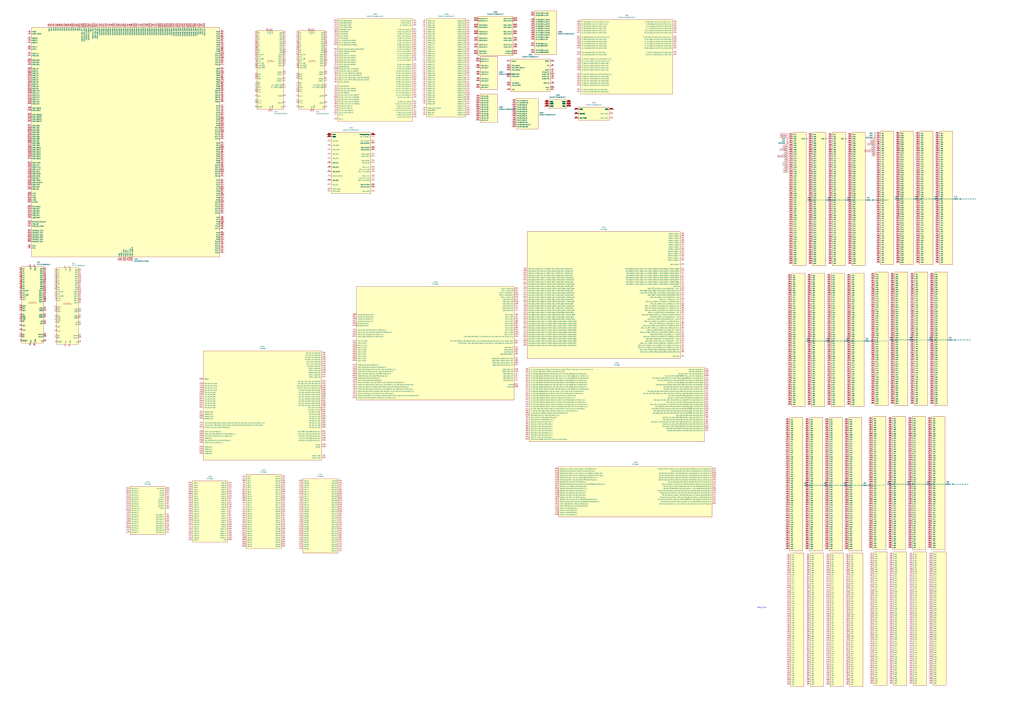
<source format=kicad_sch>
(kicad_sch (version 20250114) (generator "eeschema") (generator_version "9.0")
  (paper "A0")
  (title_block (title "SATELLITE EDGE Module - Rewo") (date "2025-08-03") (rev "1") (company "Duy Nam Schlitz"))
  (lib_symbols
    (symbol "ADM6-60-X-X-4-X-A-X:ADM6-60-X-X-4-X-A-X" (pin_names (offset 1.016))
      (property "Reference" "J" (at -7.62 77.47 0))
      (property "Value" "ADM6-60-X-X-4-X-A-X" (at -7.62 -80.01 0))
      (symbol "ADM6-60-X-X-4-X-A-X_1_0"
        (pin passive line (at -12.7 73.66 0) (length 5.08) (name "A01") (number "A01"))
        (pin passive line (at -12.7 71.12 0) (length 5.08) (name "A02") (number "A02"))
        (pin passive line (at -12.7 68.58 0) (length 5.08) (name "A03") (number "A03"))
        (pin passive line (at -12.7 66.04 0) (length 5.08) (name "A04") (number "A04"))
        (pin passive line (at -12.7 63.5 0) (length 5.08) (name "A05") (number "A05"))
        (pin passive line (at -12.7 60.96 0) (length 5.08) (name "A06") (number "A06"))
        (pin passive line (at -12.7 58.42 0) (length 5.08) (name "A07") (number "A07"))
        (pin passive line (at -12.7 55.88 0) (length 5.08) (name "A08") (number "A08"))
        (pin passive line (at -12.7 53.34 0) (length 5.08) (name "A09") (number "A09"))
        (pin passive line (at -12.7 50.8 0) (length 5.08) (name "A10") (number "A10"))
        (pin passive line (at -12.7 48.26 0) (length 5.08) (name "A11") (number "A11"))
        (pin passive line (at -12.7 45.72 0) (length 5.08) (name "A12") (number "A12"))
        (pin passive line (at -12.7 43.18 0) (length 5.08) (name "A13") (number "A13"))
        (pin passive line (at -12.7 40.64 0) (length 5.08) (name "A14") (number "A14"))
        (pin passive line (at -12.7 38.1 0) (length 5.08) (name "A15") (number "A15"))
        (pin passive line (at -12.7 35.56 0) (length 5.08) (name "A16") (number "A16"))
        (pin passive line (at -12.7 33.02 0) (length 5.08) (name "A17") (number "A17"))
        (pin passive line (at -12.7 30.48 0) (length 5.08) (name "A18") (number "A18"))
        (pin passive line (at -12.7 27.94 0) (length 5.08) (name "A19") (number "A19"))
        (pin passive line (at -12.7 25.4 0) (length 5.08) (name "A20") (number "A20"))
        (pin passive line (at -12.7 22.86 0) (length 5.08) (name "A21") (number "A21"))
        (pin passive line (at -12.7 20.32 0) (length 5.08) (name "A22") (number "A22"))
        (pin passive line (at -12.7 17.78 0) (length 5.08) (name "A23") (number "A23"))
        (pin passive line (at -12.7 15.24 0) (length 5.08) (name "A24") (number "A24"))
        (pin passive line (at -12.7 12.7 0) (length 5.08) (name "A25") (number "A25"))
        (pin passive line (at -12.7 10.16 0) (length 5.08) (name "A26") (number "A26"))
        (pin passive line (at -12.7 7.62 0) (length 5.08) (name "A27") (number "A27"))
        (pin passive line (at -12.7 5.08 0) (length 5.08) (name "A28") (number "A28"))
        (pin passive line (at -12.7 2.54 0) (length 5.08) (name "A29") (number "A29"))
        (pin passive line (at -12.7 0 0) (length 5.08) (name "A30") (number "A30"))
        (pin passive line (at -12.7 -2.54 0) (length 5.08) (name "A31") (number "A31"))
        (pin passive line (at -12.7 -5.08 0) (length 5.08) (name "A32") (number "A32"))
        (pin passive line (at -12.7 -7.62 0) (length 5.08) (name "A33") (number "A33"))
        (pin passive line (at -12.7 -10.16 0) (length 5.08) (name "A34") (number "A34"))
        (pin passive line (at -12.7 -12.7 0) (length 5.08) (name "A35") (number "A35"))
        (pin passive line (at -12.7 -15.24 0) (length 5.08) (name "A36") (number "A36"))
        (pin passive line (at -12.7 -17.78 0) (length 5.08) (name "A37") (number "A37"))
        (pin passive line (at -12.7 -20.32 0) (length 5.08) (name "A38") (number "A38"))
        (pin passive line (at -12.7 -22.86 0) (length 5.08) (name "A39") (number "A39"))
        (pin passive line (at -12.7 -25.4 0) (length 5.08) (name "A40") (number "A40"))
        (pin passive line (at -12.7 -27.94 0) (length 5.08) (name "A41") (number "A41"))
        (pin passive line (at -12.7 -30.48 0) (length 5.08) (name "A42") (number "A42"))
        (pin passive line (at -12.7 -33.02 0) (length 5.08) (name "A43") (number "A43"))
        (pin passive line (at -12.7 -35.56 0) (length 5.08) (name "A44") (number "A44"))
        (pin passive line (at -12.7 -38.1 0) (length 5.08) (name "A45") (number "A45"))
        (pin passive line (at -12.7 -40.64 0) (length 5.08) (name "A46") (number "A46"))
        (pin passive line (at -12.7 -43.18 0) (length 5.08) (name "A47") (number "A47"))
        (pin passive line (at -12.7 -45.72 0) (length 5.08) (name "A48") (number "A48"))
        (pin passive line (at -12.7 -48.26 0) (length 5.08) (name "A49") (number "A49"))
        (pin passive line (at -12.7 -50.8 0) (length 5.08) (name "A50") (number "A50"))
        (pin passive line (at -12.7 -53.34 0) (length 5.08) (name "A51") (number "A51"))
        (pin passive line (at -12.7 -55.88 0) (length 5.08) (name "A52") (number "A52"))
        (pin passive line (at -12.7 -58.42 0) (length 5.08) (name "A53") (number "A53"))
        (pin passive line (at -12.7 -60.96 0) (length 5.08) (name "A54") (number "A54"))
        (pin passive line (at -12.7 -63.5 0) (length 5.08) (name "A55") (number "A55"))
        (pin passive line (at -12.7 -66.04 0) (length 5.08) (name "A56") (number "A56"))
        (pin passive line (at -12.7 -68.58 0) (length 5.08) (name "A57") (number "A57"))
        (pin passive line (at -12.7 -71.12 0) (length 5.08) (name "A58") (number "A58"))
        (pin passive line (at -12.7 -73.66 0) (length 5.08) (name "A59") (number "A59"))
        (pin passive line (at -12.7 -76.2 0) (length 5.08) (name "A60") (number "A60"))
      )
      (symbol "ADM6-60-X-X-4-X-A-X_2_0"
        (pin passive line (at -12.7 73.66 0) (length 5.08) (name "B01") (number "B01"))
        (pin passive line (at -12.7 71.12 0) (length 5.08) (name "B02") (number "B02"))
        (pin passive line (at -12.7 68.58 0) (length 5.08) (name "B03") (number "B03"))
        (pin passive line (at -12.7 66.04 0) (length 5.08) (name "B04") (number "B04"))
        (pin passive line (at -12.7 63.5 0) (length 5.08) (name "B05") (number "B05"))
        (pin passive line (at -12.7 60.96 0) (length 5.08) (name "B06") (number "B06"))
        (pin passive line (at -12.7 58.42 0) (length 5.08) (name "B07") (number "B07"))
        (pin passive line (at -12.7 55.88 0) (length 5.08) (name "B08") (number "B08"))
        (pin passive line (at -12.7 53.34 0) (length 5.08) (name "B09") (number "B09"))
        (pin passive line (at -12.7 50.8 0) (length 5.08) (name "B10") (number "B10"))
        (pin passive line (at -12.7 48.26 0) (length 5.08) (name "B11") (number "B11"))
        (pin passive line (at -12.7 45.72 0) (length 5.08) (name "B12") (number "B12"))
        (pin passive line (at -12.7 43.18 0) (length 5.08) (name "B13") (number "B13"))
        (pin passive line (at -12.7 40.64 0) (length 5.08) (name "B14") (number "B14"))
        (pin passive line (at -12.7 38.1 0) (length 5.08) (name "B15") (number "B15"))
        (pin passive line (at -12.7 35.56 0) (length 5.08) (name "B16") (number "B16"))
        (pin passive line (at -12.7 33.02 0) (length 5.08) (name "B17") (number "B17"))
        (pin passive line (at -12.7 30.48 0) (length 5.08) (name "B18") (number "B18"))
        (pin passive line (at -12.7 27.94 0) (length 5.08) (name "B19") (number "B19"))
        (pin passive line (at -12.7 25.4 0) (length 5.08) (name "B20") (number "B20"))
        (pin passive line (at -12.7 22.86 0) (length 5.08) (name "B21") (number "B21"))
        (pin passive line (at -12.7 20.32 0) (length 5.08) (name "B22") (number "B22"))
        (pin passive line (at -12.7 17.78 0) (length 5.08) (name "B23") (number "B23"))
        (pin passive line (at -12.7 15.24 0) (length 5.08) (name "B24") (number "B24"))
        (pin passive line (at -12.7 12.7 0) (length 5.08) (name "B25") (number "B25"))
        (pin passive line (at -12.7 10.16 0) (length 5.08) (name "B26") (number "B26"))
        (pin passive line (at -12.7 7.62 0) (length 5.08) (name "B27") (number "B27"))
        (pin passive line (at -12.7 5.08 0) (length 5.08) (name "B28") (number "B28"))
        (pin passive line (at -12.7 2.54 0) (length 5.08) (name "B29") (number "B29"))
        (pin passive line (at -12.7 0 0) (length 5.08) (name "B30") (number "B30"))
        (pin passive line (at -12.7 -2.54 0) (length 5.08) (name "B31") (number "B31"))
        (pin passive line (at -12.7 -5.08 0) (length 5.08) (name "B32") (number "B32"))
        (pin passive line (at -12.7 -7.62 0) (length 5.08) (name "B33") (number "B33"))
        (pin passive line (at -12.7 -10.16 0) (length 5.08) (name "B34") (number "B34"))
        (pin passive line (at -12.7 -12.7 0) (length 5.08) (name "B35") (number "B35"))
        (pin passive line (at -12.7 -15.24 0) (length 5.08) (name "B36") (number "B36"))
        (pin passive line (at -12.7 -17.78 0) (length 5.08) (name "B37") (number "B37"))
        (pin passive line (at -12.7 -20.32 0) (length 5.08) (name "B38") (number "B38"))
        (pin passive line (at -12.7 -22.86 0) (length 5.08) (name "B39") (number "B39"))
        (pin passive line (at -12.7 -25.4 0) (length 5.08) (name "B40") (number "B40"))
        (pin passive line (at -12.7 -27.94 0) (length 5.08) (name "B41") (number "B41"))
        (pin passive line (at -12.7 -30.48 0) (length 5.08) (name "B42") (number "B42"))
        (pin passive line (at -12.7 -33.02 0) (length 5.08) (name "B43") (number "B43"))
        (pin passive line (at -12.7 -35.56 0) (length 5.08) (name "B44") (number "B44"))
        (pin passive line (at -12.7 -38.1 0) (length 5.08) (name "B45") (number "B45"))
        (pin passive line (at -12.7 -40.64 0) (length 5.08) (name "B46") (number "B46"))
        (pin passive line (at -12.7 -43.18 0) (length 5.08) (name "B47") (number "B47"))
        (pin passive line (at -12.7 -45.72 0) (length 5.08) (name "B48") (number "B48"))
        (pin passive line (at -12.7 -48.26 0) (length 5.08) (name "B49") (number "B49"))
        (pin passive line (at -12.7 -50.8 0) (length 5.08) (name "B50") (number "B50"))
        (pin passive line (at -12.7 -53.34 0) (length 5.08) (name "B51") (number "B51"))
        (pin passive line (at -12.7 -55.88 0) (length 5.08) (name "B52") (number "B52"))
        (pin passive line (at -12.7 -58.42 0) (length 5.08) (name "B53") (number "B53"))
        (pin passive line (at -12.7 -60.96 0) (length 5.08) (name "B54") (number "B54"))
        (pin passive line (at -12.7 -63.5 0) (length 5.08) (name "B55") (number "B55"))
        (pin passive line (at -12.7 -66.04 0) (length 5.08) (name "B56") (number "B56"))
        (pin passive line (at -12.7 -68.58 0) (length 5.08) (name "B57") (number "B57"))
        (pin passive line (at -12.7 -71.12 0) (length 5.08) (name "B58") (number "B58"))
        (pin passive line (at -12.7 -73.66 0) (length 5.08) (name "B59") (number "B59"))
        (pin passive line (at -12.7 -76.2 0) (length 5.08) (name "B60") (number "B60"))
      )
      (symbol "ADM6-60-X-X-4-X-A-X_3_0"
        (pin passive line (at -12.7 73.66 0) (length 5.08) (name "C01") (number "C01"))
        (pin passive line (at -12.7 71.12 0) (length 5.08) (name "C02") (number "C02"))
        (pin passive line (at -12.7 68.58 0) (length 5.08) (name "C03") (number "C03"))
        (pin passive line (at -12.7 66.04 0) (length 5.08) (name "C04") (number "C04"))
        (pin passive line (at -12.7 63.5 0) (length 5.08) (name "C05") (number "C05"))
        (pin passive line (at -12.7 60.96 0) (length 5.08) (name "C06") (number "C06"))
        (pin passive line (at -12.7 58.42 0) (length 5.08) (name "C07") (number "C07"))
        (pin passive line (at -12.7 55.88 0) (length 5.08) (name "C08") (number "C08"))
        (pin passive line (at -12.7 53.34 0) (length 5.08) (name "C09") (number "C09"))
        (pin passive line (at -12.7 50.8 0) (length 5.08) (name "C10") (number "C10"))
        (pin passive line (at -12.7 48.26 0) (length 5.08) (name "C11") (number "C11"))
        (pin passive line (at -12.7 45.72 0) (length 5.08) (name "C12") (number "C12"))
        (pin passive line (at -12.7 43.18 0) (length 5.08) (name "C13") (number "C13"))
        (pin passive line (at -12.7 40.64 0) (length 5.08) (name "C14") (number "C14"))
        (pin passive line (at -12.7 38.1 0) (length 5.08) (name "C15") (number "C15"))
        (pin passive line (at -12.7 35.56 0) (length 5.08) (name "C16") (number "C16"))
        (pin passive line (at -12.7 33.02 0) (length 5.08) (name "C17") (number "C17"))
        (pin passive line (at -12.7 30.48 0) (length 5.08) (name "C18") (number "C18"))
        (pin passive line (at -12.7 27.94 0) (length 5.08) (name "C19") (number "C19"))
        (pin passive line (at -12.7 25.4 0) (length 5.08) (name "C20") (number "C20"))
        (pin passive line (at -12.7 22.86 0) (length 5.08) (name "C21") (number "C21"))
        (pin passive line (at -12.7 20.32 0) (length 5.08) (name "C22") (number "C22"))
        (pin passive line (at -12.7 17.78 0) (length 5.08) (name "C23") (number "C23"))
        (pin passive line (at -12.7 15.24 0) (length 5.08) (name "C24") (number "C24"))
        (pin passive line (at -12.7 12.7 0) (length 5.08) (name "C25") (number "C25"))
        (pin passive line (at -12.7 10.16 0) (length 5.08) (name "C26") (number "C26"))
        (pin passive line (at -12.7 7.62 0) (length 5.08) (name "C27") (number "C27"))
        (pin passive line (at -12.7 5.08 0) (length 5.08) (name "C28") (number "C28"))
        (pin passive line (at -12.7 2.54 0) (length 5.08) (name "C29") (number "C29"))
        (pin passive line (at -12.7 0 0) (length 5.08) (name "C30") (number "C30"))
        (pin passive line (at -12.7 -2.54 0) (length 5.08) (name "C31") (number "C31"))
        (pin passive line (at -12.7 -5.08 0) (length 5.08) (name "C32") (number "C32"))
        (pin passive line (at -12.7 -7.62 0) (length 5.08) (name "C33") (number "C33"))
        (pin passive line (at -12.7 -10.16 0) (length 5.08) (name "C34") (number "C34"))
        (pin passive line (at -12.7 -12.7 0) (length 5.08) (name "C35") (number "C35"))
        (pin passive line (at -12.7 -15.24 0) (length 5.08) (name "C36") (number "C36"))
        (pin passive line (at -12.7 -17.78 0) (length 5.08) (name "C37") (number "C37"))
        (pin passive line (at -12.7 -20.32 0) (length 5.08) (name "C38") (number "C38"))
        (pin passive line (at -12.7 -22.86 0) (length 5.08) (name "C39") (number "C39"))
        (pin passive line (at -12.7 -25.4 0) (length 5.08) (name "C40") (number "C40"))
        (pin passive line (at -12.7 -27.94 0) (length 5.08) (name "C41") (number "C41"))
        (pin passive line (at -12.7 -30.48 0) (length 5.08) (name "C42") (number "C42"))
        (pin passive line (at -12.7 -33.02 0) (length 5.08) (name "C43") (number "C43"))
        (pin passive line (at -12.7 -35.56 0) (length 5.08) (name "C44") (number "C44"))
        (pin passive line (at -12.7 -38.1 0) (length 5.08) (name "C45") (number "C45"))
        (pin passive line (at -12.7 -40.64 0) (length 5.08) (name "C46") (number "C46"))
        (pin passive line (at -12.7 -43.18 0) (length 5.08) (name "C47") (number "C47"))
        (pin passive line (at -12.7 -45.72 0) (length 5.08) (name "C48") (number "C48"))
        (pin passive line (at -12.7 -48.26 0) (length 5.08) (name "C49") (number "C49"))
        (pin passive line (at -12.7 -50.8 0) (length 5.08) (name "C50") (number "C50"))
        (pin passive line (at -12.7 -53.34 0) (length 5.08) (name "C51") (number "C51"))
        (pin passive line (at -12.7 -55.88 0) (length 5.08) (name "C52") (number "C52"))
        (pin passive line (at -12.7 -58.42 0) (length 5.08) (name "C53") (number "C53"))
        (pin passive line (at -12.7 -60.96 0) (length 5.08) (name "C54") (number "C54"))
        (pin passive line (at -12.7 -63.5 0) (length 5.08) (name "C55") (number "C55"))
        (pin passive line (at -12.7 -66.04 0) (length 5.08) (name "C56") (number "C56"))
        (pin passive line (at -12.7 -68.58 0) (length 5.08) (name "C57") (number "C57"))
        (pin passive line (at -12.7 -71.12 0) (length 5.08) (name "C58") (number "C58"))
        (pin passive line (at -12.7 -73.66 0) (length 5.08) (name "C59") (number "C59"))
        (pin passive line (at -12.7 -76.2 0) (length 5.08) (name "C60") (number "C60"))
      )
      (symbol "ADM6-60-X-X-4-X-A-X_4_0"
        (pin passive line (at -12.7 73.66 0) (length 5.08) (name "D01") (number "D01"))
        (pin passive line (at -12.7 71.12 0) (length 5.08) (name "D02") (number "D02"))
        (pin passive line (at -12.7 68.58 0) (length 5.08) (name "D03") (number "D03"))
        (pin passive line (at -12.7 66.04 0) (length 5.08) (name "D04") (number "D04"))
        (pin passive line (at -12.7 63.5 0) (length 5.08) (name "D05") (number "D05"))
        (pin passive line (at -12.7 60.96 0) (length 5.08) (name "D06") (number "D06"))
        (pin passive line (at -12.7 58.42 0) (length 5.08) (name "D07") (number "D07"))
        (pin passive line (at -12.7 55.88 0) (length 5.08) (name "D08") (number "D08"))
        (pin passive line (at -12.7 53.34 0) (length 5.08) (name "D09") (number "D09"))
        (pin passive line (at -12.7 50.8 0) (length 5.08) (name "D10") (number "D10"))
        (pin passive line (at -12.7 48.26 0) (length 5.08) (name "D11") (number "D11"))
        (pin passive line (at -12.7 45.72 0) (length 5.08) (name "D12") (number "D12"))
        (pin passive line (at -12.7 43.18 0) (length 5.08) (name "D13") (number "D13"))
        (pin passive line (at -12.7 40.64 0) (length 5.08) (name "D14") (number "D14"))
        (pin passive line (at -12.7 38.1 0) (length 5.08) (name "D15") (number "D15"))
        (pin passive line (at -12.7 35.56 0) (length 5.08) (name "D16") (number "D16"))
        (pin passive line (at -12.7 33.02 0) (length 5.08) (name "D17") (number "D17"))
        (pin passive line (at -12.7 30.48 0) (length 5.08) (name "D18") (number "D18"))
        (pin passive line (at -12.7 27.94 0) (length 5.08) (name "D19") (number "D19"))
        (pin passive line (at -12.7 25.4 0) (length 5.08) (name "D20") (number "D20"))
        (pin passive line (at -12.7 22.86 0) (length 5.08) (name "D21") (number "D21"))
        (pin passive line (at -12.7 20.32 0) (length 5.08) (name "D22") (number "D22"))
        (pin passive line (at -12.7 17.78 0) (length 5.08) (name "D23") (number "D23"))
        (pin passive line (at -12.7 15.24 0) (length 5.08) (name "D24") (number "D24"))
        (pin passive line (at -12.7 12.7 0) (length 5.08) (name "D25") (number "D25"))
        (pin passive line (at -12.7 10.16 0) (length 5.08) (name "D26") (number "D26"))
        (pin passive line (at -12.7 7.62 0) (length 5.08) (name "D27") (number "D27"))
        (pin passive line (at -12.7 5.08 0) (length 5.08) (name "D28") (number "D28"))
        (pin passive line (at -12.7 2.54 0) (length 5.08) (name "D29") (number "D29"))
        (pin passive line (at -12.7 0 0) (length 5.08) (name "D30") (number "D30"))
        (pin passive line (at -12.7 -2.54 0) (length 5.08) (name "D31") (number "D31"))
        (pin passive line (at -12.7 -5.08 0) (length 5.08) (name "D32") (number "D32"))
        (pin passive line (at -12.7 -7.62 0) (length 5.08) (name "D33") (number "D33"))
        (pin passive line (at -12.7 -10.16 0) (length 5.08) (name "D34") (number "D34"))
        (pin passive line (at -12.7 -12.7 0) (length 5.08) (name "D35") (number "D35"))
        (pin passive line (at -12.7 -15.24 0) (length 5.08) (name "D36") (number "D36"))
        (pin passive line (at -12.7 -17.78 0) (length 5.08) (name "D37") (number "D37"))
        (pin passive line (at -12.7 -20.32 0) (length 5.08) (name "D38") (number "D38"))
        (pin passive line (at -12.7 -22.86 0) (length 5.08) (name "D39") (number "D39"))
        (pin passive line (at -12.7 -25.4 0) (length 5.08) (name "D40") (number "D40"))
        (pin passive line (at -12.7 -27.94 0) (length 5.08) (name "D41") (number "D41"))
        (pin passive line (at -12.7 -30.48 0) (length 5.08) (name "D42") (number "D42"))
        (pin passive line (at -12.7 -33.02 0) (length 5.08) (name "D43") (number "D43"))
        (pin passive line (at -12.7 -35.56 0) (length 5.08) (name "D44") (number "D44"))
        (pin passive line (at -12.7 -38.1 0) (length 5.08) (name "D45") (number "D45"))
        (pin passive line (at -12.7 -40.64 0) (length 5.08) (name "D46") (number "D46"))
        (pin passive line (at -12.7 -43.18 0) (length 5.08) (name "D47") (number "D47"))
        (pin passive line (at -12.7 -45.72 0) (length 5.08) (name "D48") (number "D48"))
        (pin passive line (at -12.7 -48.26 0) (length 5.08) (name "D49") (number "D49"))
        (pin passive line (at -12.7 -50.8 0) (length 5.08) (name "D50") (number "D50"))
        (pin passive line (at -12.7 -53.34 0) (length 5.08) (name "D51") (number "D51"))
        (pin passive line (at -12.7 -55.88 0) (length 5.08) (name "D52") (number "D52"))
        (pin passive line (at -12.7 -58.42 0) (length 5.08) (name "D53") (number "D53"))
        (pin passive line (at -12.7 -60.96 0) (length 5.08) (name "D54") (number "D54"))
        (pin passive line (at -12.7 -63.5 0) (length 5.08) (name "D55") (number "D55"))
        (pin passive line (at -12.7 -66.04 0) (length 5.08) (name "D56") (number "D56"))
        (pin passive line (at -12.7 -68.58 0) (length 5.08) (name "D57") (number "D57"))
        (pin passive line (at -12.7 -71.12 0) (length 5.08) (name "D58") (number "D58"))
        (pin passive line (at -12.7 -73.66 0) (length 5.08) (name "D59") (number "D59"))
        (pin passive line (at -12.7 -76.2 0) (length 5.08) (name "D60") (number "D60"))
      )
    )
    (symbol "MCU_ST_STM32MP1:STM32MP157AABx"
      (property "Reference" "U" (at -109.22 135.89 0))
      (property "Value" "STM32MP157AABx" (at 93.98 135.89 0))
      (symbol "STM32MP157AABx_1_1"
        (pin input line (at -114.3 129.54 0) (length 5.08) (name "NRST") (number "J1"))
        (pin input line (at -114.3 127 0) (length 5.08) (name "NRST_CORE") (number "J2"))
        (pin input line (at -114.3 121.92 0) (length 5.08) (name "BOOT0") (number "K1"))
        (pin input line (at -114.3 119.38 0) (length 5.08) (name "BOOT1") (number "K4"))
        (pin input line (at -114.3 116.84 0) (length 5.08) (name "BOOT2") (number "L2"))
        (pin input line (at -114.3 111.76 0) (length 5.08) (name "VREF+") (number "N3"))
        (pin input line (at -114.3 109.22 0) (length 5.08) (name "VREF-") (number "M3"))
        (pin output line (at -114.3 104.14 0) (length 5.08) (name "PWR_LP") (number "P1"))
        (pin output line (at -114.3 101.6 0) (length 5.08) (name "PWR_ON") (number "L1"))
        (pin bidirectional line (at -114.3 96.52 0) (length 5.08) (name "DDR_BA0") (number "G19"))
        (pin bidirectional line (at -114.3 93.98 0) (length 5.08) (name "DDR_BA1") (number "N17"))
        (pin bidirectional line (at -114.3 91.44 0) (length 5.08) (name "DDR_BA2") (number "J16"))
        (pin bidirectional line (at -114.3 86.36 0) (length 5.08) (name "DDR_A0") (number "H18"))
        (pin bidirectional line (at -114.3 83.82 0) (length 5.08) (name "DDR_A1") (number "M17"))
        (pin bidirectional line (at -114.3 81.28 0) (length 5.08) (name "DDR_A2") (number "G18"))
        (pin bidirectional line (at -114.3 78.74 0) (length 5.08) (name "DDR_A3") (number "F19"))
        (pin bidirectional line (at -114.3 76.2 0) (length 5.08) (name "DDR_A4") (number "P17"))
        (pin bidirectional line (at -114.3 73.66 0) (length 5.08) (name "DDR_A5") (number "H17"))
        (pin bidirectional line (at -114.3 71.12 0) (length 5.08) (name "DDR_A6") (number "N16"))
        (pin bidirectional line (at -114.3 68.58 0) (length 5.08) (name "DDR_A7") (number "E17"))
        (pin bidirectional line (at -114.3 66.04 0) (length 5.08) (name "DDR_A8") (number "R17"))
        (pin bidirectional line (at -114.3 63.5 0) (length 5.08) (name "DDR_A9") (number "G17"))
        (pin bidirectional line (at -114.3 60.96 0) (length 5.08) (name "DDR_A10") (number "M19"))
        (pin bidirectional line (at -114.3 58.42 0) (length 5.08) (name "DDR_A11") (number "M18"))
        (pin bidirectional line (at -114.3 55.88 0) (length 5.08) (name "DDR_A12") (number "L17"))
        (pin bidirectional line (at -114.3 53.34 0) (length 5.08) (name "DDR_A13") (number "F17"))
        (pin bidirectional line (at -114.3 50.8 0) (length 5.08) (name "DDR_A14") (number "N18"))
        (pin bidirectional line (at -114.3 48.26 0) (length 5.08) (name "DDR_A15") (number "L16"))
        (pin bidirectional line (at -114.3 45.72 0) (length 5.08) (name "DDR_ATO") (number "N19"))
        (pin bidirectional line (at -114.3 40.64 0) (length 5.08) (name "DDR_DQM0") (number "C18"))
        (pin bidirectional line (at -114.3 38.1 0) (length 5.08) (name "DDR_DQM1") (number "U18"))
        (pin bidirectional line (at -114.3 33.02 0) (length 5.08) (name "DDR_DQS0N") (number "B19"))
        (pin bidirectional line (at -114.3 30.48 0) (length 5.08) (name "DDR_DQS0P") (number "C19"))
        (pin bidirectional line (at -114.3 27.94 0) (length 5.08) (name "DDR_DQS1N") (number "T19"))
        (pin bidirectional line (at -114.3 25.4 0) (length 5.08) (name "DDR_DQS1P") (number "U19"))
        (pin bidirectional line (at -114.3 20.32 0) (length 5.08) (name "DDR_DQ0") (number "A17"))
        (pin bidirectional line (at -114.3 17.78 0) (length 5.08) (name "DDR_DQ1") (number "A18"))
        (pin bidirectional line (at -114.3 15.24 0) (length 5.08) (name "DDR_DQ2") (number "D18"))
        (pin bidirectional line (at -114.3 12.7 0) (length 5.08) (name "DDR_DQ3") (number "B17"))
        (pin bidirectional line (at -114.3 10.16 0) (length 5.08) (name "DDR_DQ4") (number "E18"))
        (pin bidirectional line (at -114.3 7.62 0) (length 5.08) (name "DDR_DQ5") (number "D17"))
        (pin bidirectional line (at -114.3 5.08 0) (length 5.08) (name "DDR_DQ6") (number "D19"))
        (pin bidirectional line (at -114.3 2.54 0) (length 5.08) (name "DDR_DQ7") (number "B18"))
        (pin bidirectional line (at -114.3 0 0) (length 5.08) (name "DDR_DQ8") (number "P18"))
        (pin bidirectional line (at -114.3 -2.54 0) (length 5.08) (name "DDR_DQ9") (number "T17"))
        (pin bidirectional line (at -114.3 -5.08 0) (length 5.08) (name "DDR_DQ10") (number "R18"))
        (pin bidirectional line (at -114.3 -7.62 0) (length 5.08) (name "DDR_DQ11") (number "V19"))
        (pin bidirectional line (at -114.3 -10.16 0) (length 5.08) (name "DDR_DQ12") (number "W18"))
        (pin bidirectional line (at -114.3 -12.7 0) (length 5.08) (name "DDR_DQ13") (number "T18"))
        (pin bidirectional line (at -114.3 -15.24 0) (length 5.08) (name "DDR_DQ14") (number "V18"))
        (pin bidirectional line (at -114.3 -17.78 0) (length 5.08) (name "DDR_DQ15") (number "W17"))
        (pin bidirectional line (at -114.3 -22.86 0) (length 5.08) (name "DDR_CASN") (number "K17"))
        (pin bidirectional line (at -114.3 -25.4 0) (length 5.08) (name "DDR_CKE") (number "P19"))
        (pin bidirectional line (at -114.3 -27.94 0) (length 5.08) (name "DDR_CLKN") (number "K19"))
        (pin bidirectional line (at -114.3 -30.48 0) (length 5.08) (name "DDR_CLKP") (number "L19"))
        (pin bidirectional line (at -114.3 -33.02 0) (length 5.08) (name "DDR_CSN") (number "J18"))
        (pin bidirectional line (at -114.3 -35.56 0) (length 5.08) (name "DDR_DTO0") (number "K18"))
        (pin bidirectional line (at -114.3 -38.1 0) (length 5.08) (name "DDR_DTO1") (number "J19"))
        (pin bidirectional line (at -114.3 -40.64 0) (length 5.08) (name "DDR_ODT") (number "H19"))
        (pin bidirectional line (at -114.3 -43.18 0) (length 5.08) (name "DDR_RASN") (number "L18"))
        (pin bidirectional line (at -114.3 -45.72 0) (length 5.08) (name "DDR_RESETN") (number "G16"))
        (pin bidirectional line (at -114.3 -48.26 0) (length 5.08) (name "DDR_VREF") (number "W16"))
        (pin bidirectional line (at -114.3 -50.8 0) (length 5.08) (name "DDR_WEN") (number "J17"))
        (pin bidirectional line (at -114.3 -53.34 0) (length 5.08) (name "DDR_ZQ") (number "F18"))
        (pin bidirectional line (at -114.3 -58.42 0) (length 5.08) (name "JTCK") (number "D16"))
        (pin bidirectional line (at -114.3 -60.96 0) (length 5.08) (name "JTDI") (number "D13"))
        (pin bidirectional line (at -114.3 -63.5 0) (length 5.08) (name "JTDO") (number "D14"))
        (pin bidirectional line (at -114.3 -66.04 0) (length 5.08) (name "JTMS") (number "D15"))
        (pin bidirectional line (at -114.3 -68.58 0) (length 5.08) (name "NJTRST") (number "D12"))
        (pin bidirectional line (at -114.3 -73.66 0) (length 5.08) (name "OTG_VBUS") (number "U15"))
        (pin bidirectional line (at -114.3 -76.2 0) (length 5.08) (name "USB_DM1") (number "W14"))
        (pin bidirectional line (at -114.3 -78.74 0) (length 5.08) (name "USB_DM2") (number "V13"))
        (pin bidirectional line (at -114.3 -81.28 0) (length 5.08) (name "USB_DP1") (number "V14"))
        (pin bidirectional line (at -114.3 -83.82 0) (length 5.08) (name "USB_DP2") (number "W13"))
        (pin bidirectional line (at -114.3 -86.36 0) (length 5.08) (name "USB_RREF") (number "V16"))
        (pin bidirectional line (at -114.3 -91.44 0) (length 5.08) (name "BYPASS_REG1V8") (number "T15"))
        (pin bidirectional line (at -114.3 -93.98 0) (length 5.08) (name "PDR_ON") (number "N2"))
        (pin bidirectional line (at -114.3 -96.52 0) (length 5.08) (name "PDR_ON_CORE") (number "N1"))
        (pin bidirectional line (at -114.3 -101.6 0) (length 5.08) (name "DSIHOST_CKN") (number "A14"))
        (pin bidirectional line (at -114.3 -104.14 0) (length 5.08) (name "DSIHOST_CKP") (number "B14"))
        (pin bidirectional line (at -114.3 -106.68 0) (length 5.08) (name "DSIHOST_D0N") (number "A13"))
        (pin bidirectional line (at -114.3 -109.22 0) (length 5.08) (name "DSIHOST_D0P") (number "B13"))
        (pin bidirectional line (at -114.3 -111.76 0) (length 5.08) (name "DSIHOST_D1N") (number "A15"))
        (pin bidirectional line (at -114.3 -114.3 0) (length 5.08) (name "DSIHOST_D1P") (number "B15"))
        (pin bidirectional line (at -114.3 -119.38 0) (length 5.08) (name "PH0") (number "M1"))
        (pin bidirectional line (at -114.3 -121.92 0) (length 5.08) (name "PH1") (number "M2"))
        (pin power_in line (at -88.9 139.7 270) (length 5.08) (name "VBAT") (number "H3"))
        (pin power_in line (at -86.36 139.7 270) (length 5.08) (name "VDD") (number "K6"))
        (pin power_in line (at -83.82 139.7 270) (length 5.08) (name "VDD") (number "L5"))
        (pin power_in line (at -81.28 139.7 270) (length 5.08) (name "VDD") (number "L7"))
        (pin power_in line (at -78.74 139.7 270) (length 5.08) (name "VDD") (number "M6"))
        (pin power_in line (at -76.2 139.7 270) (length 5.08) (name "VDD") (number "M8"))
        (pin power_in line (at -73.66 139.7 270) (length 5.08) (name "VDD") (number "N5"))
        (pin power_in line (at -71.12 139.7 270) (length 5.08) (name "VDD") (number "N7"))
        (pin power_in line (at -68.58 139.7 270) (length 5.08) (name "VDD") (number "N9"))
        (pin power_in line (at -66.04 139.7 270) (length 5.08) (name "VDD") (number "P6"))
        (pin power_in line (at -63.5 139.7 270) (length 5.08) (name "VDD") (number "P8"))
        (pin power_in line (at -60.96 139.7 270) (length 5.08) (name "VDD") (number "P10"))
        (pin power_in line (at -58.42 139.7 270) (length 5.08) (name "VDD") (number "R7"))
        (pin power_in line (at -55.88 139.7 270) (length 5.08) (name "VDD") (number "R9"))
        (pin power_in line (at -53.34 139.7 270) (length 5.08) (name "VDD") (number "R11"))
        (pin power_in line (at -50.8 139.7 270) (length 5.08) (name "VDD1V2_DSI_PHY") (number "A16"))
        (pin power_in line (at -48.26 139.7 270) (length 5.08) (name "VDD1V2_DSI_REG") (number "B16"))
        (pin power_in line (at -45.72 139.7 270) (length 5.08) (name "VDD3V3_USBFS") (number "W15"))
        (pin power_in line (at -43.18 139.7 270) (length 5.08) (name "VDD3V3_USBHS") (number "W12"))
        (pin power_in line (at -40.64 139.7 270) (length 5.08) (name "VDDA") (number "M4"))
        (pin power_in line (at -38.1 139.7 270) (length 5.08) (name "VDDA1V1_REG") (number "W11"))
        (pin power_in line (at -35.56 139.7 270) (length 5.08) (name "VDDA1V8_DSI") (number "B12"))
        (pin power_in line (at -33.02 139.7 270) (length 5.08) (name "VDDA1V8_REG") (number "V11"))
        (pin power_in line (at -30.48 139.7 270) (length 5.08) (name "VDDCORE") (number "E7"))
        (pin power_in line (at -27.94 139.7 270) (length 5.08) (name "VDDCORE") (number "E9"))
        (pin power_in line (at -25.4 139.7 270) (length 5.08) (name "VDDCORE") (number "E11"))
        (pin power_in line (at -22.86 139.7 270) (length 5.08) (name "VDDCORE") (number "E13"))
        (pin power_in line (at -20.32 139.7 270) (length 5.08) (name "VDDCORE") (number "F4"))
        (pin power_in line (at -17.78 139.7 270) (length 5.08) (name "VDDCORE") (number "F6"))
        (pin power_in line (at -15.24 139.7 270) (length 5.08) (name "VDDCORE") (number "F8"))
        (pin power_in line (at -12.7 139.7 270) (length 5.08) (name "VDDCORE") (number "F10"))
        (pin power_in line (at -10.16 139.7 270) (length 5.08) (name "VDDCORE") (number "F12"))
        (pin power_in line (at -7.62 139.7 270) (length 5.08) (name "VDDCORE") (number "G5"))
        (pin power_in line (at -7.62 -137.16 90) (length 5.08) (name "VSS") (number "A1"))
        (pin passive line (at -7.62 -137.16 90) (length 5.08) (hide yes) (name "VSS") (number "A19"))
        (pin passive line (at -7.62 -137.16 90) (length 5.08) (hide yes) (name "VSS") (number "B2"))
        (pin passive line (at -7.62 -137.16 90) (length 5.08) (hide yes) (name "VSS") (number "B6"))
        (pin passive line (at -7.62 -137.16 90) (length 5.08) (hide yes) (name "VSS") (number "C17"))
        (pin passive line (at -7.62 -137.16 90) (length 5.08) (hide yes) (name "VSS") (number "C3"))
        (pin passive line (at -7.62 -137.16 90) (length 5.08) (hide yes) (name "VSS") (number "D1"))
        (pin passive line (at -7.62 -137.16 90) (length 5.08) (hide yes) (name "VSS") (number "D4"))
        (pin passive line (at -7.62 -137.16 90) (length 5.08) (hide yes) (name "VSS") (number "D5"))
        (pin passive line (at -7.62 -137.16 90) (length 5.08) (hide yes) (name "VSS") (number "D8"))
        (pin passive line (at -7.62 -137.16 90) (length 5.08) (hide yes) (name "VSS") (number "E10"))
        (pin passive line (at -7.62 -137.16 90) (length 5.08) (hide yes) (name "VSS") (number "E12"))
        (pin passive line (at -7.62 -137.16 90) (length 5.08) (hide yes) (name "VSS") (number "E14"))
        (pin passive line (at -7.62 -137.16 90) (length 5.08) (hide yes) (name "VSS") (number "E16"))
        (pin passive line (at -7.62 -137.16 90) (length 5.08) (hide yes) (name "VSS") (number "E2"))
        (pin passive line (at -7.62 -137.16 90) (length 5.08) (hide yes) (name "VSS") (number "E4"))
        (pin passive line (at -7.62 -137.16 90) (length 5.08) (hide yes) (name "VSS") (number "E5"))
        (pin passive line (at -7.62 -137.16 90) (length 5.08) (hide yes) (name "VSS") (number "E6"))
        (pin passive line (at -7.62 -137.16 90) (length 5.08) (hide yes) (name "VSS") (number "E8"))
        (pin passive line (at -7.62 -137.16 90) (length 5.08) (hide yes) (name "VSS") (number "F11"))
        (pin passive line (at -7.62 -137.16 90) (length 5.08) (hide yes) (name "VSS") (number "F15"))
        (pin passive line (at -7.62 -137.16 90) (length 5.08) (hide yes) (name "VSS") (number "F5"))
        (pin passive line (at -7.62 -137.16 90) (length 5.08) (hide yes) (name "VSS") (number "F7"))
        (pin passive line (at -7.62 -137.16 90) (length 5.08) (hide yes) (name "VSS") (number "F9"))
        (pin passive line (at -7.62 -137.16 90) (length 5.08) (hide yes) (name "VSS") (number "G10"))
        (pin passive line (at -7.62 -137.16 90) (length 5.08) (hide yes) (name "VSS") (number "G12"))
        (pin passive line (at -7.62 -137.16 90) (length 5.08) (hide yes) (name "VSS") (number "G14"))
        (pin passive line (at -7.62 -137.16 90) (length 5.08) (hide yes) (name "VSS") (number "G2"))
        (pin passive line (at -7.62 -137.16 90) (length 5.08) (hide yes) (name "VSS") (number "G4"))
        (pin passive line (at -7.62 -137.16 90) (length 5.08) (hide yes) (name "VSS") (number "G6"))
        (pin passive line (at -7.62 -137.16 90) (length 5.08) (hide yes) (name "VSS") (number "G8"))
        (pin passive line (at -7.62 -137.16 90) (length 5.08) (hide yes) (name "VSS") (number "H11"))
        (pin passive line (at -7.62 -137.16 90) (length 5.08) (hide yes) (name "VSS") (number "H13"))
        (pin passive line (at -7.62 -137.16 90) (length 5.08) (hide yes) (name "VSS") (number "H15"))
        (pin passive line (at -7.62 -137.16 90) (length 5.08) (hide yes) (name "VSS") (number "H5"))
        (pin passive line (at -7.62 -137.16 90) (length 5.08) (hide yes) (name "VSS") (number "H7"))
        (pin passive line (at -7.62 -137.16 90) (length 5.08) (hide yes) (name "VSS") (number "H9"))
        (pin passive line (at -7.62 -137.16 90) (length 5.08) (hide yes) (name "VSS") (number "J10"))
        (pin passive line (at -7.62 -137.16 90) (length 5.08) (hide yes) (name "VSS") (number "J12"))
        (pin passive line (at -7.62 -137.16 90) (length 5.08) (hide yes) (name "VSS") (number "J14"))
        (pin passive line (at -7.62 -137.16 90) (length 5.08) (hide yes) (name "VSS") (number "J3"))
        (pin passive line (at -7.62 -137.16 90) (length 5.08) (hide yes) (name "VSS") (number "J6"))
        (pin passive line (at -7.62 -137.16 90) (length 5.08) (hide yes) (name "VSS") (number "J8"))
        (pin passive line (at -7.62 -137.16 90) (length 5.08) (hide yes) (name "VSS") (number "K11"))
        (pin passive line (at -7.62 -137.16 90) (length 5.08) (hide yes) (name "VSS") (number "K13"))
        (pin passive line (at -7.62 -137.16 90) (length 5.08) (hide yes) (name "VSS") (number "K15"))
        (pin passive line (at -7.62 -137.16 90) (length 5.08) (hide yes) (name "VSS") (number "K2"))
        (pin passive line (at -7.62 -137.16 90) (length 5.08) (hide yes) (name "VSS") (number "K5"))
        (pin passive line (at -7.62 -137.16 90) (length 5.08) (hide yes) (name "VSS") (number "K7"))
        (pin passive line (at -7.62 -137.16 90) (length 5.08) (hide yes) (name "VSS") (number "K9"))
        (pin passive line (at -7.62 -137.16 90) (length 5.08) (hide yes) (name "VSS") (number "L10"))
        (pin passive line (at -7.62 -137.16 90) (length 5.08) (hide yes) (name "VSS") (number "L12"))
        (pin passive line (at -7.62 -137.16 90) (length 5.08) (hide yes) (name "VSS") (number "L14"))
        (pin passive line (at -7.62 -137.16 90) (length 5.08) (hide yes) (name "VSS") (number "L6"))
        (pin passive line (at -7.62 -137.16 90) (length 5.08) (hide yes) (name "VSS") (number "L8"))
        (pin passive line (at -7.62 -137.16 90) (length 5.08) (hide yes) (name "VSS") (number "M11"))
        (pin passive line (at -7.62 -137.16 90) (length 5.08) (hide yes) (name "VSS") (number "M13"))
        (pin passive line (at -7.62 -137.16 90) (length 5.08) (hide yes) (name "VSS") (number "M15"))
        (pin passive line (at -7.62 -137.16 90) (length 5.08) (hide yes) (name "VSS") (number "M5"))
        (pin passive line (at -7.62 -137.16 90) (length 5.08) (hide yes) (name "VSS") (number "M7"))
        (pin passive line (at -7.62 -137.16 90) (length 5.08) (hide yes) (name "VSS") (number "M9"))
        (pin passive line (at -7.62 -137.16 90) (length 5.08) (hide yes) (name "VSS") (number "N10"))
        (pin passive line (at -7.62 -137.16 90) (length 5.08) (hide yes) (name "VSS") (number "N12"))
        (pin passive line (at -7.62 -137.16 90) (length 5.08) (hide yes) (name "VSS") (number "N14"))
        (pin passive line (at -7.62 -137.16 90) (length 5.08) (hide yes) (name "VSS") (number "N6"))
        (pin passive line (at -7.62 -137.16 90) (length 5.08) (hide yes) (name "VSS") (number "N8"))
        (pin passive line (at -7.62 -137.16 90) (length 5.08) (hide yes) (name "VSS") (number "P11"))
        (pin passive line (at -7.62 -137.16 90) (length 5.08) (hide yes) (name "VSS") (number "P13"))
        (pin passive line (at -7.62 -137.16 90) (length 5.08) (hide yes) (name "VSS") (number "P15"))
        (pin passive line (at -7.62 -137.16 90) (length 5.08) (hide yes) (name "VSS") (number "P7"))
        (pin passive line (at -7.62 -137.16 90) (length 5.08) (hide yes) (name "VSS") (number "P9"))
        (pin passive line (at -7.62 -137.16 90) (length 5.08) (hide yes) (name "VSS") (number "R10"))
        (pin passive line (at -7.62 -137.16 90) (length 5.08) (hide yes) (name "VSS") (number "R12"))
        (pin passive line (at -7.62 -137.16 90) (length 5.08) (hide yes) (name "VSS") (number "R14"))
        (pin passive line (at -7.62 -137.16 90) (length 5.08) (hide yes) (name "VSS") (number "R16"))
        (pin passive line (at -7.62 -137.16 90) (length 5.08) (hide yes) (name "VSS") (number "R2"))
        (pin passive line (at -7.62 -137.16 90) (length 5.08) (hide yes) (name "VSS") (number "R6"))
        (pin passive line (at -7.62 -137.16 90) (length 5.08) (hide yes) (name "VSS") (number "R8"))
        (pin passive line (at -7.62 -137.16 90) (length 5.08) (hide yes) (name "VSS") (number "T4"))
        (pin passive line (at -7.62 -137.16 90) (length 5.08) (hide yes) (name "VSS") (number "U17"))
        (pin passive line (at -7.62 -137.16 90) (length 5.08) (hide yes) (name "VSS") (number "U3"))
        (pin passive line (at -7.62 -137.16 90) (length 5.08) (hide yes) (name "VSS") (number "U6"))
        (pin passive line (at -7.62 -137.16 90) (length 5.08) (hide yes) (name "VSS") (number "U8"))
        (pin passive line (at -7.62 -137.16 90) (length 5.08) (hide yes) (name "VSS") (number "W1"))
        (pin passive line (at -7.62 -137.16 90) (length 5.08) (hide yes) (name "VSS") (number "W19"))
        (pin power_in line (at -5.08 139.7 270) (length 5.08) (name "VDDCORE") (number "G7"))
        (pin power_in line (at -5.08 -137.16 90) (length 5.08) (name "VSSA") (number "N4"))
        (pin passive line (at -5.08 -137.16 90) (length 5.08) (hide yes) (name "VSSA") (number "P5"))
        (pin passive line (at -5.08 -137.16 90) (length 5.08) (hide yes) (name "VSSA") (number "R5"))
        (pin power_in line (at -2.54 139.7 270) (length 5.08) (name "VDDCORE") (number "G9"))
        (pin power_in line (at -2.54 -137.16 90) (length 5.08) (name "VSS_ANA") (number "L4"))
        (pin power_in line (at 0 139.7 270) (length 5.08) (name "VDDCORE") (number "G11"))
        (pin power_in line (at 0 -137.16 90) (length 5.08) (name "VSS_DSI") (number "C12"))
        (pin passive line (at 0 -137.16 90) (length 5.08) (hide yes) (name "VSS_DSI") (number "C13"))
        (pin passive line (at 0 -137.16 90) (length 5.08) (hide yes) (name "VSS_DSI") (number "C14"))
        (pin passive line (at 0 -137.16 90) (length 5.08) (hide yes) (name "VSS_DSI") (number "C15"))
        (pin passive line (at 0 -137.16 90) (length 5.08) (hide yes) (name "VSS_DSI") (number "C16"))
        (pin power_in line (at 2.54 139.7 270) (length 5.08) (name "VDDCORE") (number "H4"))
        (pin power_in line (at 2.54 -137.16 90) (length 5.08) (name "VSS_PLL") (number "J4"))
        (pin power_in line (at 5.08 139.7 270) (length 5.08) (name "VDDCORE") (number "H6"))
        (pin power_in line (at 5.08 -137.16 90) (length 5.08) (name "VSS_PLL2") (number "F13"))
        (pin power_in line (at 7.62 139.7 270) (length 5.08) (name "VDDCORE") (number "H8"))
        (pin power_in line (at 7.62 -137.16 90) (length 5.08) (name "VSS_USBHS") (number "U13"))
        (pin passive line (at 7.62 -137.16 90) (length 5.08) (hide yes) (name "VSS_USBHS") (number "U14"))
        (pin passive line (at 7.62 -137.16 90) (length 5.08) (hide yes) (name "VSS_USBHS") (number "V12"))
        (pin passive line (at 7.62 -137.16 90) (length 5.08) (hide yes) (name "VSS_USBHS") (number "V15"))
        (pin power_in line (at 10.16 139.7 270) (length 5.08) (name "VDDCORE") (number "H10"))
        (pin power_in line (at 12.7 139.7 270) (length 5.08) (name "VDDCORE") (number "H12"))
        (pin power_in line (at 15.24 139.7 270) (length 5.08) (name "VDDCORE") (number "J7"))
        (pin power_in line (at 17.78 139.7 270) (length 5.08) (name "VDDCORE") (number "J9"))
        (pin power_in line (at 20.32 139.7 270) (length 5.08) (name "VDDCORE") (number "J11"))
        (pin power_in line (at 22.86 139.7 270) (length 5.08) (name "VDDCORE") (number "J13"))
        (pin power_in line (at 25.4 139.7 270) (length 5.08) (name "VDDCORE") (number "K8"))
        (pin power_in line (at 27.94 139.7 270) (length 5.08) (name "VDDCORE") (number "K10"))
        (pin power_in line (at 30.48 139.7 270) (length 5.08) (name "VDDCORE") (number "K12"))
        (pin power_in line (at 33.02 139.7 270) (length 5.08) (name "VDDCORE") (number "L9"))
        (pin power_in line (at 35.56 139.7 270) (length 5.08) (name "VDDCORE") (number "L11"))
        (pin power_in line (at 38.1 139.7 270) (length 5.08) (name "VDDCORE") (number "L13"))
        (pin power_in line (at 40.64 139.7 270) (length 5.08) (name "VDDCORE") (number "M10"))
        (pin power_in line (at 43.18 139.7 270) (length 5.08) (name "VDDCORE") (number "M12"))
        (pin power_in line (at 45.72 139.7 270) (length 5.08) (name "VDDCORE") (number "N11"))
        (pin power_in line (at 48.26 139.7 270) (length 5.08) (name "VDDCORE") (number "N13"))
        (pin power_in line (at 50.8 139.7 270) (length 5.08) (name "VDDCORE") (number "P12"))
        (pin power_in line (at 53.34 139.7 270) (length 5.08) (name "VDDCORE") (number "R13"))
        (pin power_in line (at 55.88 139.7 270) (length 5.08) (name "VDDQ_DDR") (number "E15"))
        (pin power_in line (at 58.42 139.7 270) (length 5.08) (name "VDDQ_DDR") (number "F14"))
        (pin power_in line (at 60.96 139.7 270) (length 5.08) (name "VDDQ_DDR") (number "G15"))
        (pin power_in line (at 63.5 139.7 270) (length 5.08) (name "VDDQ_DDR") (number "H14"))
        (pin power_in line (at 66.04 139.7 270) (length 5.08) (name "VDDQ_DDR") (number "J15"))
        (pin power_in line (at 68.58 139.7 270) (length 5.08) (name "VDDQ_DDR") (number "K14"))
        (pin power_in line (at 71.12 139.7 270) (length 5.08) (name "VDDQ_DDR") (number "L15"))
        (pin power_in line (at 73.66 139.7 270) (length 5.08) (name "VDDQ_DDR") (number "M14"))
        (pin power_in line (at 76.2 139.7 270) (length 5.08) (name "VDDQ_DDR") (number "N15"))
        (pin power_in line (at 78.74 139.7 270) (length 5.08) (name "VDDQ_DDR") (number "P14"))
        (pin power_in line (at 81.28 139.7 270) (length 5.08) (name "VDDQ_DDR") (number "R15"))
        (pin power_in line (at 83.82 139.7 270) (length 5.08) (name "VDD_ANA") (number "L3"))
        (pin power_in line (at 86.36 139.7 270) (length 5.08) (name "VDD_DSI") (number "A12"))
        (pin power_in line (at 88.9 139.7 270) (length 5.08) (name "VDD_PLL") (number "J5"))
        (pin power_in line (at 91.44 139.7 270) (length 5.08) (name "VDD_PLL2") (number "G13"))
        (pin bidirectional line (at 114.3 129.54 180) (length 5.08) (name "PA0") (number "R3"))
        (pin bidirectional line (at 114.3 127 180) (length 5.08) (name "PA1") (number "U4"))
        (pin bidirectional line (at 114.3 124.46 180) (length 5.08) (name "PA2") (number "W2"))
        (pin bidirectional line (at 114.3 121.92 180) (length 5.08) (name "PA3") (number "P3"))
        (pin bidirectional line (at 114.3 119.38 180) (length 5.08) (name "PA4") (number "R4"))
        (pin bidirectional line (at 114.3 116.84 180) (length 5.08) (name "PA5") (number "P4"))
        (pin bidirectional line (at 114.3 114.3 180) (length 5.08) (name "PA6") (number "T5"))
        (pin bidirectional line (at 114.3 111.76 180) (length 5.08) (name "PA7") (number "T6"))
        (pin bidirectional line (at 114.3 109.22 180) (length 5.08) (name "PA8") (number "B8"))
        (pin bidirectional line (at 114.3 106.68 180) (length 5.08) (name "PA9") (number "C8"))
        (pin bidirectional line (at 114.3 104.14 180) (length 5.08) (name "PA10") (number "T16"))
        (pin bidirectional line (at 114.3 101.6 180) (length 5.08) (name "PA11") (number "V17"))
        (pin bidirectional line (at 114.3 99.06 180) (length 5.08) (name "PA12") (number "U16"))
        (pin bidirectional line (at 114.3 96.52 180) (length 5.08) (name "PA13") (number "P2"))
        (pin bidirectional line (at 114.3 93.98 180) (length 5.08) (name "PA14") (number "R1"))
        (pin bidirectional line (at 114.3 91.44 180) (length 5.08) (name "PA15") (number "C7"))
        (pin bidirectional line (at 114.3 86.36 180) (length 5.08) (name "PB0") (number "W3"))
        (pin bidirectional line (at 114.3 83.82 180) (length 5.08) (name "PB1") (number "V3"))
        (pin bidirectional line (at 114.3 81.28 180) (length 5.08) (name "PB2") (number "T13"))
        (pin bidirectional line (at 114.3 78.74 180) (length 5.08) (name "PB3") (number "A7"))
        (pin bidirectional line (at 114.3 76.2 180) (length 5.08) (name "PB4") (number "B9"))
        (pin bidirectional line (at 114.3 73.66 180) (length 5.08) (name "PB5") (number "T8"))
        (pin bidirectional line (at 114.3 71.12 180) (length 5.08) (name "PB6") (number "T12"))
        (pin bidirectional line (at 114.3 68.58 180) (length 5.08) (name "PB7") (number "B5"))
        (pin bidirectional line (at 114.3 66.04 180) (length 5.08) (name "PB8") (number "W6"))
        (pin bidirectional line (at 114.3 63.5 180) (length 5.08) (name "PB9") (number "D9"))
        (pin bidirectional line (at 114.3 60.96 180) (length 5.08) (name "PB10") (number "W5"))
        (pin bidirectional line (at 114.3 58.42 180) (length 5.08) (name "PB11") (number "V1"))
        (pin bidirectional line (at 114.3 55.88 180) (length 5.08) (name "PB12") (number "V5"))
        (pin bidirectional line (at 114.3 53.34 180) (length 5.08) (name "PB13") (number "T9"))
        (pin bidirectional line (at 114.3 50.8 180) (length 5.08) (name "PB14") (number "C9"))
        (pin bidirectional line (at 114.3 48.26 180) (length 5.08) (name "PB15") (number "A8"))
        (pin bidirectional line (at 114.3 43.18 180) (length 5.08) (name "PC0") (number "T7"))
        (pin bidirectional line (at 114.3 40.64 180) (length 5.08) (name "PC1") (number "V2"))
        (pin bidirectional line (at 114.3 38.1 180) (length 5.08) (name "PC2") (number "T2"))
        (pin bidirectional line (at 114.3 35.56 180) (length 5.08) (name "PC3") (number "T3"))
        (pin bidirectional line (at 114.3 33.02 180) (length 5.08) (name "PC4") (number "W4"))
        (pin bidirectional line (at 114.3 30.48 180) (length 5.08) (name "PC5") (number "V4"))
        (pin bidirectional line (at 114.3 27.94 180) (length 5.08) (name "PC6") (number "D10"))
        (pin bidirectional line (at 114.3 25.4 180) (length 5.08) (name "PC7") (number "A9"))
        (pin bidirectional line (at 114.3 22.86 180) (length 5.08) (name "PC8") (number "C11"))
        (pin bidirectional line (at 114.3 20.32 180) (length 5.08) (name "PC9") (number "A10"))
        (pin bidirectional line (at 114.3 17.78 180) (length 5.08) (name "PC10") (number "D11"))
        (pin bidirectional line (at 114.3 15.24 180) (length 5.08) (name "PC11") (number "A11"))
        (pin bidirectional line (at 114.3 12.7 180) (length 5.08) (name "PC12") (number "C10"))
        (pin bidirectional line (at 114.3 10.16 180) (length 5.08) (name "PC13") (number "K3"))
        (pin bidirectional line (at 114.3 7.62 180) (length 5.08) (name "PC14") (number "H1"))
        (pin bidirectional line (at 114.3 5.08 180) (length 5.08) (name "PC15") (number "H2"))
        (pin bidirectional line (at 114.3 0 180) (length 5.08) (name "PD0") (number "A3"))
        (pin bidirectional line (at 114.3 -2.54 180) (length 5.08) (name "PD1") (number "A4"))
        (pin bidirectional line (at 114.3 -5.08 180) (length 5.08) (name "PD2") (number "B10"))
        (pin bidirectional line (at 114.3 -7.62 180) (length 5.08) (name "PD3") (number "C6"))
        (pin bidirectional line (at 114.3 -10.16 180) (length 5.08) (name "PD4") (number "D6"))
        (pin bidirectional line (at 114.3 -12.7 180) (length 5.08) (name "PD5") (number "D7"))
        (pin bidirectional line (at 114.3 -15.24 180) (length 5.08) (name "PD6") (number "E3"))
        (pin bidirectional line (at 114.3 -17.78 180) (length 5.08) (name "PD7") (number "B4"))
        (pin bidirectional line (at 114.3 -20.32 180) (length 5.08) (name "PD8") (number "F2"))
        (pin bidirectional line (at 114.3 -22.86 180) (length 5.08) (name "PD9") (number "G3"))
        (pin bidirectional line (at 114.3 -25.4 180) (length 5.08) (name "PD10") (number "C5"))
        (pin bidirectional line (at 114.3 -27.94 180) (length 5.08) (name "PD11") (number "V8"))
        (pin bidirectional line (at 114.3 -30.48 180) (length 5.08) (name "PD12") (number "U11"))
        (pin bidirectional line (at 114.3 -33.02 180) (length 5.08) (name "PD13") (number "U12"))
        (pin bidirectional line (at 114.3 -35.56 180) (length 5.08) (name "PD14") (number "F3"))
        (pin bidirectional line (at 114.3 -38.1 180) (length 5.08) (name "PD15") (number "G1"))
        (pin bidirectional line (at 114.3 -43.18 180) (length 5.08) (name "PE0") (number "C4"))
        (pin bidirectional line (at 114.3 -45.72 180) (length 5.08) (name "PE1") (number "B1"))
        (pin bidirectional line (at 114.3 -48.26 180) (length 5.08) (name "PE2") (number "T1"))
        (pin bidirectional line (at 114.3 -50.8 180) (length 5.08) (name "PE3") (number "A5"))
        (pin bidirectional line (at 114.3 -53.34 180) (length 5.08) (name "PE4") (number "B11"))
        (pin bidirectional line (at 114.3 -55.88 180) (length 5.08) (name "PE5") (number "B7"))
        (pin bidirectional line (at 114.3 -58.42 180) (length 5.08) (name "PE6") (number "B3"))
        (pin bidirectional line (at 114.3 -60.96 180) (length 5.08) (name "PE7") (number "T10"))
        (pin bidirectional line (at 114.3 -63.5 180) (length 5.08) (name "PE8") (number "T11"))
        (pin bidirectional line (at 114.3 -66.04 180) (length 5.08) (name "PE9") (number "W7"))
        (pin bidirectional line (at 114.3 -68.58 180) (length 5.08) (name "PE10") (number "V10"))
        (pin bidirectional line (at 114.3 -71.12 180) (length 5.08) (name "PE11") (number "C1"))
        (pin bidirectional line (at 114.3 -73.66 180) (length 5.08) (name "PE12") (number "D2"))
        (pin bidirectional line (at 114.3 -76.2 180) (length 5.08) (name "PE13") (number "C2"))
        (pin bidirectional line (at 114.3 -78.74 180) (length 5.08) (name "PE14") (number "D3"))
        (pin bidirectional line (at 114.3 -81.28 180) (length 5.08) (name "PE15") (number "E1"))
        (pin bidirectional line (at 114.3 -86.36 180) (length 5.08) (name "PF6") (number "V9"))
        (pin bidirectional line (at 114.3 -88.9 180) (length 5.08) (name "PF7") (number "W8"))
        (pin bidirectional line (at 114.3 -91.44 180) (length 5.08) (name "PF8") (number "U10"))
        (pin bidirectional line (at 114.3 -93.98 180) (length 5.08) (name "PF9") (number "W9"))
        (pin bidirectional line (at 114.3 -96.52 180) (length 5.08) (name "PF10") (number "U9"))
        (pin bidirectional line (at 114.3 -99.06 180) (length 5.08) (name "PF11") (number "U5"))
        (pin bidirectional line (at 114.3 -104.14 180) (length 5.08) (name "PG6") (number "A6"))
        (pin bidirectional line (at 114.3 -106.68 180) (length 5.08) (name "PG7") (number "W10"))
        (pin bidirectional line (at 114.3 -109.22 180) (length 5.08) (name "PG8") (number "U7"))
        (pin bidirectional line (at 114.3 -111.76 180) (length 5.08) (name "PG9") (number "T14"))
        (pin bidirectional line (at 114.3 -114.3 180) (length 5.08) (name "PG10") (number "V7"))
        (pin bidirectional line (at 114.3 -116.84 180) (length 5.08) (name "PG11") (number "V6"))
        (pin bidirectional line (at 114.3 -119.38 180) (length 5.08) (name "PG12") (number "F1"))
        (pin bidirectional line (at 114.3 -121.92 180) (length 5.08) (name "PG13") (number "U2"))
        (pin bidirectional line (at 114.3 -124.46 180) (length 5.08) (name "PG14") (number "U1"))
        (pin bidirectional line (at 114.3 -127 180) (length 5.08) (name "PG15") (number "A2"))
      )
    )
    (symbol "Memory_RAM:MT40A512M16JY"
      (property "Reference" "U" (at -15.24 48.26 0))
      (property "Value" "MT40A512M16JY" (at 13.97 48.26 0))
      (symbol "MT40A512M16JY_0_1"
        (pin input line (at -17.78 43.18 0) (length 2.54) (name "A0") (number "P3"))
        (pin input line (at -17.78 40.64 0) (length 2.54) (name "A1") (number "P7"))
        (pin input line (at -17.78 38.1 0) (length 2.54) (name "A2") (number "R3"))
        (pin input line (at -17.78 35.56 0) (length 2.54) (name "A3") (number "N7"))
        (pin input line (at -17.78 33.02 0) (length 2.54) (name "A4") (number "N3"))
        (pin input line (at -17.78 30.48 0) (length 2.54) (name "A5") (number "P8"))
        (pin input line (at -17.78 27.94 0) (length 2.54) (name "A6") (number "P2"))
        (pin input line (at -17.78 25.4 0) (length 2.54) (name "A7") (number "R8"))
        (pin input line (at -17.78 22.86 0) (length 2.54) (name "A8") (number "R2"))
        (pin input line (at -17.78 20.32 0) (length 2.54) (name "A9") (number "R7"))
        (pin input line (at -17.78 17.78 0) (length 2.54) (name "A10/AP") (number "M3"))
        (pin input line (at -17.78 15.24 0) (length 2.54) (name "A11") (number "T2"))
        (pin input line (at -17.78 12.7 0) (length 2.54) (name "A12/~{BC}") (number "M7"))
        (pin input line (at -17.78 10.16 0) (length 2.54) (name "A13") (number "T8"))
        (pin input line (at -17.78 7.62 0) (length 2.54) (name "A14/~{WE}") (number "L2"))
        (pin input line (at -17.78 5.08 0) (length 2.54) (name "A15/~{CAS}") (number "M8"))
        (pin input line (at -17.78 2.54 0) (length 2.54) (name "A16/~{RAS}") (number "L8"))
        (pin input line (at -17.78 -5.08 0) (length 2.54) (name "BA0") (number "N2"))
        (pin input line (at -17.78 -7.62 0) (length 2.54) (name "BA1") (number "N8"))
        (pin input line (at -17.78 -10.16 0) (length 2.54) (name "BG0") (number "M2"))
        (pin input line (at -17.78 -15.24 0) (length 2.54) (name "~{ACT}") (number "L3"))
        (pin input line (at -17.78 -17.78 0) (length 2.54) (name "~{CS}") (number "L7"))
        (pin input line (at -17.78 -20.32 0) (length 2.54) (name "PAR") (number "T3"))
        (pin input line (at -17.78 -22.86 0) (length 2.54) (name "ODT") (number "K3"))
        (pin input line (at -17.78 -25.4 0) (length 2.54) (name "TEN") (number "N9"))
        (pin input line (at -17.78 -30.48 0) (length 2.54) (name "CKE") (number "K2"))
        (pin input line (at -17.78 -35.56 0) (length 2.54) (name "CK_t") (number "K7"))
        (pin input line (at -17.78 -38.1 0) (length 2.54) (name "CK_c") (number "K8"))
        (pin input line (at -17.78 -43.18 0) (length 2.54) (name "~{RESET}") (number "P1"))
        (pin no_connect line (at -15.24 0 0) (length 2.54) (hide yes) (name "NF/NC") (number "T7"))
        (pin passive line (at -2.54 48.26 270) (length 2.54) (hide yes) (name "V_{DD}") (number "B3"))
        (pin power_in line (at -2.54 48.26 270) (length 2.54) (name "V_{DD}") (number "B9"))
        (pin passive line (at -2.54 48.26 270) (length 2.54) (hide yes) (name "V_{DD}") (number "D1"))
        (pin passive line (at -2.54 48.26 270) (length 2.54) (hide yes) (name "V_{DD}") (number "G7"))
        (pin passive line (at -2.54 48.26 270) (length 2.54) (hide yes) (name "V_{DD}") (number "J1"))
        (pin passive line (at -2.54 48.26 270) (length 2.54) (hide yes) (name "V_{DD}") (number "J9"))
        (pin passive line (at -2.54 48.26 270) (length 2.54) (hide yes) (name "V_{DD}") (number "L1"))
        (pin passive line (at -2.54 48.26 270) (length 2.54) (hide yes) (name "V_{DD}") (number "L9"))
        (pin passive line (at -2.54 48.26 270) (length 2.54) (hide yes) (name "V_{DD}") (number "R1"))
        (pin passive line (at -2.54 48.26 270) (length 2.54) (hide yes) (name "V_{DD}") (number "T9"))
        (pin power_in line (at 0 48.26 270) (length 2.54) (name "V_{DDQ}") (number "A1"))
        (pin passive line (at 0 48.26 270) (length 2.54) (hide yes) (name "V_{DDQ}") (number "A9"))
        (pin passive line (at 0 48.26 270) (length 2.54) (hide yes) (name "V_{DDQ}") (number "C1"))
        (pin passive line (at 0 48.26 270) (length 2.54) (hide yes) (name "V_{DDQ}") (number "D9"))
        (pin passive line (at 0 48.26 270) (length 2.54) (hide yes) (name "V_{DDQ}") (number "F2"))
        (pin passive line (at 0 48.26 270) (length 2.54) (hide yes) (name "V_{DDQ}") (number "F8"))
        (pin passive line (at 0 48.26 270) (length 2.54) (hide yes) (name "V_{DDQ}") (number "G1"))
        (pin passive line (at 0 48.26 270) (length 2.54) (hide yes) (name "V_{DDQ}") (number "G9"))
        (pin passive line (at 0 48.26 270) (length 2.54) (hide yes) (name "V_{DDQ}") (number "J2"))
        (pin passive line (at 0 48.26 270) (length 2.54) (hide yes) (name "V_{DDQ}") (number "J8"))
        (pin power_in line (at 0 -48.26 90) (length 2.54) (name "V_{SS}") (number "B2"))
        (pin passive line (at 0 -48.26 90) (length 2.54) (hide yes) (name "V_{SS}") (number "E1"))
        (pin passive line (at 0 -48.26 90) (length 2.54) (hide yes) (name "V_{SS}") (number "E9"))
        (pin passive line (at 0 -48.26 90) (length 2.54) (hide yes) (name "V_{SS}") (number "G8"))
        (pin passive line (at 0 -48.26 90) (length 2.54) (hide yes) (name "V_{SS}") (number "K1"))
        (pin passive line (at 0 -48.26 90) (length 2.54) (hide yes) (name "V_{SS}") (number "K9"))
        (pin passive line (at 0 -48.26 90) (length 2.54) (hide yes) (name "V_{SS}") (number "M9"))
        (pin passive line (at 0 -48.26 90) (length 2.54) (hide yes) (name "V_{SS}") (number "N1"))
        (pin passive line (at 0 -48.26 90) (length 2.54) (hide yes) (name "V_{SS}") (number "T1"))
        (pin power_in line (at 2.54 48.26 270) (length 2.54) (name "V_{PP}") (number "B1"))
        (pin passive line (at 2.54 48.26 270) (length 2.54) (hide yes) (name "V_{PP}") (number "R9"))
        (pin power_in line (at 2.54 -48.26 90) (length 2.54) (name "V_{SSQ}") (number "A2"))
        (pin passive line (at 2.54 -48.26 90) (length 2.54) (hide yes) (name "V_{SSQ}") (number "A8"))
        (pin passive line (at 2.54 -48.26 90) (length 2.54) (hide yes) (name "V_{SSQ}") (number "C9"))
        (pin passive line (at 2.54 -48.26 90) (length 2.54) (hide yes) (name "V_{SSQ}") (number "D2"))
        (pin passive line (at 2.54 -48.26 90) (length 2.54) (hide yes) (name "V_{SSQ}") (number "D8"))
        (pin passive line (at 2.54 -48.26 90) (length 2.54) (hide yes) (name "V_{SSQ}") (number "E3"))
        (pin passive line (at 2.54 -48.26 90) (length 2.54) (hide yes) (name "V_{SSQ}") (number "E8"))
        (pin passive line (at 2.54 -48.26 90) (length 2.54) (hide yes) (name "V_{SSQ}") (number "F1"))
        (pin passive line (at 2.54 -48.26 90) (length 2.54) (hide yes) (name "V_{SSQ}") (number "H1"))
        (pin passive line (at 2.54 -48.26 90) (length 2.54) (hide yes) (name "V_{SSQ}") (number "H9"))
        (pin bidirectional line (at 17.78 43.18 180) (length 2.54) (name "DQ0") (number "G2"))
        (pin bidirectional line (at 17.78 40.64 180) (length 2.54) (name "DQ1") (number "F7"))
        (pin bidirectional line (at 17.78 38.1 180) (length 2.54) (name "DQ2") (number "H3"))
        (pin bidirectional line (at 17.78 35.56 180) (length 2.54) (name "DQ3") (number "H7"))
        (pin bidirectional line (at 17.78 33.02 180) (length 2.54) (name "DQ4") (number "H2"))
        (pin bidirectional line (at 17.78 30.48 180) (length 2.54) (name "DQ5") (number "H8"))
        (pin bidirectional line (at 17.78 27.94 180) (length 2.54) (name "DQ6") (number "J3"))
        (pin bidirectional line (at 17.78 25.4 180) (length 2.54) (name "DQ7") (number "J7"))
        (pin bidirectional line (at 17.78 22.86 180) (length 2.54) (name "DQ8") (number "A3"))
        (pin bidirectional line (at 17.78 20.32 180) (length 2.54) (name "DQ9") (number "B8"))
        (pin bidirectional line (at 17.78 17.78 180) (length 2.54) (name "DQ10") (number "C3"))
        (pin bidirectional line (at 17.78 15.24 180) (length 2.54) (name "DQ11") (number "C7"))
        (pin bidirectional line (at 17.78 12.7 180) (length 2.54) (name "DQ12") (number "C2"))
        (pin bidirectional line (at 17.78 10.16 180) (length 2.54) (name "DQ13") (number "C8"))
        (pin bidirectional line (at 17.78 7.62 180) (length 2.54) (name "DQ14") (number "D3"))
        (pin bidirectional line (at 17.78 5.08 180) (length 2.54) (name "DQ15") (number "D7"))
        (pin bidirectional line (at 17.78 -2.54 180) (length 2.54) (name "LDQS_t") (number "G3"))
        (pin bidirectional line (at 17.78 -5.08 180) (length 2.54) (name "LDQS_c") (number "F3"))
        (pin bidirectional line (at 17.78 -10.16 180) (length 2.54) (name "UDQS_t") (number "B7"))
        (pin bidirectional line (at 17.78 -12.7 180) (length 2.54) (name "UDQS_c") (number "A7"))
        (pin bidirectional line (at 17.78 -17.78 180) (length 2.54) (name "NF/~{LDM}/~{LDBI}") (number "E7"))
        (pin bidirectional line (at 17.78 -20.32 180) (length 2.54) (name "NF/~{UDM}/~{UDBI}") (number "E2"))
        (pin open_collector line (at 17.78 -30.48 180) (length 2.54) (name "~{ALERT}") (number "P9"))
        (pin passive line (at 17.78 -38.1 180) (length 2.54) (name "V_{REFCA}") (number "M1"))
        (pin passive line (at 17.78 -43.18 180) (length 2.54) (name "ZQ") (number "F9"))
      )
      (symbol "MT40A512M16JY_1_1"
        (text "DDR4" (at -3.81 8.89 0) (effects (font (size 2.1336 2.1336)) (justify left bottom)))
      )
    )
    (symbol "Memory_RAM:MT41K256M16LY"
      (property "Reference" "U" (at -11.43 44.704 0))
      (property "Value" "MT41K256M16LY" (at 14.986 44.704 0))
      (symbol "MT41K256M16LY_0_1"
        (pin input line (at -15.24 40.64 0) (length 2.54) (name "A0") (number "N3"))
        (pin input line (at -15.24 38.1 0) (length 2.54) (name "A1") (number "P7"))
        (pin input line (at -15.24 35.56 0) (length 2.54) (name "A2") (number "P3"))
        (pin input line (at -15.24 33.02 0) (length 2.54) (name "A3") (number "N2"))
        (pin input line (at -15.24 30.48 0) (length 2.54) (name "A4") (number "P8"))
        (pin input line (at -15.24 27.94 0) (length 2.54) (name "A5") (number "P2"))
        (pin input line (at -15.24 25.4 0) (length 2.54) (name "A6") (number "R8"))
        (pin input line (at -15.24 22.86 0) (length 2.54) (name "A7") (number "R2"))
        (pin input line (at -15.24 20.32 0) (length 2.54) (name "A8") (number "T8"))
        (pin input line (at -15.24 17.78 0) (length 2.54) (name "A9") (number "R3"))
        (pin input line (at -15.24 15.24 0) (length 2.54) (name "A10/AP") (number "L7"))
        (pin input line (at -15.24 12.7 0) (length 2.54) (name "A11") (number "R7"))
        (pin input line (at -15.24 7.62 0) (length 2.54) (name "A13") (number "T3"))
        (pin input line (at -15.24 5.08 0) (length 2.54) (name "A14") (number "T7"))
        (pin input line (at -15.24 -2.54 0) (length 2.54) (name "BA0") (number "M2"))
        (pin input line (at -15.24 -5.08 0) (length 2.54) (name "BA1") (number "N8"))
        (pin input line (at -15.24 -7.62 0) (length 2.54) (name "BA2") (number "M3"))
        (pin input line (at -15.24 -25.4 0) (length 2.54) (name "ODT") (number "K1"))
        (pin input line (at -15.24 -30.48 0) (length 2.54) (name "CKE") (number "K9"))
        (pin input clock (at -15.24 -35.56 0) (length 2.54) (name "CK") (number "J7"))
        (pin passive line (at -2.54 45.72 270) (length 2.54) (hide yes) (name "V_{DD}") (number "B2"))
        (pin passive line (at -2.54 45.72 270) (length 2.54) (hide yes) (name "V_{DD}") (number "D9"))
        (pin passive line (at -2.54 45.72 270) (length 2.54) (hide yes) (name "V_{DD}") (number "G7"))
        (pin passive line (at -2.54 45.72 270) (length 2.54) (hide yes) (name "V_{DD}") (number "K2"))
        (pin passive line (at -2.54 45.72 270) (length 2.54) (hide yes) (name "V_{DD}") (number "K8"))
        (pin passive line (at -2.54 45.72 270) (length 2.54) (hide yes) (name "V_{DD}") (number "N9"))
        (pin passive line (at -2.54 45.72 270) (length 2.54) (hide yes) (name "V_{DD}") (number "R1"))
        (pin passive line (at -2.54 45.72 270) (length 2.54) (hide yes) (name "V_{DD}") (number "R9"))
        (pin passive line (at -2.54 -48.26 90) (length 2.54) (hide yes) (name "V_{SS}") (number "A9"))
        (pin passive line (at -2.54 -48.26 90) (length 2.54) (hide yes) (name "V_{SS}") (number "B3"))
        (pin passive line (at -2.54 -48.26 90) (length 2.54) (hide yes) (name "V_{SS}") (number "G8"))
        (pin passive line (at -2.54 -48.26 90) (length 2.54) (hide yes) (name "V_{SS}") (number "J2"))
        (pin passive line (at -2.54 -48.26 90) (length 2.54) (hide yes) (name "V_{SS}") (number "J8"))
        (pin passive line (at -2.54 -48.26 90) (length 2.54) (hide yes) (name "V_{SS}") (number "M1"))
        (pin passive line (at -2.54 -48.26 90) (length 2.54) (hide yes) (name "V_{SS}") (number "M9"))
        (pin passive line (at -2.54 -48.26 90) (length 2.54) (hide yes) (name "V_{SS}") (number "P1"))
        (pin passive line (at -2.54 -48.26 90) (length 2.54) (hide yes) (name "V_{SS}") (number "P9"))
        (pin passive line (at -2.54 -48.26 90) (length 2.54) (hide yes) (name "V_{SS}") (number "T1"))
        (pin passive line (at -2.54 -48.26 90) (length 2.54) (hide yes) (name "V_{SS}") (number "T9"))
        (pin passive line (at 2.54 45.72 270) (length 2.54) (hide yes) (name "V_{DDQ}") (number "A8"))
        (pin passive line (at 2.54 45.72 270) (length 2.54) (hide yes) (name "V_{DDQ}") (number "C1"))
        (pin passive line (at 2.54 45.72 270) (length 2.54) (hide yes) (name "V_{DDQ}") (number "C9"))
        (pin passive line (at 2.54 45.72 270) (length 2.54) (hide yes) (name "V_{DDQ}") (number "D2"))
        (pin passive line (at 2.54 45.72 270) (length 2.54) (hide yes) (name "V_{DDQ}") (number "E9"))
        (pin passive line (at 2.54 45.72 270) (length 2.54) (hide yes) (name "V_{DDQ}") (number "F1"))
        (pin passive line (at 2.54 45.72 270) (length 2.54) (hide yes) (name "V_{DDQ}") (number "H2"))
        (pin passive line (at 2.54 45.72 270) (length 2.54) (hide yes) (name "V_{DDQ}") (number "H9"))
        (pin passive line (at 2.54 -48.26 90) (length 2.54) (hide yes) (name "V_{SSQ}") (number "B9"))
        (pin passive line (at 2.54 -48.26 90) (length 2.54) (hide yes) (name "V_{SSQ}") (number "D1"))
        (pin passive line (at 2.54 -48.26 90) (length 2.54) (hide yes) (name "V_{SSQ}") (number "D8"))
        (pin passive line (at 2.54 -48.26 90) (length 2.54) (hide yes) (name "V_{SSQ}") (number "E2"))
        (pin passive line (at 2.54 -48.26 90) (length 2.54) (hide yes) (name "V_{SSQ}") (number "E8"))
        (pin passive line (at 2.54 -48.26 90) (length 2.54) (hide yes) (name "V_{SSQ}") (number "F9"))
        (pin passive line (at 2.54 -48.26 90) (length 2.54) (hide yes) (name "V_{SSQ}") (number "G1"))
        (pin passive line (at 2.54 -48.26 90) (length 2.54) (hide yes) (name "V_{SSQ}") (number "G9"))
        (pin no_connect line (at 12.7 0 180) (length 2.54) (hide yes) (name "NC") (number "M7"))
        (pin no_connect line (at 12.7 -2.54 180) (length 2.54) (hide yes) (name "NC") (number "J1"))
        (pin no_connect line (at 12.7 -25.4 180) (length 2.54) (hide yes) (name "NC") (number "J9"))
        (pin no_connect line (at 12.7 -27.94 180) (length 2.54) (hide yes) (name "NC") (number "L9"))
        (pin no_connect line (at 12.7 -30.48 180) (length 2.54) (hide yes) (name "NC") (number "L1"))
        (pin bidirectional line (at 15.24 40.64 180) (length 2.54) (name "DQ0") (number "E3"))
        (pin bidirectional line (at 15.24 38.1 180) (length 2.54) (name "DQ1") (number "F7"))
        (pin bidirectional line (at 15.24 35.56 180) (length 2.54) (name "DQ2") (number "F2"))
        (pin bidirectional line (at 15.24 33.02 180) (length 2.54) (name "DQ3") (number "F8"))
        (pin bidirectional line (at 15.24 30.48 180) (length 2.54) (name "DQ4") (number "H3"))
        (pin bidirectional line (at 15.24 27.94 180) (length 2.54) (name "DQ5") (number "H8"))
        (pin bidirectional line (at 15.24 25.4 180) (length 2.54) (name "DQ6") (number "G2"))
        (pin bidirectional line (at 15.24 22.86 180) (length 2.54) (name "DQ7") (number "H7"))
        (pin bidirectional line (at 15.24 20.32 180) (length 2.54) (name "DQ8") (number "D7"))
        (pin bidirectional line (at 15.24 17.78 180) (length 2.54) (name "DQ9") (number "C3"))
        (pin bidirectional line (at 15.24 15.24 180) (length 2.54) (name "DQ10") (number "C8"))
        (pin bidirectional line (at 15.24 12.7 180) (length 2.54) (name "DQ11") (number "C2"))
        (pin bidirectional line (at 15.24 10.16 180) (length 2.54) (name "DQ12") (number "A7"))
        (pin bidirectional line (at 15.24 7.62 180) (length 2.54) (name "DQ13") (number "A2"))
        (pin bidirectional line (at 15.24 5.08 180) (length 2.54) (name "DQ14") (number "B8"))
        (pin bidirectional line (at 15.24 2.54 180) (length 2.54) (name "DQ15") (number "A3"))
        (pin bidirectional line (at 15.24 -5.08 180) (length 2.54) (name "LDQS") (number "F3"))
        (pin bidirectional line (at 15.24 -12.7 180) (length 2.54) (name "UDQS") (number "C7"))
        (pin input line (at 15.24 -20.32 180) (length 2.54) (name "LDM") (number "E7"))
        (pin input line (at 15.24 -22.86 180) (length 2.54) (name "UDM") (number "D3"))
        (pin passive line (at 15.24 -35.56 180) (length 2.54) (name "V_{REFDQ}") (number "H1"))
        (pin passive line (at 15.24 -38.1 180) (length 2.54) (name "V_{REFCA}") (number "M8"))
        (pin passive line (at 15.24 -43.18 180) (length 2.54) (name "ZQ") (number "L8"))
      )
      (symbol "MT41K256M16LY_1_1"
        (text "DDR3L" (at 0 0 0) (effects (font (size 2.1336 2.1336)) (justify bottom)))
        (pin input line (at -15.24 10.16 0) (length 2.54) (name "A12/~{BC}") (number "N7"))
        (pin input line (at -15.24 -12.7 0) (length 2.54) (name "~{CS}") (number "L2"))
        (pin input line (at -15.24 -15.24 0) (length 2.54) (name "~{RAS}") (number "J3"))
        (pin input line (at -15.24 -17.78 0) (length 2.54) (name "~{CAS}") (number "K3"))
        (pin input line (at -15.24 -20.32 0) (length 2.54) (name "~{WE}") (number "L3"))
        (pin input clock (at -15.24 -38.1 0) (length 2.54) (name "~{CK}") (number "K7"))
        (pin input line (at -15.24 -43.18 0) (length 2.54) (name "~{RESET}") (number "T2"))
        (pin power_in line (at -2.54 45.72 270) (length 2.54) (name "V_{DD}") (number "N1"))
        (pin power_in line (at -2.54 -48.26 90) (length 2.54) (name "V_{SS}") (number "E1"))
        (pin power_in line (at 2.54 45.72 270) (length 2.54) (name "V_{DDQ}") (number "A1"))
        (pin power_in line (at 2.54 -48.26 90) (length 2.54) (name "V_{SSQ}") (number "B1"))
        (pin bidirectional line (at 15.24 -7.62 180) (length 2.54) (name "~{LDQS}") (number "G3"))
        (pin bidirectional line (at 15.24 -15.24 180) (length 2.54) (name "~{UDQS}") (number "B7"))
      )
    )
    (symbol "RK3566:RK3566" (pin_names (offset 1.016))
      (property "Reference" "U" (at -68.58 64.77 0))
      (property "Value" "RK3566" (at -68.58 -64.77 0))
      (symbol "RK3566_1_0"
        (pin input line (at -73.66 30.48 0) (length 5.08) (name "~{POR_U}") (number "AG38"))
        (pin input clock (at -73.66 25.4 0) (length 5.08) (name "MIPI_CSI_RX_CLK0N") (number "1U9"))
        (pin input clock (at -73.66 22.86 0) (length 5.08) (name "MIPI_CSI_RX_CLK0P") (number "1V9"))
        (pin input clock (at -73.66 20.32 0) (length 5.08) (name "MIPI_CSI_RX_CLK1N") (number "1U8"))
        (pin input clock (at -73.66 17.78 0) (length 5.08) (name "MIPI_CSI_RX_CLK1P") (number "1V8"))
        (pin input line (at -73.66 15.24 0) (length 5.08) (name "MIPI_CSI_RX_D0N") (number "AR18"))
        (pin input line (at -73.66 12.7 0) (length 5.08) (name "MIPI_CSI_RX_D0P") (number "AP18"))
        (pin input line (at -73.66 10.16 0) (length 5.08) (name "MIPI_CSI_RX_D1N") (number "AP17"))
        (pin input line (at -73.66 7.62 0) (length 5.08) (name "MIPI_CSI_RX_D1P") (number "AR17"))
        (pin input line (at -73.66 5.08 0) (length 5.08) (name "MIPI_CSI_RX_D2N") (number "AR15"))
        (pin input line (at -73.66 2.54 0) (length 5.08) (name "MIPI_CSI_RX_D2P") (number "AP15"))
        (pin input line (at -73.66 0 0) (length 5.08) (name "MIPI_CSI_RX_D3N") (number "AP14"))
        (pin input line (at -73.66 -2.54 0) (length 5.08) (name "MIPI_CSI_RX_D3P") (number "AR14"))
        (pin input line (at -73.66 -7.62 0) (length 5.08) (name "SARADC_VIN0") (number "1D17"))
        (pin input line (at -73.66 -10.16 0) (length 5.08) (name "SARADC_VIN1") (number "1C17"))
        (pin input line (at -73.66 -12.7 0) (length 5.08) (name "SARADC_VIN2") (number "1B18"))
        (pin input line (at -73.66 -15.24 0) (length 5.08) (name "SARADC_VIN3") (number "1A19"))
        (pin bidirectional line (at -73.66 -20.32 0) (length 5.08) (name "CAM_CLKOUT0/EBC_SDCE1/GMAC1_RXD0_M1/SPI3_CS1_M0/I2S1_LRCK_RX_M1/GPIO4_A7_D") (number "1N1"))
        (pin bidirectional line (at -73.66 -22.86 0) (length 5.08) (name "CAM_CLKOUT1/EBC_SDCE2/GMAC1_RXD1_M1/SPI3_MISO_M0/I2S1_SDO1_M1/GPIO4_B0_D") (number "1L2"))
        (pin bidirectional line (at -73.66 -25.4 0) (length 5.08) (name "CLK32K_IN/CLK32K_OUT0/GPIO0_B0_U") (number "1T20"))
        (pin bidirectional line (at -73.66 -30.48 0) (length 5.08) (name "REFCLK_OUT/GPIO0_A0_D") (number "1P18"))
        (pin bidirectional line (at -73.66 -33.02 0) (length 5.08) (name "TSADC_SHUT_M0/TSADC_SHUT_ORG/GPIO0_A1_Z") (number "1R20"))
        (pin bidirectional line (at -73.66 -35.56 0) (length 5.08) (name "PMIC_SLEEP/TSADC_SHUT_M1/GPIO0_A2_D") (number "1P19"))
        (pin bidirectional line (at -73.66 -38.1 0) (length 5.08) (name "GPIO0_A3_U") (number "1R19"))
        (pin bidirectional line (at -73.66 -40.64 0) (length 5.08) (name "GPU_PWREN/SATA_CP_POD/GPIO0_A6_D") (number "AJ38"))
        (pin bidirectional line (at -73.66 -43.18 0) (length 5.08) (name "FLASH_VOL_SEL/GPIO0_A7_U") (number "AF38"))
        (pin bidirectional line (at -73.66 -48.26 0) (length 5.08) (name "GPIO0_D3_D") (number "1N19"))
        (pin bidirectional line (at -73.66 -50.8 0) (length 5.08) (name "GPIO0_D4_D") (number "1M19"))
        (pin bidirectional line (at -73.66 -53.34 0) (length 5.08) (name "GPIO0_D5_D") (number "1N20"))
        (pin bidirectional line (at -73.66 -55.88 0) (length 5.08) (name "GPIO0_D6_D") (number "1P20"))
        (pin power_in line (at 73.66 60.96 180) (length 5.08) (name "MIPI_CSI_RX_AVDD_0V9") (number "1N9"))
        (pin power_in line (at 73.66 58.42 180) (length 5.08) (name "MIPI_CSI_RX_AVDD_1V8") (number "1P9"))
        (pin power_in line (at 73.66 55.88 180) (length 5.08) (name "MIPI_DSI_TX1_AVDD_0V9") (number "1N10"))
        (pin power_in line (at 73.66 53.34 180) (length 5.08) (name "MIPI_DSI_TX1_AVDD_1V8") (number "1R10"))
        (pin power_in line (at 73.66 50.8 180) (length 5.08) (name "MULTI_PHY_AVDD_0V9") (number "1K16"))
        (pin power_in line (at 73.66 48.26 180) (length 5.08) (name "MULTI_PHY_AVDD_1V8") (number "1K17"))
        (pin power_in line (at 73.66 45.72 180) (length 5.08) (name "PMU_VDD_LOGIC_0V9") (number "1N16"))
        (pin power_in line (at 73.66 43.18 180) (length 5.08) (name "PMUPLL_AVDD_0V9") (number "1P17"))
        (pin power_in line (at 73.66 40.64 180) (length 5.08) (name "PMUPLL_AVDD_1V8") (number "1N18"))
        (pin power_in line (at 73.66 38.1 180) (length 5.08) (name "SARADC_AVDD_1V8") (number "1D16"))
        (pin power_in line (at 73.66 35.56 180) (length 5.08) (name "SYSPLL_AVDD_0V9") (number "1H5"))
        (pin power_in line (at 73.66 33.02 180) (length 5.08) (name "SYSPLL_AVDD_1V8") (number "1H4"))
        (pin output line (at 73.66 27.94 180) (length 5.08) (name "MIPI_DSI_TX0/LVDS_TX0_AVDD_0V9") (number "1P11"))
        (pin output line (at 73.66 25.4 180) (length 5.08) (name "MIPI_DSI_TX0/LVDS_TX0_AVDD_1V8") (number "1P12"))
        (pin output clock (at 73.66 22.86 180) (length 5.08) (name "MIPI_DSI_TX0_CLKN/LVDS_TX0_CLKN") (number "1V15"))
        (pin output clock (at 73.66 20.32 180) (length 5.08) (name "MIPI_DSI_TX0_CLKP/LVDS_TX0_CLKP") (number "1V16"))
        (pin output line (at 73.66 17.78 180) (length 5.08) (name "MIPI_DSI_TX0_D0N/LVDS_TX0_D0N") (number "AR30"))
        (pin output line (at 73.66 15.24 180) (length 5.08) (name "MIPI_DSI_TX0_D0P/LVDS_TX0_D0P") (number "AP30"))
        (pin output line (at 73.66 12.7 180) (length 5.08) (name "MIPI_DSI_TX0_D1N/LVDS_TX0_D1N") (number "AP29"))
        (pin output line (at 73.66 10.16 180) (length 5.08) (name "MIPI_DSI_TX0_D1P/LVDS_TX0_D1P") (number "AR29"))
        (pin output line (at 73.66 7.62 180) (length 5.08) (name "MIPI_DSI_TX0_D2N/LVDS_TX0_D2N") (number "AR27"))
        (pin output line (at 73.66 5.08 180) (length 5.08) (name "MIPI_DSI_TX0_D2P/LVDS_TX0_D2P") (number "AP27"))
        (pin output line (at 73.66 2.54 180) (length 5.08) (name "MIPI_DSI_TX0_D3N/LVDS_TX0_D3N") (number "AP26"))
        (pin output line (at 73.66 0 180) (length 5.08) (name "MIPI_DSI_TX0_D3P/LVDS_TX0_D3P") (number "AR26"))
        (pin output clock (at 73.66 -2.54 180) (length 5.08) (name "MIPI_DSI_TX1_CLKN") (number "1U11"))
        (pin output clock (at 73.66 -5.08 180) (length 5.08) (name "MIPI_DSI_TX1_CLKP") (number "1V11"))
        (pin output line (at 73.66 -7.62 180) (length 5.08) (name "MIPI_DSI_TX1_D0N") (number "AR24"))
        (pin output line (at 73.66 -10.16 180) (length 5.08) (name "MIPI_DSI_TX1_D0P") (number "AP24"))
        (pin output line (at 73.66 -12.7 180) (length 5.08) (name "MIPI_DSI_TX1_D1N") (number "AP23"))
        (pin output line (at 73.66 -15.24 180) (length 5.08) (name "MIPI_DSI_TX1_D1P") (number "AR23"))
        (pin output line (at 73.66 -17.78 180) (length 5.08) (name "MIPI_DSI_TX1_D2N") (number "AR21"))
        (pin output line (at 73.66 -20.32 180) (length 5.08) (name "MIPI_DSI_TX1_D2P") (number "AP21"))
        (pin output line (at 73.66 -22.86 180) (length 5.08) (name "MIPI_DSI_TX1_D3N") (number "AP20"))
        (pin output line (at 73.66 -25.4 180) (length 5.08) (name "MIPI_DSI_TX1_D3P") (number "AR20"))
        (pin bidirectional line (at 73.66 -30.48 180) (length 5.08) (name "FSPI_~{CS0}/FLASH_~{CS0}/GPIO1_D3_U") (number "1B17"))
        (pin bidirectional line (at 73.66 -33.02 180) (length 5.08) (name "FSPI_CLK/FLASH_ALE/GPIO1_D0_D") (number "1A15"))
        (pin bidirectional line (at 73.66 -35.56 180) (length 5.08) (name "FSPI_D0/FLASH_RDY/GPIO1_D1_U") (number "1A17"))
        (pin bidirectional line (at 73.66 -38.1 180) (length 5.08) (name "FSPI_D1/FLASH_~{RD}/GPIO1_D2_U") (number "1A18"))
        (pin bidirectional line (at 73.66 -40.64 180) (length 5.08) (name "FSPI_D3/FLASH_~{CS1}/GPIO1_D4_U") (number "1C15"))
        (pin bidirectional line (at 73.66 -45.72 180) (length 5.08) (name "PMUIO1") (number "1P16"))
        (pin bidirectional line (at 73.66 -48.26 180) (length 5.08) (name "PMUIO2") (number "1N15"))
        (pin power_in line (at 73.66 -58.42 180) (length 5.08) (name "SYSPLL_AVSS") (number "1J5"))
        (pin power_in line (at 73.66 -60.96 180) (length 5.08) (name "PMUPLL_AVSS") (number "1N17"))
      )
      (symbol "RK3566_2_0"
        (pin input line (at -96.52 33.02 0) (length 5.08) (name "PCIE20_RXN/SATA2_RXN") (number "AB38"))
        (pin input line (at -96.52 30.48 0) (length 5.08) (name "PCIE20_RXP/SATA2_RXP") (number "AB37"))
        (pin output line (at -96.52 27.94 0) (length 5.08) (name "PCIE20_TXN/SATA2_TXN") (number "AA38"))
        (pin output line (at -96.52 25.4 0) (length 5.08) (name "PCIE20_TXP/SATA2_TXP") (number "AA37"))
        (pin bidirectional clock (at -96.52 22.86 0) (length 5.08) (name "PCIE20_REFCLKN") (number "1K20"))
        (pin bidirectional clock (at -96.52 20.32 0) (length 5.08) (name "PCIE20_REFCLKP") (number "1K19"))
        (pin bidirectional line (at -96.52 15.24 0) (length 5.08) (name "HDMITX_CEC_M0/SPI3_CS1_M1/GPIO4_D1_U") (number "1V5"))
        (pin bidirectional line (at -96.52 12.7 0) (length 5.08) (name "HDMITX_CEC_M1/PWM0_M1/UART0_~{CTS}/GPIO0_C7_D") (number "1V20"))
        (pin bidirectional line (at -96.52 10.16 0) (length 5.08) (name "HDMITX_SCL/I2C5_SCL_M1/GPIO4_C7_U") (number "AR12"))
        (pin bidirectional line (at -96.52 7.62 0) (length 5.08) (name "HDMITX_SDA/I2C5_SDA_M1/GPIO4_D0_U") (number "AP11"))
        (pin bidirectional line (at -96.52 2.54 0) (length 5.08) (name "HDMI_TX_HPDIN") (number "1V17"))
        (pin bidirectional line (at -96.52 0 0) (length 5.08) (name "HDMI_TX_REXT") (number "1U16"))
        (pin output clock (at -96.52 -2.54 0) (length 5.08) (name "HDMI_TX_CLKN") (number "AP32"))
        (pin output clock (at -96.52 -5.08 0) (length 5.08) (name "HDMI_TX_CLKP") (number "AR32"))
        (pin output line (at -96.52 -7.62 0) (length 5.08) (name "HDMI_TX_D0N") (number "AR33"))
        (pin output line (at -96.52 -10.16 0) (length 5.08) (name "HDMI_TX_D0P") (number "AP33"))
        (pin output line (at -96.52 -12.7 0) (length 5.08) (name "HDMI_TX_D1N") (number "AP35"))
        (pin output line (at -96.52 -15.24 0) (length 5.08) (name "HDMI_TX_D1P") (number "AR35"))
        (pin output line (at -96.52 -17.78 0) (length 5.08) (name "HDMI_TX_D2N") (number "AR36"))
        (pin output line (at -96.52 -20.32 0) (length 5.08) (name "HDMI_TX_D2P") (number "AP36"))
        (pin bidirectional line (at -96.52 -25.4 0) (length 5.08) (name "PWM0_M0/CPUAVS/GPIO0_B7_D") (number "1R17"))
        (pin bidirectional line (at -96.52 -27.94 0) (length 5.08) (name "PWM1_M0/GPUAVS/UART0_RX/GPIO0_C0_D") (number "1T19"))
        (pin bidirectional line (at -96.52 -30.48 0) (length 5.08) (name "PWM2_M0/NPUAVS/UART0_TX/MCU_JTAG_TDI/GPIO0_C1_D") (number "1R18"))
        (pin bidirectional line (at -96.52 -33.02 0) (length 5.08) (name "PWM3_IR/EDP_HPDIN_M1/MCU_JTAG_TMS/GPIO0_C2_D") (number "AM37"))
        (pin bidirectional line (at -96.52 -35.56 0) (length 5.08) (name "PWM4/VOP_PWM_M0/MCU_JTAG_~{TRST}/GPIO0_C3_D") (number "AN38"))
        (pin bidirectional line (at -96.52 -38.1 0) (length 5.08) (name "PWM5/SPI0_CS1_M0/UART0_~{RTS}/GPIO0_C4_D") (number "AN37"))
        (pin bidirectional line (at -96.52 -40.64 0) (length 5.08) (name "PWM6/SPI0_MISO_M0/GPIO0_C5_D") (number "1U19"))
        (pin bidirectional line (at -96.52 -43.18 0) (length 5.08) (name "PWM7_IR/SPI0_CS0_M0/GPIO0_C6_D") (number "1T18"))
        (pin bidirectional line (at -96.52 -45.72 0) (length 5.08) (name "PWM12_M0/GMAC1_TXEN_M0/UART3_TX_M1/PDM_SDI2_M2/GPIO3_B7_D") (number "AP5"))
        (pin bidirectional line (at -96.52 -48.26 0) (length 5.08) (name "PWM12_M1/SPI3_MISO_M1/SATA1_ACT_LED/UART9_TX_M1/I2S3_SDO_M1/GPIO4_C5_D") (number "1U6"))
        (pin bidirectional line (at -96.52 -50.8 0) (length 5.08) (name "PWM13_M0/GMAC1_MCLKINOUT_M0/UART3_RX_M1/PDM_SDI3_M2/GPIO3_C0_D") (number "AR4"))
        (pin bidirectional line (at -96.52 -53.34 0) (length 5.08) (name "PWM13_M1/SPI3_CS0_M1/SATA0_ACT_LED/UART9_RX_M1/I2S3_SDI_M1/GPIO4_C6_D") (number "1T6"))
        (pin bidirectional line (at -96.52 -55.88 0) (length 5.08) (name "PWM14_M0/VOP_PWM_M1/GMAC1_MDC_M0/UART7_TX_M1/PDM_CLK1_M2/GPIO3_C4_D") (number "1P3"))
        (pin bidirectional line (at -96.52 -58.42 0) (length 5.08) (name "PWM14_M1/SPI3_CLK_M1/I2S3_MCLK_M1/GPIO4_C2_D") (number "1U7"))
        (pin bidirectional line (at -96.52 -60.96 0) (length 5.08) (name "PWM15_IR_M0/SPDIF_TX_M1/GMAC1_MDIO_M0/UART7_RX_M1/I2S1_LRCK_RX_M2/GPIO3_C5_D") (number "1P4"))
        (pin bidirectional line (at -96.52 -63.5 0) (length 5.08) (name "PWM15_IR_M1/SPI3_MOSI_M1/I2S3_SCLK_M1/GPIO4_C3_D") (number "AP12"))
        (pin power_in line (at 96.52 63.5 180) (length 5.08) (name "EDP_TX_AVDD_0V9") (number "1H17"))
        (pin power_in line (at 96.52 60.96 180) (length 5.08) (name "EDP_TX_AVDD_1V8") (number "1G17"))
        (pin power_in line (at 96.52 58.42 180) (length 5.08) (name "HDMI_TX_AVDD_0V9_1") (number "1N14"))
        (pin power_in line (at 96.52 55.88 180) (length 5.08) (name "HDMI_TX_AVDD_0V9_2") (number "1N13"))
        (pin power_in line (at 96.52 53.34 180) (length 5.08) (name "HDMI_TX_AVDD_1V8") (number "1P13"))
        (pin power_in line (at 96.52 50.8 180) (length 5.08) (name "USB_AVDD1_0V9") (number "1J17"))
        (pin power_in line (at 96.52 48.26 180) (length 5.08) (name "USB_AVDD1_1V8") (number "1H16"))
        (pin power_in line (at 96.52 45.72 180) (length 5.08) (name "USB_AVDD1_3V3") (number "1H18"))
        (pin power_in line (at 96.52 43.18 180) (length 5.08) (name "USB_AVDD2_0V9") (number "1J4"))
        (pin power_in line (at 96.52 40.64 180) (length 5.08) (name "USB_AVDD2_1V8") (number "1J3"))
        (pin power_in line (at 96.52 38.1 180) (length 5.08) (name "USB_AVDD2_3V3") (number "1J2"))
        (pin output line (at 96.52 33.02 180) (length 5.08) (name "EDP_TX_D0N") (number "J38"))
        (pin output line (at 96.52 30.48 180) (length 5.08) (name "EDP_TX_D0P") (number "J37"))
        (pin output line (at 96.52 27.94 180) (length 5.08) (name "EDP_TX_D1N") (number "K37"))
        (pin output line (at 96.52 25.4 180) (length 5.08) (name "EDP_TX_D1P") (number "K38"))
        (pin output line (at 96.52 22.86 180) (length 5.08) (name "EDP_TX_D2N") (number "M38"))
        (pin output line (at 96.52 20.32 180) (length 5.08) (name "EDP_TX_D2P") (number "M37"))
        (pin output line (at 96.52 17.78 180) (length 5.08) (name "EDP_TX_D3N") (number "N38"))
        (pin output line (at 96.52 15.24 180) (length 5.08) (name "EDP_TX_D3P") (number "N37"))
        (pin bidirectional line (at 96.52 12.7 180) (length 5.08) (name "EDP_TX_AUXN") (number "1H20"))
        (pin bidirectional line (at 96.52 10.16 180) (length 5.08) (name "EDP_TX_AUXP") (number "1H19"))
        (pin bidirectional line (at 96.52 7.62 180) (length 5.08) (name "EDP_HPDIN_M0/SPDIF_TX_M2/SATA2_ACT_LED/I2S3_LRCK_M1/GPIO4_C4_D") (number "1V6"))
        (pin bidirectional line (at 96.52 2.54 180) (length 5.08) (name "ISP_FLASHTRIGOUT/EBC_SDCE0/GMAC1_TXEN_M1/SPI3_CS0_M0/I2S1_SCLK_RX_M1/GPIO4_A6_D") (number "AH2"))
        (pin bidirectional line (at 96.52 0 180) (length 5.08) (name "ISP_PRELIGHT_TRIG/EBC_SDCE3/GMAC1_RXDV_CRS_M1/I2S1_SDO2_M1/GPIO4_B1_D") (number "AG2"))
        (pin input line (at 96.52 -5.08 180) (length 5.08) (name "USB_OTG0_ID") (number "T37"))
        (pin bidirectional line (at 96.52 -7.62 180) (length 5.08) (name "USB_OTG0_DM") (number "R38"))
        (pin bidirectional line (at 96.52 -10.16 180) (length 5.08) (name "USB_OTG0_DP") (number "R37"))
        (pin input line (at 96.52 -12.7 180) (length 5.08) (name "USB_OTG0_VBUSDET") (number "T38"))
        (pin input line (at 96.52 -17.78 180) (length 5.08) (name "USB3_HOST1_SSRXN/SATA1_RXN") (number "V37"))
        (pin input line (at 96.52 -20.32 180) (length 5.08) (name "USB3_HOST1_SSRXP/SATA1_RXP") (number "V38"))
        (pin output line (at 96.52 -22.86 180) (length 5.08) (name "USB3_HOST1_SSTXN/SATA1_TXN") (number "W38"))
        (pin output line (at 96.52 -25.4 180) (length 5.08) (name "USB3_HOST1_SSTXP/SATA1_TXP") (number "W37"))
        (pin bidirectional line (at 96.52 -30.48 180) (length 5.08) (name "USB3_HOST1_DM") (number "1J20"))
        (pin bidirectional line (at 96.52 -33.02 180) (length 5.08) (name "USB3_HOST1_DP") (number "1J19"))
        (pin bidirectional line (at 96.52 -35.56 180) (length 5.08) (name "USB_HOST2_DM") (number "V1"))
        (pin bidirectional line (at 96.52 -38.1 180) (length 5.08) (name "USB_HOST2_DP") (number "V2"))
        (pin bidirectional line (at 96.52 -40.64 180) (length 5.08) (name "USB_HOST3_DM") (number "Y1"))
        (pin bidirectional line (at 96.52 -43.18 180) (length 5.08) (name "USB_HOST3_DP") (number "Y2"))
        (pin input clock (at 96.52 -48.26 180) (length 5.08) (name "XIN24M") (number "AD37"))
        (pin output clock (at 96.52 -50.8 180) (length 5.08) (name "XOUT24M") (number "AD38"))
      )
      (symbol "RK3566_3_0"
        (pin bidirectional line (at -106.68 40.64 0) (length 5.08) (name "CIF_CLKIN/EBC_SDCLK/GMAC1_MCLKINOUT_M1/UART1_~{CTS}_M1/I2S2_SCLK_RX_M1/GPIO4_C1_D") (number "AB1"))
        (pin bidirectional line (at -106.68 38.1 0) (length 5.08) (name "CIF_CLKOUT/EBC_GDCLK/PWM11_IR_M1/GPIO4_C0_D") (number "AB2"))
        (pin bidirectional line (at -106.68 35.56 0) (length 5.08) (name "CIF_D0/EBC_SDDO0/SDMMC2_D0_M0/I2S1_MCLK_M1/VOP_BT656_D0_M1/GPIO3_C6_D") (number "1T2"))
        (pin bidirectional line (at -106.68 33.02 0) (length 5.08) (name "CIF_D1/EBC_SDDO1/SDMMC2_D1_M0/I2S1_SCLK_TX_M1/VOP_BT656_D1_M1/GPIO3_C7_D") (number "1U1"))
        (pin bidirectional line (at -106.68 30.48 0) (length 5.08) (name "CIF_D2/EBC_SDDO2/SDMMC2_D2_M0/I2S1_LRCK_TX_M1/VOP_BT656_D2_M1/GPIO3_D0_D") (number "AP1"))
        (pin bidirectional line (at -106.68 27.94 0) (length 5.08) (name "CIF_D3/EBC_SDDO3/SDMMC2_D3_M0/I2S1_SDO0_M1/VOP_BT656_D3_M1/GPIO3_D1_D") (number "AN2"))
        (pin bidirectional line (at -106.68 25.4 0) (length 5.08) (name "CIF_D4/EBC_SDDO4/SDMMC2_CMD_M0/I2S1_SDI0_M1/VOP_BT656_D4_M1/GPIO3_D2_D") (number "AM2"))
        (pin bidirectional line (at -106.68 22.86 0) (length 5.08) (name "CIF_D5/EBC_SDDO5/SDMMC2_CLK_M0/I2S1_SDI1_M1/VOP_BT656_D5_M1/GPIO3_D3_D") (number "AM1"))
        (pin bidirectional line (at -106.68 20.32 0) (length 5.08) (name "CIF_D6/EBC_SDDO6/SDMMC2_DET_M0/I2S1_SDI2_M1/VOP_BT656_D6_M1/GPIO3_D4_D") (number "1R2"))
        (pin bidirectional line (at -106.68 17.78 0) (length 5.08) (name "CIF_D7/EBC_SDDO7/SDMMC2_PWREN_M0/I2S1_SDI3_M1/VOP_BT656_D7_M1/GPIO3_D5_D") (number "1T1"))
        (pin bidirectional line (at -106.68 15.24 0) (length 5.08) (name "CIF_D8/EBC_SDDO8/GMAC1_TXD2_M1/UART1_TX_M1/PDM_CLK0_M1/GPIO3_D6_D") (number "AL2"))
        (pin bidirectional line (at -106.68 12.7 0) (length 5.08) (name "CIF_D9/EBC_SDDO9/GMAC1_TXD3_M1/UART1_RX_M1/PDM_SDI0_M1/GPIO3_D7_D") (number "AL1"))
        (pin bidirectional line (at -106.68 10.16 0) (length 5.08) (name "CIF_D10/EBC_SDDO10/GMAC1_TXCLK_M1/PDM_CLK1_M1/GPIO4_A0_D") (number "AK2"))
        (pin bidirectional line (at -106.68 7.62 0) (length 5.08) (name "CIF_D11/EBC_SDDO11/GMAC1_RXD2_M1/PDM_SDI1_M1/GPIO4_A1_D") (number "1P2"))
        (pin bidirectional line (at -106.68 5.08 0) (length 5.08) (name "CIF_D12/EBC_SDDO12/GMAC1_RXD3_M1/UART7_TX_M2/PDM_SDI2_M1/GPIO4_A2_D") (number "1R1"))
        (pin bidirectional line (at -106.68 2.54 0) (length 5.08) (name "CIF_D13/EBC_SDDO13/GMAC1_RXCLK_M1/UART7_RX_M2/PDM_SDI3_M1/GPIO4_A3_D") (number "AJ2"))
        (pin bidirectional line (at -106.68 0 0) (length 5.08) (name "CIF_D14/EBC_SDDO14/GMAC1_TXD0_M1/UART9_TX_M2/I2S2_LRCK_TX_M1/GPIO4_A4_D") (number "1N2"))
        (pin bidirectional line (at -106.68 -2.54 0) (length 5.08) (name "CIF_D15/EBC_SDDO15/GMAC1_TXD1_M1/UART9_RX_M2/I2S2_LRCK_RX_M1/GPIO4_A5_D") (number "AJ1"))
        (pin bidirectional line (at -106.68 -5.08 0) (length 5.08) (name "CIF_HREF/EBC_SDLE/GMAC1_MDC_M1/UART1_~{RTS}_M1/I2S2_MCLK_M1/GPIO4_B6_D") (number "1L1"))
        (pin bidirectional line (at -106.68 -7.62 0) (length 5.08) (name "CIF_VSYNC/EBC_SDOE/GMAC1_MDIO_M1/I2S2_SCLK_TX_M1/GPIO4_B7_D") (number "AC2"))
        (pin bidirectional line (at -106.68 -10.16 0) (length 5.08) (name "CLK32K_OUT1/UART8_RX_M0/SPI1_CS1_M0/GPIO2_C6_D") (number "B38"))
        (pin bidirectional line (at -106.68 -12.7 0) (length 5.08) (name "EMMC_~{RST}/FSPI_D2/FLASH_~{WP}/GPIO1_C7_D") (number "1B16"))
        (pin bidirectional line (at -106.68 -15.24 0) (length 5.08) (name "EMMC_CLKOUT/FLASH_DQS/GPIO1_C5_D") (number "A29"))
        (pin bidirectional line (at -106.68 -17.78 0) (length 5.08) (name "EMMC_CMD/FLASH_~{WR}/GPIO1_C4_U") (number "A27"))
        (pin bidirectional line (at -106.68 -20.32 0) (length 5.08) (name "EMMC_D0/FLASH_D0/GPIO1_B4_U") (number "A32"))
        (pin bidirectional line (at -106.68 -22.86 0) (length 5.08) (name "EMMC_D1/FLASH_D1/GPIO1_B5_U") (number "B27"))
        (pin bidirectional line (at -106.68 -25.4 0) (length 5.08) (name "EMMC_D2/FLASH_D2/GPIO1_B6_U") (number "B32"))
        (pin bidirectional line (at -106.68 -27.94 0) (length 5.08) (name "EMMC_D3/FLASH_D3/GPIO1_B7_U") (number "B29"))
        (pin bidirectional line (at -106.68 -30.48 0) (length 5.08) (name "EMMC_D4/FLASH_D4/GPIO1_C0_U") (number "B33"))
        (pin bidirectional line (at -106.68 -33.02 0) (length 5.08) (name "EMMC_D5/FLASH_D5/GPIO1_C1_U") (number "A30"))
        (pin bidirectional line (at -106.68 -35.56 0) (length 5.08) (name "EMMC_D6/FLASH_D6/GPIO1_C2_U") (number "B30"))
        (pin bidirectional line (at -106.68 -38.1 0) (length 5.08) (name "EMMC_D7/FLASH_D7/GPIO1_C3_U") (number "A33"))
        (pin bidirectional line (at -106.68 -40.64 0) (length 5.08) (name "EMMC_DATA_STROBE/FSPI_~{CS1}/FLASH_CLE/GPIO1_C6_D") (number "1A16"))
        (pin bidirectional line (at 106.68 40.64 180) (length 5.08) (name "I2C0_SCL/GPIO0_B1_U") (number "AJ37"))
        (pin bidirectional line (at 106.68 38.1 180) (length 5.08) (name "I2C0_SDA/GPIO0_B2_U") (number "AK38"))
        (pin bidirectional line (at 106.68 35.56 180) (length 5.08) (name "I2C1_SCL/MCU_JTAG_TDO/GPIO0_B3_U") (number "AK37"))
        (pin bidirectional line (at 106.68 33.02 180) (length 5.08) (name "I2C1_SDA/PCIE20_~{BUTTONRST}/MCU_JTAG_TCK/GPIO0_B4_U") (number "AM38"))
        (pin bidirectional line (at 106.68 30.48 180) (length 5.08) (name "I2C2_SDA_M1/EBC_GDSP/ISP_FLASH_TRIGIN/VOP_BT656_CLK_M1/GPIO4_B4_D") (number "AF1"))
        (pin bidirectional line (at 106.68 27.94 180) (length 5.08) (name "I2C2_SCL_M0/SPI0_CLK_M0/PCIE20_~{WAKE}_M0/PWM1_M1/GPIO0_B5_U") (number "1U20"))
        (pin bidirectional line (at 106.68 25.4 180) (length 5.08) (name "I2C2_SCL_M1/EBC_SDSHR/I2S1_SDO3_M1/GPIO4_B5_D") (number "AD1"))
        (pin bidirectional line (at 106.68 22.86 180) (length 5.08) (name "I2C2_SDA_M0/SPI0_MOSI_M0/PCIE20_~{PERST}_M0/PWM2_M1/GPIO0_B6_U") (number "1R16"))
        (pin bidirectional line (at 106.68 20.32 180) (length 5.08) (name "I2C3_SDA_M0/UART3_RX_M0/AUDIOPWM_LOUT_P/GPIO1_A0_U") (number "A22"))
        (pin bidirectional line (at 106.68 17.78 180) (length 5.08) (name "I2C3_SCL_M0/UART3_TX_M0/AUDIOPWM_LOUT_N/GPIO1_A1_U") (number "B22"))
        (pin bidirectional line (at 106.68 15.24 180) (length 5.08) (name "I2C4_SDA_M0/EBC_VCOM/GMAC1_RXER_M1/SPI3_MOSI_M0/I2S2_SDI_M1/GPIO4_B2_D") (number "AF2"))
        (pin bidirectional line (at 106.68 12.7 180) (length 5.08) (name "I2C4_SCL_M0/EBC_GDOE/ETH1_REFCLKO_25M_M1/SPI3_CLK_M0/I2S2_SDO_M1/GPIO4_B3_D") (number "AE2"))
        (pin bidirectional line (at 106.68 10.16 180) (length 5.08) (name "I2S1_MCLK_M0/UART3_~{RTS}_M0/SCR_CLK/GPIO1_A2_D") (number "A23"))
        (pin bidirectional line (at 106.68 7.62 180) (length 5.08) (name "I2S1_SCLK_TX_M0/UART3_~{CTS}_M0/SCR_IO/GPIO1_A3_D") (number "B23"))
        (pin bidirectional line (at 106.68 5.08 180) (length 5.08) (name "I2S1_SCLK_RX_M0/UART4_RX_M0/PDM_CLK1_M0/SPDIF_TX_M0/GPIO1_A4_D") (number "1A13"))
        (pin bidirectional line (at 106.68 2.54 180) (length 5.08) (name "I2S1_LRCK_TX_M0/UART4_~{RTS}_M0/SCR_RST/GPIO1_A5_D") (number "B24"))
        (pin bidirectional line (at 106.68 0 180) (length 5.08) (name "I2S1_LRCK_RX_M0/UART4_TX_M0/PDM_CLK0_M0/AUDIOPWM_ROUT_P/GPIO1_A6_D") (number "1A14"))
        (pin bidirectional line (at 106.68 -2.54 180) (length 5.08) (name "I2S1_SDO0_M0/UART4_~{CTS}_M0/SCR_DET/AUDIOPWM_ROUT_N/GPIO1_A7_D") (number "B25"))
        (pin bidirectional line (at 106.68 -5.08 180) (length 5.08) (name "I2S1_SDO1_M0/I2S1_SDI3_M0/PDM_SDI3_M0/PCIE20_~{CLKREQ}_M2/GPIO1_B0_D") (number "1B13"))
        (pin bidirectional line (at 106.68 -7.62 180) (length 5.08) (name "I2S1_SDO2_M0/I2S1_SDI2_M0/PDM_SDI2_M0/PCIE20_~{WAKE}_M2/GPIO1_B1_D") (number "A26"))
        (pin bidirectional line (at 106.68 -10.16 180) (length 5.08) (name "I2S1_SDO3_M0/I2S1_SDI1_M0/PDM_SDI1_M0/PCIE20_~{PERST}_M2/GPIO1_B2_D") (number "B26"))
        (pin bidirectional line (at 106.68 -12.7 180) (length 5.08) (name "I2S1_SDI0_M0/PDM_SDI0_M0/GPIO1_B3_D") (number "1B14"))
        (pin bidirectional line (at 106.68 -15.24 180) (length 5.08) (name "I2S2_SCLK_RX_M0/UART6_~{RTS}_M0/SPI1_MOSI_M0/GPIO2_B7_D") (number "D38"))
        (pin bidirectional line (at 106.68 -17.78 180) (length 5.08) (name "I2S2_LRCK_RX_M0/UART6_~{CTS}_M0/SPI1_CS0_M0/GPIO2_C0_D") (number "A37"))
        (pin bidirectional line (at 106.68 -20.32 180) (length 5.08) (name "I2S2_MCLK_M0/ETH0_REFCLKO_25M/UART7_~{RTS}_M0/SPI2_CLK_M0/GPIO2_C1_D") (number "B36"))
        (pin bidirectional line (at 106.68 -22.86 180) (length 5.08) (name "I2S2_SCLK_TX_M0/UART7_~{CTS}_M0/SPI2_MISO_M0/GPIO2_C2_D") (number "C37"))
        (pin bidirectional line (at 106.68 -25.4 180) (length 5.08) (name "I2S2_LRCK_TX_M0/UART9_~{RTS}_M0/SPI2_MOSI_M0/GPIO2_C3_D") (number "1D19"))
        (pin bidirectional line (at 106.68 -27.94 180) (length 5.08) (name "I2S2_SDO_M0/UART9_~{CTS}_M0/SPI2_CS0_M0/GPIO2_C4_D") (number "1B20"))
        (pin bidirectional line (at 106.68 -30.48 180) (length 5.08) (name "I2S2_SDI_M0/UART8_TX_M0/SPI2_CS1_M0/GPIO2_C5_D") (number "D37"))
      )
      (symbol "RK3566_4_0"
        (pin bidirectional line (at -93.98 25.4 0) (length 5.08) (name "SDMMC0_CLK/TEST_CLKOUT/UART5_TX_M0/GPIO2_A2_D") (number "G38"))
        (pin bidirectional line (at -93.98 22.86 0) (length 5.08) (name "SDMMC0_CMD/PWM10_M1/UART5_RX_M0/GPIO2_A1_U") (number "1E19"))
        (pin bidirectional line (at -93.98 20.32 0) (length 5.08) (name "SDMMC0_D0/UART2_TX_M1/UART6_TX_M1/PWM8_M1/GPIO1_D5_U") (number "1E20"))
        (pin bidirectional line (at -93.98 17.78 0) (length 5.08) (name "SDMMC0_D1/UART2_RX_M1/UART6_RX_M1/PWM9_M1/GPIO1_D6_U") (number "1F19"))
        (pin bidirectional line (at -93.98 15.24 0) (length 5.08) (name "SDMMC0_D2/ARM_JTAG_TCK/UART5_~{CTS}_M0/GPIO1_D7_U") (number "1D20"))
        (pin bidirectional line (at -93.98 12.7 0) (length 5.08) (name "SDMMC0_D3/ARM_JTAG_TMS/UART5_~{RTS}_M0/GPIO2_A0_U") (number "1F18"))
        (pin bidirectional line (at -93.98 10.16 0) (length 5.08) (name "SDMMC0_DET/SATA_CP_DET/GPIO0_A4_U") (number "AF37"))
        (pin bidirectional line (at -93.98 7.62 0) (length 5.08) (name "SDMMC0_PWREN/SATA_MP_SWITCH/PCIE20_~{CLKREQ}_M0/GPIO0_A5_D") (number "AG37"))
        (pin bidirectional line (at -93.98 5.08 0) (length 5.08) (name "SDMMC1_CLK/UART9_TX_M0/GPIO2_B0_D") (number "B37"))
        (pin bidirectional line (at -93.98 2.54 0) (length 5.08) (name "SDMMC1_CMD/UART9_RX_M0/GPIO2_A7_U") (number "B35"))
        (pin bidirectional line (at -93.98 0 0) (length 5.08) (name "SDMMC1_D0/UART6_RX_M0/GPIO2_A3_U") (number "1C19"))
        (pin bidirectional line (at -93.98 -2.54 0) (length 5.08) (name "SDMMC1_D1/UART6_TX_M0/GPIO2_A4_U") (number "1E18"))
        (pin bidirectional line (at -93.98 -5.08 0) (length 5.08) (name "SDMMC1_D2/UART7_RX_M0/GPIO2_A5_U") (number "1D18"))
        (pin bidirectional line (at -93.98 -7.62 0) (length 5.08) (name "SDMMC1_D3/UART7_TX_M0/GPIO2_A6_U") (number "1A20"))
        (pin bidirectional line (at -93.98 -10.16 0) (length 5.08) (name "SDMMC1_DET/I2C4_SCL_M1/UART8_~{CTS}_M0/GPIO2_B2_U") (number "B34"))
        (pin bidirectional line (at -93.98 -12.7 0) (length 5.08) (name "SDMMC1_PWREN/I2C4_SDA_M1/UART8_~{RTS}_M0/GPIO2_B1_D") (number "A35"))
        (pin bidirectional line (at -93.98 -15.24 0) (length 5.08) (name "UART1_~{CTS}_M0/SPI1_MISO_M0/GPIO2_B6_U") (number "G37"))
        (pin bidirectional line (at -93.98 -17.78 0) (length 5.08) (name "UART1_~{RTS}_M0/SPI1_CLK_M0/GPIO2_B5_U") (number "F37"))
        (pin bidirectional line (at -93.98 -20.32 0) (length 5.08) (name "UART1_RX_M0/GPIO2_B3_U") (number "1C20"))
        (pin bidirectional line (at -93.98 -22.86 0) (length 5.08) (name "UART1_TX_M0/GPIO2_B4_U") (number "F38"))
        (pin bidirectional line (at -93.98 -25.4 0) (length 5.08) (name "UART2_RX_M0/GPIO0_D0_U") (number "1V19"))
        (pin bidirectional line (at -93.98 -27.94 0) (length 5.08) (name "UART2_TX_M0/GPIO0_D1_U") (number "1U18"))
        (pin bidirectional line (at 93.98 25.4 180) (length 5.08) (name "VOP_BT1120_CLK/GMAC1_TXCLK_M0/I2S3_SDI_M0/SDMMC2_CLK_M1/GPIO3_A6_D") (number "1U4"))
        (pin bidirectional line (at 93.98 22.86 180) (length 5.08) (name "VOP_BT1120_D0/SPI1_CS0_M1/SDMMC2_D0_M1/GPIO3_A1_D") (number "1U5"))
        (pin bidirectional line (at 93.98 20.32 180) (length 5.08) (name "VOP_BT1120_D1/GMAC1_TXD2_M0/I2S3_MCLK_M0/SDMMC2_D1_M1/GPIO3_A2_D") (number "AR10"))
        (pin bidirectional line (at 93.98 17.78 180) (length 5.08) (name "VOP_BT1120_D2/GMAC1_TXD3_M0/I2S3_SCLK_M0/SDMMC2_D2_M1/GPIO3_A3_D") (number "AP10"))
        (pin bidirectional line (at 93.98 15.24 180) (length 5.08) (name "VOP_BT1120_D3/GMAC1_RXD2_M0/I2S3_LRCK_M0/SDMMC2_D3_M1/GPIO3_A4_D") (number "AR9"))
        (pin bidirectional line (at 93.98 12.7 180) (length 5.08) (name "VOP_BT1120_D4/GMAC1_RXD3_M0/I2S3_SDO_M0/SDMMC2_CMD_M1/GPIO3_A5_D") (number "AP9"))
        (pin bidirectional line (at 93.98 10.16 180) (length 5.08) (name "VOP_BT1120_D5/GMAC1_RXCLK_M0/SDMMC2_DET_M1/GPIO3_A7_D") (number "1V3"))
        (pin bidirectional line (at 93.98 7.62 180) (length 5.08) (name "VOP_BT1120_D6/ETH1_REFCLKO_25M_M0/SDMMC2_PWREN_M1/GPIO3_B0_D") (number "AR7"))
        (pin bidirectional line (at 93.98 5.08 180) (length 5.08) (name "VOP_BT1120_D7/GMAC1_RXD0_M0/UART4_RX_M1/PWM8_M0/GPIO3_B1_D") (number "AP7"))
        (pin bidirectional line (at 93.98 2.54 180) (length 5.08) (name "VOP_BT1120_D8/GMAC1_RXD1_M0/UART4_TX_M1/PWM9_M0/GPIO3_B2_D") (number "AR6"))
        (pin bidirectional line (at 93.98 0 180) (length 5.08) (name "VOP_BT1120_D9/GMAC1_RXDV_CRS_M0/I2C5_SCL_M0/PDM_SDI0_M2/GPIO3_B3_D") (number "AP6"))
        (pin bidirectional line (at 93.98 -2.54 180) (length 5.08) (name "VOP_BT1120_D10/GMAC1_RXER_M0/I2C5_SDA_M0/PDM_SDI1_M2/GPIO3_B4_D") (number "1U3"))
        (pin bidirectional line (at 93.98 -5.08 180) (length 5.08) (name "VOP_BT1120_D11/GMAC1_TXD0_M0/I2C3_SCL_M1/PWM10_M0/GPIO3_B5_D") (number "1T4"))
        (pin bidirectional line (at 93.98 -7.62 180) (length 5.08) (name "VOP_BT1120_D12/GMAC1_TXD1_M0/I2C3_SDA_M1/PWM11_IR_M0/GPIO3_B6_D") (number "1V2"))
        (pin bidirectional line (at 93.98 -10.16 180) (length 5.08) (name "VOP_BT1120_D13/SPI1_MOSI_M1/PCIE20_~{PERST}_M1/I2S1_SDO2_M2/GPIO3_C1_D") (number "AP4"))
        (pin bidirectional line (at 93.98 -12.7 180) (length 5.08) (name "VOP_BT1120_D14/SPI1_MISO_M1/UART5_TX_M1/I2S1_SDO3_M2/GPIO3_C2_D") (number "AP3"))
        (pin bidirectional line (at 93.98 -15.24 180) (length 5.08) (name "VOP_BT1120_D15/SPI1_CLK_M1/UART5_RX_M1/I2S1_SCLK_RX_M2/GPIO3_C3_D") (number "AR2"))
      )
      (symbol "RK3566_5_0"
        (pin bidirectional line (at -93.98 30.48 0) (length 5.08) (name "DDR_DM0_A/DDR4_DML_A/LPDDR4_DM0_A/DDR3_DM0/LPDDR3_DM1") (number "1E2"))
        (pin bidirectional line (at -93.98 27.94 0) (length 5.08) (name "DDR_DM0_B/DDR4_DMU_B/LPDDR4_DM0_B/DDR3_DM2/LPDDR3_DM0") (number "1B8"))
        (pin bidirectional line (at -93.98 25.4 0) (length 5.08) (name "DDR_DM1_A/DDR4_DMU_A/LPDDR4_DM1_A/DDR3_DM1/LPDDR3_DM3") (number "1G1"))
        (pin bidirectional line (at -93.98 22.86 0) (length 5.08) (name "DDR_DM1_B/DDR4_DML_B/LPDDR4_DM1_B/DDR3_DM3/LPDDR3_DM2") (number "1A11"))
        (pin bidirectional line (at -93.98 20.32 0) (length 5.08) (name "DDR_DQ0_A/DDR4_DQL0_A/LPDDR4_DQ0_A/DDR3_DQ0/LPDDR3_DQ15") (number "G2"))
        (pin bidirectional line (at -93.98 17.78 0) (length 5.08) (name "DDR_DQ0_B/DDR4_DQU7_B/LPDDR4_DQ0_B/DDR3_DQ16/LPDDR3_DQ1") (number "B12"))
        (pin bidirectional line (at -93.98 15.24 0) (length 5.08) (name "DDR_DQ1_A/DDR4_DQL2_A/LPDDR4_DQ1_A/DDR3_DQ1/LPDDR3_DQ14") (number "F2"))
        (pin bidirectional line (at -93.98 12.7 0) (length 5.08) (name "DDR_DQ1_B/DDR4_DQU5_B/LPDDR4_DQ1_B/DDR3_DQ17/LPDDR3_DQ5") (number "B10"))
        (pin bidirectional line (at -93.98 10.16 0) (length 5.08) (name "DDR_DQ2_A/DDR4_DQL4_A/LPDDR4_DQ2_A/DDR3_DQ2/LPDDR3_DQ10") (number "F1"))
        (pin bidirectional line (at -93.98 7.62 0) (length 5.08) (name "DDR_DQ2_B/DDR4_DQU3_B/LPDDR4_DQ2_B/DDR3_DQ18/LPDDR3_DQ6") (number "1A8"))
        (pin bidirectional line (at -93.98 5.08 0) (length 5.08) (name "DDR_DQ3_A/DDR4_DQL6_A/LPDDR4_DQ3_A/DDR3_DQ3/LPDDR3_DQ9") (number "E1"))
        (pin bidirectional line (at -93.98 2.54 0) (length 5.08) (name "DDR_DQ3_B/DDR4_DQU1_B/LPDDR4_DQ3_B/DDR3_DQ19/LPDDR3_DQ4") (number "1A7"))
        (pin bidirectional line (at -93.98 0 0) (length 5.08) (name "DDR_DQ4_A/DDR4_DQL7_A/LPDDR4_DQ4_A/DDR3_DQ4/LPDDR3_DQ13") (number "M2"))
        (pin bidirectional line (at -93.98 -2.54 0) (length 5.08) (name "DDR_DQ4_B/DDR4_DQU0_B/LPDDR4_DQ4_B/DDR3_DQ20/LPDDR3_DQ2") (number "B13"))
        (pin bidirectional line (at -93.98 -5.08 0) (length 5.08) (name "DDR_DQ5_A/DDR4_DQL5_A/LPDDR4_DQ5_A/DDR3_DQ5/LPDDR3_DQ12") (number "K1"))
        (pin bidirectional line (at -93.98 -7.62 0) (length 5.08) (name "DDR_DQ5_B/DDR4_DQU6_B/LPDDR4_DQ5_B/DDR3_DQ21/LPDDR3_DQ3") (number "1A10"))
        (pin bidirectional line (at -93.98 -10.16 0) (length 5.08) (name "DDR_DQ6_A/DDR4_DQL3_A/LPDDR4_DQ6_A/DDR3_DQ6/LPDDR3_DQ8") (number "K2"))
        (pin bidirectional line (at -93.98 -12.7 0) (length 5.08) (name "DDR_DQ6_B/DDR4_DQU4_B/LPDDR4_DQ6_B/DDR3_DQ22/LPDDR3_DQ7") (number "1B9"))
        (pin bidirectional line (at -93.98 -15.24 0) (length 5.08) (name "DDR_DQ7_A/DDR4_DQL1_A/LPDDR4_DQ7_A/DDR3_DQ7/LPDDR3_DQ11") (number "1E1"))
        (pin bidirectional line (at -93.98 -17.78 0) (length 5.08) (name "DDR_DQ7_B/DDR4_DQU2_B/LPDDR4_DQ7_B/DDR3_DQ23/LPDDR3_DQ0") (number "1A9"))
        (pin bidirectional line (at -93.98 -20.32 0) (length 5.08) (name "DDR_DQ8_A/DDR4_DQU3_A/LPDDR4_DQ8_A/DDR3_DQ8/LPDDR3_DQ25") (number "P2"))
        (pin bidirectional line (at -93.98 -22.86 0) (length 5.08) (name "DDR_DQ8_B/DDR4_DQL0_B/LPDDR4_DQ8_B/DDR3_DQ24/LPDDR3_DQ18") (number "B19"))
        (pin bidirectional line (at -93.98 -25.4 0) (length 5.08) (name "DDR_DQ9_A/DDR4_DQU1_A/LPDDR4_DQ9_A/DDR3_DQ9/LPDDR3_DQ24") (number "R1"))
        (pin bidirectional line (at -93.98 -27.94 0) (length 5.08) (name "DDR_DQ9_B/DDR4_DQL2_B/LPDDR4_DQ9_B/DDR3_DQ25/LPDDR3_DQ19") (number "A19"))
        (pin bidirectional line (at -93.98 -30.48 0) (length 5.08) (name "DDR_DQ10_A/DDR4_DQU7_A/LPDDR4_DQ10_A/DDR3_DQ10/LPDDR3_DQ28") (number "R2"))
        (pin bidirectional line (at -93.98 -33.02 0) (length 5.08) (name "DDR_DQ10_B/DDR4_DQL4_B/LPDDR4_DQ10_B/DDR3_DQ26/LPDDR3_DQ22") (number "A20"))
        (pin bidirectional line (at -93.98 -35.56 0) (length 5.08) (name "DDR_DQ11_A/DDR4_DQU5_A/LPDDR4_DQ11_A/DDR3_DQ11/LPDDR3_DQ29") (number "T2"))
        (pin bidirectional line (at -93.98 -38.1 0) (length 5.08) (name "DDR_DQ11_B/DDR4_DQL6_B/LPDDR4_DQ11_B/DDR3_DQ27/LPDDR3_DQ23") (number "B20"))
        (pin bidirectional line (at -93.98 -40.64 0) (length 5.08) (name "DDR_DQ12_A/DDR4_DQU2_A/LPDDR4_DQ12_A/DDR3_DQ12/LPDDR3_DQ26") (number "M1"))
        (pin bidirectional line (at -93.98 -43.18 0) (length 5.08) (name "DDR_DQ12_B/DDR4_DQL7_B/LPDDR4_DQ12_B/DDR3_DQ28/LPDDR3_DQ16") (number "A15"))
        (pin bidirectional line (at -93.98 -45.72 0) (length 5.08) (name "DDR_DQ13_A/DDR4_DQU4_A/LPDDR4_DQ13_A/DDR3_DQ13/LPDDR3_DQ31") (number "1F2"))
        (pin bidirectional line (at -93.98 -48.26 0) (length 5.08) (name "DDR_DQ13_B/DDR4_DQL5_B/LPDDR4_DQ13_B/DDR3_DQ29/LPDDR3_DQ17") (number "B15"))
        (pin bidirectional line (at -93.98 -50.8 0) (length 5.08) (name "DDR_DQ14_A/DDR4_DQU6_A/LPDDR4_DQ14_A/DDR3_DQ14/LPDDR3_DQ30") (number "1F1"))
        (pin bidirectional line (at -93.98 -53.34 0) (length 5.08) (name "DDR_DQ14_B/DDR4_DQL1_B/LPDDR4_DQ14_B/DDR3_DQ30/LPDDR3_DQ20") (number "1C10"))
        (pin bidirectional line (at -93.98 -55.88 0) (length 5.08) (name "DDR_DQ15_A/DDR4_DQU0_A/LPDDR4_DQ15_A/DDR3_DQ15/LPDDR3_DQ27") (number "1G2"))
        (pin bidirectional line (at -93.98 -58.42 0) (length 5.08) (name "DDR_DQ15_B/DDR4_DQL3_B/LPDDR4_DQ15_B/DDR3_DQ31/LPDDR3_DQ21") (number "B16"))
        (pin power_in line (at 93.98 71.12 180) (length 5.08) (name "DDRPHY_VDDQ_1") (number "1D5"))
        (pin power_in line (at 93.98 68.58 180) (length 5.08) (name "DDRPHY_VDDQ_2") (number "1D6"))
        (pin power_in line (at 93.98 66.04 180) (length 5.08) (name "DDRPHY_VDDQ_3") (number "1D7"))
        (pin power_in line (at 93.98 63.5 180) (length 5.08) (name "DDRPHY_VDDQ_4") (number "1D8"))
        (pin power_in line (at 93.98 60.96 180) (length 5.08) (name "DDRPHY_VDDQ_5") (number "1D9"))
        (pin power_in line (at 93.98 58.42 180) (length 5.08) (name "DDRPHY_VDDQ_6") (number "1E4"))
        (pin power_in line (at 93.98 55.88 180) (length 5.08) (name "DDRPHY_VDDQ_7") (number "1F4"))
        (pin power_in line (at 93.98 53.34 180) (length 5.08) (name "DDRPHY_VDDQ_8") (number "1G4"))
        (pin power_in line (at 93.98 50.8 180) (length 5.08) (name "DDRPHY_VDDQL_1") (number "1E6"))
        (pin power_in line (at 93.98 48.26 180) (length 5.08) (name "DDRPHY_VDDQL_2") (number "1E7"))
        (pin power_in line (at 93.98 45.72 180) (length 5.08) (name "DDRPHY_VDDQL_3") (number "1E9"))
        (pin power_in line (at 93.98 43.18 180) (length 5.08) (name "DDRPHY_VDDQL_4") (number "1F5"))
        (pin power_in line (at 93.98 40.64 180) (length 5.08) (name "DDRPHY_VDDQL_5") (number "1G5"))
        (pin output line (at 93.98 35.56 180) (length 5.08) (name "DDR_VREFOUT") (number "1H3"))
        (pin bidirectional line (at 93.98 30.48 180) (length 5.08) (name "DDR_DQS0N_B/DDR4_DQSU_N_B/LPDDR4_DQS0N_B/DDR3_DQS2N/LPDDR3_DQS0N") (number "A12"))
        (pin bidirectional line (at 93.98 27.94 180) (length 5.08) (name "DDR_DQS0P_B/DDR4_DQSU_P_B/LPDDR4_DQS0P_B/DDR3_DQS2P/LPDDR3_DQS0P") (number "A13"))
        (pin bidirectional line (at 93.98 25.4 180) (length 5.08) (name "DDR_DQS0N_A/DDR4_DQSL_N_A/LPDDR4_DQS0N_A/DDR3_DQS0N/LPDDR3_DQS1N") (number "H1"))
        (pin bidirectional line (at 93.98 22.86 180) (length 5.08) (name "DDR_DQS0P_A/DDR4_DQSL_P_A/LPDDR4_DQS0P_A/DDR3_DQS0P/LPDDR3_DQS1P") (number "H2"))
        (pin bidirectional line (at 93.98 20.32 180) (length 5.08) (name "DDR_DQS1N_B/DDR4_DQSL_N_B/LPDDR4_DQS1N_B/DDR3_DQS3N/LPDDR3_DQS2N") (number "B17"))
        (pin bidirectional line (at 93.98 17.78 180) (length 5.08) (name "DDR_DQS1P_B/DDR4_DQSL_P_B/LPDDR4_DQS1P_B/DDR3_DQS3P/LPDDR3_DQS2P") (number "A17"))
        (pin bidirectional line (at 93.98 15.24 180) (length 5.08) (name "DDR_DQS1N_A/DDR4_DQSU_N_A/LPDDR4_DQS1N_A/DDR3_DQS1N/LPDDR3_DQS3N") (number "N2"))
        (pin bidirectional line (at 93.98 12.7 180) (length 5.08) (name "DDR_DQS1P_A/DDR4_DQSU_P_A/LPDDR4_DQS1P_A/DDR3_DQS1P/LPDDR3_DQS3P") (number "N1"))
        (pin bidirectional line (at 93.98 10.16 180) (length 5.08) (name "DDR_RZQ") (number "1F3"))
        (pin bidirectional line (at 93.98 7.62 180) (length 5.08) (name "DDR4_~{ACT}/LPDDR4_CKE1_B/DDR3_~{CAS}/-/AC17") (number "1A2"))
        (pin bidirectional line (at 93.98 5.08 180) (length 5.08) (name "DDR4_~{CS0}/LPDDR4_~{CS0}_A/DDR3_ODT1/LPDDR3_ODT0/AC25") (number "B3"))
        (pin bidirectional line (at 93.98 2.54 180) (length 5.08) (name "DDR4_~{CS1}/LPDDR4_~{CS1}_A/DDR3_~{CS1}/LPDDR3_ODT1/AC26") (number "A3"))
        (pin bidirectional line (at 93.98 0 180) (length 5.08) (name "DDR4_~{RESET}/LPDDR4_~{RESET}/DDR3_~{RESET}/AC29") (number "1C7"))
        (pin bidirectional line (at 93.98 -2.54 180) (length 5.08) (name "DDR4_A0/LPDDR4_CLKP_B/DDR3_A9/-/AC0") (number "A7"))
        (pin bidirectional line (at 93.98 -5.08 180) (length 5.08) (name "DDR4_A1/-/DDR3_A2/-/AC1") (number "1D2"))
        (pin bidirectional line (at 93.98 -7.62 180) (length 5.08) (name "DDR4_A2/LPDDR4_A1_A/DDR3_A4/LPDDR3_A6/AC2") (number "C1"))
        (pin bidirectional line (at 93.98 -10.16 180) (length 5.08) (name "DDR4_A3/LPDDR4_CKE1_A/DDR3_A3/-/AC3") (number "1C3"))
        (pin bidirectional line (at 93.98 -12.7 180) (length 5.08) (name "DDR4_A4/LPDDR4_A3_B/DDR3_BA1/LPDDR3_A3/AC4") (number "1B6"))
        (pin bidirectional line (at 93.98 -15.24 180) (length 5.08) (name "DDR4_A5/LPDDR4_A5_B/DDR3_A11/LPDDR3_A2/AC5") (number "B8"))
        (pin bidirectional line (at 93.98 -17.78 180) (length 5.08) (name "DDR4_A6/LPDDR4_A1_B/DDR3_A13/LPDDR3_A1/AC6") (number "B9"))
        (pin bidirectional line (at 93.98 -20.32 180) (length 5.08) (name "DDR4_A7/LPDDR4_ODT0_CA_B/DDR3_A8/-/AC7") (number "A10"))
        (pin bidirectional line (at 93.98 -22.86 180) (length 5.08) (name "DDR4_A8/LPDDR4_ODT0_CA_A/DDR3_A6/LPDDR3_A9/AC8") (number "E2"))
        (pin bidirectional line (at 93.98 -25.4 180) (length 5.08) (name "DDR4_A9/LPDDR4_CLKN_B/DDR3_A5/-/AC9") (number "B7"))
        (pin bidirectional line (at 93.98 -27.94 180) (length 5.08) (name "DDR4_A10/LPDDR4_CKE0_B/DDR3_A10/-/AC10") (number "1A3"))
        (pin bidirectional line (at 93.98 -30.48 180) (length 5.08) (name "DDR4_A11/LPDDR4_A0_A/DDR3_A7/LPDDR3_A8/AC11") (number "C2"))
        (pin bidirectional line (at 93.98 -33.02 180) (length 5.08) (name "DDR4_A12/LPDDR4_A3_A/DDR3_BA2/-/AC12") (number "1B3"))
        (pin bidirectional line (at 93.98 -35.56 180) (length 5.08) (name "DDR4_A13/LPDDR4_A0_B/DDR3_A14/LPDDR3_A0/AC13") (number "A9"))
        (pin bidirectional line (at 93.98 -38.1 180) (length 5.08) (name "DDR4_A14_~{WE}/LPDDR4_A4_A/DDR3_A15/LPDDR3_A5/AC14") (number "1B1"))
        (pin bidirectional line (at 93.98 -40.64 180) (length 5.08) (name "DDR4_A15_~{CAS}/LPDDR4_A2_A/DDR3_A0/-/AC15") (number "1C1"))
        (pin bidirectional line (at 93.98 -43.18 180) (length 5.08) (name "DDR4_A16_~{RAS}/LPDDR4_A5_A/DDR3_~{RAS}/LPDDR3_A7/AC16") (number "1A1"))
        (pin bidirectional line (at 93.98 -45.72 180) (length 5.08) (name "DDR4_BA0/LPDDR4_A2_B/DDR3_A1/-/AC18") (number "1B7"))
        (pin bidirectional line (at 93.98 -48.26 180) (length 5.08) (name "DDR4_BA1/LPDDR4_A4_B/DDR3_A12/LPDDR3_A4/AC19") (number "1A6"))
        (pin bidirectional line (at 93.98 -50.8 180) (length 5.08) (name "DDR4_BG0/LPDDR4_ODT1_CA_B/DDR3_~{WE}/-/AC20") (number "1A4"))
        (pin bidirectional line (at 93.98 -53.34 180) (length 5.08) (name "DDR4_BG1/LPDDR4_ODT1_CA_A/DDR3_BA0/-/AC21") (number "1C2"))
        (pin bidirectional line (at 93.98 -55.88 180) (length 5.08) (name "DDR4_CKE/LPDDR4_CKE0_A/DDR3_CKE/LPDDR3_CKE/AC22") (number "B4"))
        (pin bidirectional line (at 93.98 -58.42 180) (length 5.08) (name "DDR4_CLKP/LPDDR4_CLKP_A/DDR3_CLKP/LPDDR3_CLKP/AC23") (number "A5"))
        (pin bidirectional line (at 93.98 -60.96 180) (length 5.08) (name "DDR4_CLKN/LPDDR4_CLKN_A/DDR3_CLKN/LPDDR3_CLKN/AC24") (number "B5"))
        (pin bidirectional line (at 93.98 -63.5 180) (length 5.08) (name "DDR4_ODT0/LPDDR4_~{CS1}_B/DDR3_ODT0/LPDDR3_~{CS1}/AC27") (number "1A5"))
        (pin bidirectional line (at 93.98 -66.04 180) (length 5.08) (name "DDR4_ODT1/LPDDR4_~{CS0}_B/DDR3_~{CS0}/LPDDR3_~{CS0}/AC28") (number "1B5"))
        (pin power_in line (at 93.98 -71.12 180) (length 5.08) (name "DDR_AVSS") (number "1D4"))
      )
      (symbol "RK3566_6_0"
        (pin power_in line (at -25.4 25.4 0) (length 5.08) (name "VDD_CPU_1") (number "1C12"))
        (pin power_in line (at -25.4 22.86 0) (length 5.08) (name "VDD_CPU_2") (number "1D11"))
        (pin power_in line (at -25.4 20.32 0) (length 5.08) (name "VDD_CPU_3") (number "1D12"))
        (pin power_in line (at -25.4 17.78 0) (length 5.08) (name "VDD_CPU_4") (number "1E11"))
        (pin power_in line (at -25.4 15.24 0) (length 5.08) (name "VDD_CPU_5") (number "1E12"))
        (pin power_in line (at -25.4 12.7 0) (length 5.08) (name "VDD_CPU_6") (number "1E13"))
        (pin power_in line (at -25.4 10.16 0) (length 5.08) (name "VDD_CPU_7") (number "1F11"))
        (pin power_in line (at -25.4 7.62 0) (length 5.08) (name "VDD_CPU_8") (number "1F12"))
        (pin power_in line (at -25.4 5.08 0) (length 5.08) (name "VDD_CPU_9") (number "1F13"))
        (pin power_in line (at -25.4 2.54 0) (length 5.08) (name "VDD_CPU_10") (number "1F14"))
        (pin power_in line (at -25.4 0 0) (length 5.08) (name "VDD_CPU_11") (number "1G13"))
        (pin power_in line (at -25.4 -2.54 0) (length 5.08) (name "VDD_GPU_1") (number "1L8"))
        (pin power_in line (at -25.4 -5.08 0) (length 5.08) (name "VDD_GPU_2") (number "1L9"))
        (pin power_in line (at -25.4 -7.62 0) (length 5.08) (name "VDD_GPU_3") (number "1M7"))
        (pin power_in line (at -25.4 -10.16 0) (length 5.08) (name "VDD_GPU_4") (number "1M8"))
        (pin power_in line (at -25.4 -12.7 0) (length 5.08) (name "VDD_GPU_5") (number "1M9"))
        (pin power_in line (at -25.4 -15.24 0) (length 5.08) (name "VDD_NPU_1") (number "1G15"))
        (pin power_in line (at -25.4 -17.78 0) (length 5.08) (name "VDD_NPU_2") (number "1H14"))
        (pin power_in line (at -25.4 -20.32 0) (length 5.08) (name "VDD_NPU_3") (number "1H15"))
        (pin power_in line (at -25.4 -22.86 0) (length 5.08) (name "VDD_NPU_4") (number "1J14"))
        (pin power_in line (at -25.4 -25.4 0) (length 5.08) (name "VDD_NPU_5") (number "1J15"))
        (pin power_in line (at 25.4 25.4 180) (length 5.08) (name "OTP_VCC18") (number "1D15"))
        (pin power_in line (at 25.4 22.86 180) (length 5.08) (name "VCCIO1") (number "1D13"))
        (pin power_in line (at 25.4 20.32 180) (length 5.08) (name "VCCIO2") (number "1C13"))
        (pin power_in line (at 25.4 17.78 180) (length 5.08) (name "VCCIO3") (number "1F17"))
        (pin power_in line (at 25.4 15.24 180) (length 5.08) (name "VCCIO4") (number "1E16"))
        (pin power_in line (at 25.4 12.7 180) (length 5.08) (name "VCCIO5_1") (number "1N5"))
        (pin power_in line (at 25.4 10.16 180) (length 5.08) (name "VCCIO5_2") (number "1N6"))
        (pin power_in line (at 25.4 7.62 180) (length 5.08) (name "VCCIO6_1") (number "1L4"))
        (pin power_in line (at 25.4 5.08 180) (length 5.08) (name "VCCIO6_2") (number "1L5"))
        (pin power_in line (at 25.4 2.54 180) (length 5.08) (name "VCCIO7") (number "1N8"))
        (pin power_in line (at 25.4 -5.08 180) (length 5.08) (name "VDD_LOGIC_1") (number "1H7"))
        (pin power_in line (at 25.4 -7.62 180) (length 5.08) (name "VDD_LOGIC_2") (number "1H8"))
        (pin power_in line (at 25.4 -10.16 180) (length 5.08) (name "VDD_LOGIC_3") (number "1H9"))
        (pin power_in line (at 25.4 -12.7 180) (length 5.08) (name "VDD_LOGIC_4") (number "1H10"))
        (pin power_in line (at 25.4 -15.24 180) (length 5.08) (name "VDD_LOGIC_5") (number "1J7"))
        (pin power_in line (at 25.4 -17.78 180) (length 5.08) (name "VDD_LOGIC_6") (number "1J10"))
        (pin power_in line (at 25.4 -20.32 180) (length 5.08) (name "VDD_LOGIC_7") (number "1K7"))
        (pin power_in line (at 25.4 -22.86 180) (length 5.08) (name "VDD_LOGIC_8") (number "1K10"))
        (pin power_in line (at 25.4 -25.4 180) (length 5.08) (name "VDD_LOGIC_9") (number "1L7"))
      )
      (symbol "RK3566_7_0"
        (pin power_in line (at -25.4 33.02 0) (length 5.08) (name "AVSS_1") (number "AP13"))
        (pin power_in line (at -25.4 30.48 0) (length 5.08) (name "AVSS_2") (number "AP16"))
        (pin power_in line (at -25.4 27.94 0) (length 5.08) (name "AVSS_3") (number "AP19"))
        (pin power_in line (at -25.4 25.4 0) (length 5.08) (name "AVSS_4") (number "AP22"))
        (pin power_in line (at -25.4 22.86 0) (length 5.08) (name "AVSS_5") (number "AP25"))
        (pin power_in line (at -25.4 20.32 0) (length 5.08) (name "AVSS_6") (number "AP28"))
        (pin power_in line (at -25.4 17.78 0) (length 5.08) (name "AVSS_7") (number "AP31"))
        (pin power_in line (at -25.4 15.24 0) (length 5.08) (name "AVSS_8") (number "AP34"))
        (pin power_in line (at -25.4 12.7 0) (length 5.08) (name "AVSS_9") (number "1N11"))
        (pin power_in line (at -25.4 10.16 0) (length 5.08) (name "AVSS_10") (number "1N12"))
        (pin power_in line (at -25.4 7.62 0) (length 5.08) (name "AVSS_11") (number "1P8"))
        (pin power_in line (at -25.4 5.08 0) (length 5.08) (name "AVSS_12") (number "1P10"))
        (pin power_in line (at -25.4 2.54 0) (length 5.08) (name "AVSS_13") (number "1P14"))
        (pin power_in line (at -25.4 0 0) (length 5.08) (name "AVSS_14") (number "1R8"))
        (pin power_in line (at -25.4 -2.54 0) (length 5.08) (name "AVSS_15") (number "1R9"))
        (pin power_in line (at -25.4 -5.08 0) (length 5.08) (name "AVSS_16") (number "1R11"))
        (pin power_in line (at -25.4 -7.62 0) (length 5.08) (name "AVSS_17") (number "1R12"))
        (pin power_in line (at -25.4 -10.16 0) (length 5.08) (name "AVSS_18") (number "1R13"))
        (pin power_in line (at -25.4 -12.7 0) (length 5.08) (name "AVSS_19") (number "1R14"))
        (pin power_in line (at -25.4 -15.24 0) (length 5.08) (name "AVSS_20") (number "1R15"))
        (pin power_in line (at -25.4 -17.78 0) (length 5.08) (name "AVSS_21") (number "1T7"))
        (pin power_in line (at -25.4 -20.32 0) (length 5.08) (name "AVSS_22") (number "1T8"))
        (pin power_in line (at -25.4 -22.86 0) (length 5.08) (name "AVSS_23") (number "1T9"))
        (pin power_in line (at -25.4 -25.4 0) (length 5.08) (name "AVSS_24") (number "1T10"))
        (pin power_in line (at -25.4 -27.94 0) (length 5.08) (name "AVSS_25") (number "1T11"))
        (pin power_in line (at -25.4 -30.48 0) (length 5.08) (name "AVSS_26") (number "1T12"))
        (pin power_in line (at -25.4 -33.02 0) (length 5.08) (name "AVSS_27") (number "1T13"))
        (pin power_in line (at 25.4 33.02 180) (length 5.08) (name "AVSS_28") (number "1T14"))
        (pin power_in line (at 25.4 30.48 180) (length 5.08) (name "AVSS_29") (number "1T15"))
        (pin power_in line (at 25.4 27.94 180) (length 5.08) (name "AVSS_30") (number "1T16"))
        (pin power_in line (at 25.4 25.4 180) (length 5.08) (name "AVSS_31") (number "1T17"))
        (pin power_in line (at 25.4 22.86 180) (length 5.08) (name "AVSS_32") (number "1U12"))
        (pin power_in line (at 25.4 20.32 180) (length 5.08) (name "AVSS_33") (number "1U13"))
        (pin power_in line (at 25.4 17.78 180) (length 5.08) (name "AVSS_34") (number "1U15"))
        (pin power_in line (at 25.4 15.24 180) (length 5.08) (name "AVSS_35") (number "1U17"))
        (pin power_in line (at 25.4 12.7 180) (length 5.08) (name "AVSS_36") (number "1V7"))
        (pin power_in line (at 25.4 10.16 180) (length 5.08) (name "AVSS_37") (number "1V12"))
        (pin power_in line (at 25.4 7.62 180) (length 5.08) (name "AVSS_38") (number "1V13"))
        (pin power_in line (at 25.4 5.08 180) (length 5.08) (name "AVSS_39") (number "1V18"))
        (pin power_in line (at 25.4 2.54 180) (length 5.08) (name "AVSS1_1") (number "H37"))
        (pin power_in line (at 25.4 0 180) (length 5.08) (name "AVSS1_2") (number "L37"))
        (pin power_in line (at 25.4 -2.54 180) (length 5.08) (name "AVSS1_3") (number "P37"))
        (pin power_in line (at 25.4 -5.08 180) (length 5.08) (name "AVSS1_4") (number "U37"))
        (pin power_in line (at 25.4 -7.62 180) (length 5.08) (name "AVSS1_5") (number "Y37"))
        (pin power_in line (at 25.4 -10.16 180) (length 5.08) (name "AVSS1_6") (number "1F20"))
        (pin power_in line (at 25.4 -12.7 180) (length 5.08) (name "AVSS1_7") (number "1G16"))
        (pin power_in line (at 25.4 -15.24 180) (length 5.08) (name "AVSS1_8") (number "1G18"))
        (pin power_in line (at 25.4 -17.78 180) (length 5.08) (name "AVSS1_9") (number "1G19"))
        (pin power_in line (at 25.4 -20.32 180) (length 5.08) (name "AVSS1_10") (number "1G20"))
        (pin power_in line (at 25.4 -22.86 180) (length 5.08) (name "AVSS1_11") (number "1J16"))
        (pin power_in line (at 25.4 -25.4 180) (length 5.08) (name "AVSS1_12") (number "1J18"))
        (pin power_in line (at 25.4 -27.94 180) (length 5.08) (name "AVSS1_13") (number "1K18"))
        (pin power_in line (at 25.4 -30.48 180) (length 5.08) (name "AVSS1_14") (number "1L19"))
        (pin power_in line (at 25.4 -33.02 180) (length 5.08) (name "TVSS") (number "1M18"))
      )
      (symbol "RK3566_8_0"
        (pin power_in line (at -25.4 40.64 0) (length 5.08) (name "VSS_1") (number "A1"))
        (pin power_in line (at -25.4 38.1 0) (length 5.08) (name "VSS_2") (number "A2"))
        (pin power_in line (at -25.4 35.56 0) (length 5.08) (name "VSS_3") (number "A38"))
        (pin power_in line (at -25.4 33.02 0) (length 5.08) (name "VSS_4") (number "B1"))
        (pin power_in line (at -25.4 30.48 0) (length 5.08) (name "VSS_5") (number "B2"))
        (pin power_in line (at -25.4 27.94 0) (length 5.08) (name "VSS_6") (number "B6"))
        (pin power_in line (at -25.4 25.4 0) (length 5.08) (name "VSS_7") (number "B11"))
        (pin power_in line (at -25.4 22.86 0) (length 5.08) (name "VSS_8") (number "B14"))
        (pin power_in line (at -25.4 20.32 0) (length 5.08) (name "VSS_9") (number "B18"))
        (pin power_in line (at -25.4 17.78 0) (length 5.08) (name "VSS_10") (number "B21"))
        (pin power_in line (at -25.4 15.24 0) (length 5.08) (name "VSS_11") (number "B28"))
        (pin power_in line (at -25.4 12.7 0) (length 5.08) (name "VSS_12") (number "B31"))
        (pin power_in line (at -25.4 10.16 0) (length 5.08) (name "VSS_13") (number "D2"))
        (pin power_in line (at -25.4 7.62 0) (length 5.08) (name "VSS_14") (number "J2"))
        (pin power_in line (at -25.4 5.08 0) (length 5.08) (name "VSS_15") (number "L2"))
        (pin power_in line (at -25.4 2.54 0) (length 5.08) (name "VSS_16") (number "U2"))
        (pin power_in line (at -25.4 0 0) (length 5.08) (name "VSS_17") (number "W2"))
        (pin power_in line (at -25.4 -2.54 0) (length 5.08) (name "VSS_18") (number "AA2"))
        (pin power_in line (at -25.4 -5.08 0) (length 5.08) (name "VSS_19") (number "AD2"))
        (pin power_in line (at -25.4 -7.62 0) (length 5.08) (name "VSS_20") (number "AP2"))
        (pin power_in line (at -25.4 -10.16 0) (length 5.08) (name "VSS_21") (number "AR1"))
        (pin power_in line (at -25.4 -12.7 0) (length 5.08) (name "VSS_22") (number "AP8"))
        (pin power_in line (at -25.4 -15.24 0) (length 5.08) (name "VSS_23") (number "E37"))
        (pin power_in line (at -25.4 -17.78 0) (length 5.08) (name "VSS_24") (number "AC37"))
        (pin power_in line (at -25.4 -20.32 0) (length 5.08) (name "VSS_25") (number "AE37"))
        (pin power_in line (at -25.4 -22.86 0) (length 5.08) (name "VSS_26") (number "AH37"))
        (pin power_in line (at -25.4 -25.4 0) (length 5.08) (name "VSS_27") (number "AL37"))
        (pin power_in line (at -25.4 -27.94 0) (length 5.08) (name "VSS_28") (number "AP37"))
        (pin power_in line (at -25.4 -30.48 0) (length 5.08) (name "VSS_29") (number "AR38"))
        (pin power_in line (at -25.4 -33.02 0) (length 5.08) (name "VSS_30") (number "1B10"))
        (pin power_in line (at -25.4 -35.56 0) (length 5.08) (name "VSS_31") (number "1B11"))
        (pin power_in line (at -25.4 -38.1 0) (length 5.08) (name "VSS_32") (number "1B15"))
        (pin power_in line (at -25.4 -40.64 0) (length 5.08) (name "VSS_33") (number "1B19"))
        (pin power_in line (at 25.4 40.64 180) (length 5.08) (name "VSS_34") (number "1C4"))
        (pin power_in line (at 25.4 38.1 180) (length 5.08) (name "VSS_35") (number "1C5"))
        (pin power_in line (at 25.4 35.56 180) (length 5.08) (name "VSS_36") (number "1C6"))
        (pin power_in line (at 25.4 33.02 180) (length 5.08) (name "VSS_37") (number "1C8"))
        (pin power_in line (at 25.4 30.48 180) (length 5.08) (name "VSS_38") (number "1C9"))
        (pin power_in line (at 25.4 27.94 180) (length 5.08) (name "VSS_39") (number "1C14"))
        (pin power_in line (at 25.4 25.4 180) (length 5.08) (name "VSS_40") (number "1C16"))
        (pin power_in line (at 25.4 22.86 180) (length 5.08) (name "VSS_41") (number "1C18"))
        (pin power_in line (at 25.4 20.32 180) (length 5.08) (name "VSS_42") (number "1D1"))
        (pin power_in line (at 25.4 17.78 180) (length 5.08) (name "VSS_43") (number "1D3"))
        (pin power_in line (at 25.4 15.24 180) (length 5.08) (name "VSS_44") (number "1D10"))
        (pin power_in line (at 25.4 12.7 180) (length 5.08) (name "VSS_45") (number "1D14"))
        (pin power_in line (at 25.4 10.16 180) (length 5.08) (name "VSS_46") (number "1E3"))
        (pin power_in line (at 25.4 7.62 180) (length 5.08) (name "VSS_47") (number "1E8"))
        (pin power_in line (at 25.4 5.08 180) (length 5.08) (name "VSS_48") (number "1E10"))
        (pin power_in line (at 25.4 2.54 180) (length 5.08) (name "VSS_49") (number "1E14"))
        (pin power_in line (at 25.4 0 180) (length 5.08) (name "VSS_50") (number "1E15"))
        (pin power_in line (at 25.4 -2.54 180) (length 5.08) (name "VSS_51") (number "1E17"))
        (pin power_in line (at 25.4 -5.08 180) (length 5.08) (name "VSS_52") (number "1F6"))
        (pin power_in line (at 25.4 -7.62 180) (length 5.08) (name "VSS_53") (number "1F7"))
        (pin power_in line (at 25.4 -10.16 180) (length 5.08) (name "VSS_54") (number "1F8"))
        (pin power_in line (at 25.4 -12.7 180) (length 5.08) (name "VSS_55") (number "1F9"))
        (pin power_in line (at 25.4 -15.24 180) (length 5.08) (name "VSS_56") (number "1F10"))
        (pin power_in line (at 25.4 -17.78 180) (length 5.08) (name "VSS_57") (number "1F15"))
        (pin power_in line (at 25.4 -20.32 180) (length 5.08) (name "VSS_58") (number "1F16"))
        (pin power_in line (at 25.4 -22.86 180) (length 5.08) (name "VSS_59") (number "1G3"))
        (pin power_in line (at 25.4 -25.4 180) (length 5.08) (name "VSS_60") (number "1G6"))
        (pin power_in line (at 25.4 -27.94 180) (length 5.08) (name "VSS_61") (number "1G7"))
        (pin power_in line (at 25.4 -30.48 180) (length 5.08) (name "VSS_62") (number "1G8"))
        (pin power_in line (at 25.4 -33.02 180) (length 5.08) (name "VSS_63") (number "1G9"))
        (pin power_in line (at 25.4 -35.56 180) (length 5.08) (name "VSS_64") (number "1G10"))
        (pin power_in line (at 25.4 -38.1 180) (length 5.08) (name "VSS_65") (number "1G11"))
        (pin power_in line (at 25.4 -40.64 180) (length 5.08) (name "VSS_66") (number "1G12"))
      )
      (symbol "RK3566_9_0"
        (pin power_in line (at -25.4 40.64 0) (length 5.08) (name "VSS_67") (number "1G14"))
        (pin power_in line (at -25.4 38.1 0) (length 5.08) (name "VSS_68") (number "1H1"))
        (pin power_in line (at -25.4 35.56 0) (length 5.08) (name "VSS_69") (number "1H2"))
        (pin power_in line (at -25.4 33.02 0) (length 5.08) (name "VSS_70") (number "1H6"))
        (pin power_in line (at -25.4 30.48 0) (length 5.08) (name "VSS_71") (number "1H11"))
        (pin power_in line (at -25.4 27.94 0) (length 5.08) (name "VSS_72") (number "1H12"))
        (pin power_in line (at -25.4 25.4 0) (length 5.08) (name "VSS_73") (number "1H13"))
        (pin power_in line (at -25.4 22.86 0) (length 5.08) (name "VSS_74") (number "1J1"))
        (pin power_in line (at -25.4 20.32 0) (length 5.08) (name "VSS_75") (number "1J6"))
        (pin power_in line (at -25.4 17.78 0) (length 5.08) (name "VSS_76") (number "1J8"))
        (pin power_in line (at -25.4 15.24 0) (length 5.08) (name "VSS_77") (number "1J9"))
        (pin power_in line (at -25.4 12.7 0) (length 5.08) (name "VSS_78") (number "1J11"))
        (pin power_in line (at -25.4 10.16 0) (length 5.08) (name "VSS_79") (number "1J12"))
        (pin power_in line (at -25.4 7.62 0) (length 5.08) (name "VSS_80") (number "1J13"))
        (pin power_in line (at -25.4 5.08 0) (length 5.08) (name "VSS_81") (number "1K2"))
        (pin power_in line (at -25.4 2.54 0) (length 5.08) (name "VSS_82") (number "1K3"))
        (pin power_in line (at -25.4 0 0) (length 5.08) (name "VSS_83") (number "1K4"))
        (pin power_in line (at -25.4 -2.54 0) (length 5.08) (name "VSS_84") (number "1K5"))
        (pin power_in line (at -25.4 -5.08 0) (length 5.08) (name "VSS_85") (number "1K6"))
        (pin power_in line (at -25.4 -7.62 0) (length 5.08) (name "VSS_86") (number "1K8"))
        (pin power_in line (at -25.4 -10.16 0) (length 5.08) (name "VSS_87") (number "1K9"))
        (pin power_in line (at -25.4 -12.7 0) (length 5.08) (name "VSS_88") (number "1K11"))
        (pin power_in line (at -25.4 -15.24 0) (length 5.08) (name "VSS_89") (number "1K12"))
        (pin power_in line (at -25.4 -17.78 0) (length 5.08) (name "VSS_90") (number "1K13"))
        (pin power_in line (at -25.4 -20.32 0) (length 5.08) (name "VSS_91") (number "1K14"))
        (pin power_in line (at -25.4 -22.86 0) (length 5.08) (name "VSS_92") (number "1K15"))
        (pin power_in line (at -25.4 -25.4 0) (length 5.08) (name "VSS_93") (number "1L3"))
        (pin power_in line (at -25.4 -27.94 0) (length 5.08) (name "VSS_94") (number "1L6"))
        (pin power_in line (at -25.4 -30.48 0) (length 5.08) (name "VSS_95") (number "1L10"))
        (pin power_in line (at -25.4 -33.02 0) (length 5.08) (name "VSS_96") (number "1L11"))
        (pin power_in line (at -25.4 -35.56 0) (length 5.08) (name "VSS_97") (number "1L12"))
        (pin power_in line (at -25.4 -38.1 0) (length 5.08) (name "VSS_98") (number "1L13"))
        (pin power_in line (at 25.4 40.64 180) (length 5.08) (name "VSS_99") (number "1L14"))
        (pin power_in line (at 25.4 38.1 180) (length 5.08) (name "VSS_100") (number "1L15"))
        (pin power_in line (at 25.4 35.56 180) (length 5.08) (name "VSS_101") (number "1M3"))
        (pin power_in line (at 25.4 33.02 180) (length 5.08) (name "VSS_102") (number "1M4"))
        (pin power_in line (at 25.4 30.48 180) (length 5.08) (name "VSS_103") (number "1M5"))
        (pin power_in line (at 25.4 27.94 180) (length 5.08) (name "VSS_104") (number "1M6"))
        (pin power_in line (at 25.4 25.4 180) (length 5.08) (name "VSS_105") (number "1M10"))
        (pin power_in line (at 25.4 22.86 180) (length 5.08) (name "VSS_106") (number "1M11"))
        (pin power_in line (at 25.4 20.32 180) (length 5.08) (name "VSS_107") (number "1M12"))
        (pin power_in line (at 25.4 17.78 180) (length 5.08) (name "VSS_108") (number "1M13"))
        (pin power_in line (at 25.4 15.24 180) (length 5.08) (name "VSS_109") (number "1M14"))
        (pin power_in line (at 25.4 12.7 180) (length 5.08) (name "VSS_110") (number "1M15"))
        (pin power_in line (at 25.4 10.16 180) (length 5.08) (name "VSS_111") (number "1M16"))
        (pin power_in line (at 25.4 7.62 180) (length 5.08) (name "VSS_112") (number "1M17"))
        (pin power_in line (at 25.4 5.08 180) (length 5.08) (name "VSS_113") (number "1M20"))
        (pin power_in line (at 25.4 2.54 180) (length 5.08) (name "VSS_114") (number "1N3"))
        (pin power_in line (at 25.4 0 180) (length 5.08) (name "VSS_115") (number "1N4"))
        (pin power_in line (at 25.4 -2.54 180) (length 5.08) (name "VSS_116") (number "1N7"))
        (pin power_in line (at 25.4 -5.08 180) (length 5.08) (name "VSS_117") (number "1P1"))
        (pin power_in line (at 25.4 -7.62 180) (length 5.08) (name "VSS_118") (number "1P5"))
        (pin power_in line (at 25.4 -10.16 180) (length 5.08) (name "VSS_119") (number "1P6"))
        (pin power_in line (at 25.4 -12.7 180) (length 5.08) (name "VSS_120") (number "1P7"))
        (pin power_in line (at 25.4 -15.24 180) (length 5.08) (name "VSS_121") (number "1P15"))
        (pin power_in line (at 25.4 -17.78 180) (length 5.08) (name "VSS_122") (number "1R3"))
        (pin power_in line (at 25.4 -20.32 180) (length 5.08) (name "VSS_123") (number "1R4"))
        (pin power_in line (at 25.4 -22.86 180) (length 5.08) (name "VSS_124") (number "1R5"))
        (pin power_in line (at 25.4 -25.4 180) (length 5.08) (name "VSS_125") (number "1R6"))
        (pin power_in line (at 25.4 -27.94 180) (length 5.08) (name "VSS_126") (number "1R7"))
        (pin power_in line (at 25.4 -30.48 180) (length 5.08) (name "VSS_127") (number "1T3"))
        (pin power_in line (at 25.4 -33.02 180) (length 5.08) (name "VSS_128") (number "1T5"))
        (pin power_in line (at 25.4 -35.56 180) (length 5.08) (name "VSS_129") (number "1U2"))
        (pin power_in line (at 25.4 -38.1 180) (length 5.08) (name "VSS_130") (number "1V1"))
        (pin power_in line (at 25.4 -40.64 180) (length 5.08) (name "VSS_131") (number "1V4"))
      )
    )
    (symbol "S32G274AABK0VUCT:S32G274AABK0VUCT" (pin_names (offset 1.016))
      (property "Reference" "U" (at -43.18 62.23 0))
      (property "Value" "S32G274AABK0VUCT" (at -43.18 -60.96 0))
      (symbol "S32G274AABK0VUCT_1_0"
        (pin bidirectional line (at -48.26 58.42 0) (length 5.08) (name "PA_02/BOOTMOD[0]") (number "W10"))
        (pin bidirectional line (at -48.26 55.88 0) (length 5.08) (name "PA_03/BOOTMOD[1]") (number "W11"))
        (pin bidirectional line (at -48.26 53.34 0) (length 5.08) (name "PA_06/DSPI1_SOUT") (number "Y9"))
        (pin bidirectional line (at -48.26 50.8 0) (length 5.08) (name "PA_07/DSPI1_PCS0") (number "Y11"))
        (pin bidirectional line (at -48.26 48.26 0) (length 5.08) (name "PA_08/DSPI1_SCK") (number "U10"))
        (pin bidirectional line (at -48.26 45.72 0) (length 5.08) (name "PA_09/RCON0") (number "B8"))
        (pin bidirectional line (at -48.26 43.18 0) (length 5.08) (name "PA_10/RCON1") (number "E13"))
        (pin bidirectional line (at -48.26 40.64 0) (length 5.08) (name "PA_11/RCON2") (number "D8"))
        (pin bidirectional line (at -48.26 38.1 0) (length 5.08) (name "PA_12/RCON3") (number "C7"))
        (pin bidirectional line (at -48.26 35.56 0) (length 5.08) (name "PA_13/DSPI0_SCK/RCON4") (number "U12"))
        (pin bidirectional line (at -48.26 33.02 0) (length 5.08) (name "PA_14/DSPI0_SIN/RCON5") (number "AA12"))
        (pin bidirectional line (at -48.26 30.48 0) (length 5.08) (name "PA_15/DSPI0_SOUT/RCON6") (number "W13"))
        (pin bidirectional line (at -48.26 25.4 0) (length 5.08) (name "PB_00/I2C0_SDA/DSPI0_PCS0/RCON7") (number "W12"))
        (pin bidirectional line (at -48.26 22.86 0) (length 5.08) (name "PB_01/I2C0_SCL/RCON8") (number "E7"))
        (pin bidirectional line (at -48.26 20.32 0) (length 5.08) (name "PB_02/RCON9") (number "D7"))
        (pin bidirectional line (at -48.26 17.78 0) (length 5.08) (name "PB_03/I2C1_SCL/RCON10") (number "C6"))
        (pin bidirectional line (at -48.26 15.24 0) (length 5.08) (name "PB_04/I2C1_SDA/RCON11") (number "E8"))
        (pin bidirectional line (at -48.26 12.7 0) (length 5.08) (name "PB_05/I2C2_SCL/RCON12") (number "A6"))
        (pin bidirectional line (at -48.26 10.16 0) (length 5.08) (name "PB_06/I2C2_SDA/RCON13") (number "G9"))
        (pin bidirectional line (at -48.26 7.62 0) (length 5.08) (name "PB_07/I2C3_SCL/RCON14") (number "A5"))
        (pin bidirectional line (at -48.26 5.08 0) (length 5.08) (name "PB_08/RCON15") (number "F7"))
        (pin bidirectional line (at -48.26 2.54 0) (length 5.08) (name "PB_09/PFE_UART_TX/RCON16") (number "AA10"))
        (pin bidirectional line (at -48.26 0 0) (length 5.08) (name "PB_10/PFE_UART_RX/RCON17") (number "V11"))
        (pin bidirectional line (at -48.26 -2.54 0) (length 5.08) (name "PB_11/LLCE_LPSPI2_SCK/RCON18") (number "G8"))
        (pin bidirectional line (at -48.26 -5.08 0) (length 5.08) (name "PB_12/LLCE_LPSPI2_SIN/RCON19") (number "F8"))
        (pin bidirectional line (at -48.26 -7.62 0) (length 5.08) (name "PB_13/LLCE_LPSPI2_SOUT/I2C3_SDA/RCON20") (number "G7"))
        (pin bidirectional line (at -48.26 -10.16 0) (length 5.08) (name "PB_14/LLCE_LPSPI2_PCS0/I2C3_SCL/RCON21") (number "E6"))
        (pin bidirectional line (at -48.26 -12.7 0) (length 5.08) (name "PB_15/RCON22") (number "B5"))
        (pin bidirectional line (at -48.26 -17.78 0) (length 5.08) (name "PC_00/RCON23") (number "V9"))
        (pin bidirectional line (at -48.26 -20.32 0) (length 5.08) (name "PC_01/I2C4_SDA/RCON24") (number "Y8"))
        (pin bidirectional line (at -48.26 -22.86 0) (length 5.08) (name "PC_02/I2C4_SCL/RCON25") (number "W8"))
        (pin bidirectional line (at -48.26 -25.4 0) (length 5.08) (name "PC_03/RCON26") (number "U9"))
        (pin bidirectional line (at -48.26 -27.94 0) (length 5.08) (name "PC_04/LLCE_LIN1_RX/RCON27") (number "C13"))
        (pin bidirectional line (at -48.26 -30.48 0) (length 5.08) (name "PC_05/LLCE_LIN2_TX/RCON28") (number "G10"))
        (pin bidirectional line (at -48.26 -33.02 0) (length 5.08) (name "PC_06/LLCE_LIN2_RX/RCON29") (number "A14"))
        (pin bidirectional line (at -48.26 -35.56 0) (length 5.08) (name "PC_07/LLCE_LIN3_TX/RCON30") (number "B9"))
        (pin bidirectional line (at -48.26 -38.1 0) (length 5.08) (name "PC_08//LLCE_LIN1_TX/RCON31") (number "B6"))
        (pin bidirectional line (at -48.26 -40.64 0) (length 5.08) (name "PC_09/PFE_UART_TX") (number "U11"))
        (pin bidirectional line (at -48.26 -43.18 0) (length 5.08) (name "PC_10/PFE_UART_RX") (number "Y12"))
        (pin bidirectional line (at -48.26 -45.72 0) (length 5.08) (name "PC_11/LLCE_CAN0_RX") (number "F15"))
        (pin bidirectional line (at -48.26 -48.26 0) (length 5.08) (name "PC_12/LLCE_CAN0_TX") (number "G11"))
        (pin bidirectional line (at -48.26 -50.8 0) (length 5.08) (name "PC_13") (number "Y7"))
        (pin bidirectional line (at -48.26 -55.88 0) (length 5.08) (name "PD_11") (number "Y10"))
        (pin bidirectional line (at 48.26 58.42 180) (length 5.08) (name "PF_03/CLKOUT0") (number "V14"))
        (pin bidirectional line (at 48.26 55.88 180) (length 5.08) (name "PF_04/CLKOUT1") (number "V13"))
        (pin bidirectional line (at 48.26 53.34 180) (length 5.08) (name "PF_15/DSPI1_SIN") (number "U8"))
        (pin bidirectional line (at 48.26 48.26 180) (length 5.08) (name "PJ_01/LLCE_CAN1_TX") (number "B11"))
        (pin bidirectional line (at 48.26 45.72 180) (length 5.08) (name "PJ_02/LLCE_CAN1_RX") (number "D17"))
        (pin bidirectional line (at 48.26 43.18 180) (length 5.08) (name "PJ_03/LLCE_CAN2_TX") (number "D10"))
        (pin bidirectional line (at 48.26 40.64 180) (length 5.08) (name "PJ_04/LLCE_CAN2_RX") (number "C15"))
        (pin bidirectional line (at 48.26 38.1 180) (length 5.08) (name "PJ_05/LLCE_CAN3_TX") (number "C11"))
        (pin bidirectional line (at 48.26 35.56 180) (length 5.08) (name "PJ_06/LLCE_CAN3_RX") (number "D15"))
        (pin bidirectional line (at 48.26 33.02 180) (length 5.08) (name "PJ_07/LLCE_CAN4_TX") (number "D12"))
        (pin bidirectional line (at 48.26 30.48 180) (length 5.08) (name "PJ_08/LLCE_CAN4_RX") (number "F16"))
        (pin bidirectional line (at 48.26 27.94 180) (length 5.08) (name "PJ_09/LLCE_CAN5_TX") (number "B12"))
        (pin bidirectional line (at 48.26 25.4 180) (length 5.08) (name "PJ_10/LLCE_CAN5_RX") (number "D16"))
        (pin bidirectional line (at 48.26 22.86 180) (length 5.08) (name "PJ_11/LLCE_CAN6_TX") (number "E12"))
        (pin bidirectional line (at 48.26 20.32 180) (length 5.08) (name "PJ_12/LLCE_CAN6_RX") (number "E16"))
        (pin bidirectional line (at 48.26 17.78 180) (length 5.08) (name "PJ_13/LLCE_CAN7_TX") (number "A11"))
        (pin bidirectional line (at 48.26 15.24 180) (length 5.08) (name "PJ_14/LLCE_CAN7_RX") (number "C16"))
        (pin bidirectional line (at 48.26 12.7 180) (length 5.08) (name "PJ_15/LLCE_CAN8_TX") (number "A10"))
        (pin bidirectional line (at 48.26 7.62 180) (length 5.08) (name "PK_00/LLCE_CAN8_RX") (number "A15"))
        (pin bidirectional line (at 48.26 5.08 180) (length 5.08) (name "PK_01/LLCE_CAN9_TX") (number "F11"))
        (pin bidirectional line (at 48.26 2.54 180) (length 5.08) (name "PK_02/LLCE_CAN9_RX") (number "D14"))
        (pin bidirectional line (at 48.26 0 180) (length 5.08) (name "PK_03/LLCE_CAN10_TX") (number "E11"))
        (pin bidirectional line (at 48.26 -2.54 180) (length 5.08) (name "PK_04/LLCE_CAN10_RX") (number "F14"))
        (pin bidirectional line (at 48.26 -5.08 180) (length 5.08) (name "PK_05/LLCE_CAN11_TX") (number "D11"))
        (pin bidirectional line (at 48.26 -7.62 180) (length 5.08) (name "PK_06/LLCE_CAN11_RX") (number "B15"))
        (pin bidirectional line (at 48.26 -10.16 180) (length 5.08) (name "PK_07/LLCE_CAN12_TX") (number "C10"))
        (pin bidirectional line (at 48.26 -12.7 180) (length 5.08) (name "PK_08/LLCE_CAN12_RX") (number "F13"))
        (pin bidirectional line (at 48.26 -15.24 180) (length 5.08) (name "PK_09/LLCE_CAN13_TX") (number "E10"))
        (pin bidirectional line (at 48.26 -17.78 180) (length 5.08) (name "PK_10/LLCE_CAN13_RX") (number "E14"))
        (pin bidirectional line (at 48.26 -20.32 180) (length 5.08) (name "PK_11/LLCE_CAN14_TX") (number "A9"))
        (pin bidirectional line (at 48.26 -22.86 180) (length 5.08) (name "PK_12/LLCE_CAN14_RX") (number "C14"))
        (pin bidirectional line (at 48.26 -25.4 180) (length 5.08) (name "PK_13/LLCE_CAN15_TX") (number "C9"))
        (pin bidirectional line (at 48.26 -27.94 180) (length 5.08) (name "PK_14/LLCE_CAN15_RX") (number "B13"))
        (pin bidirectional line (at 48.26 -30.48 180) (length 5.08) (name "PK_15/LLCE_LIN0_TX") (number "F10"))
        (pin bidirectional line (at 48.26 -35.56 180) (length 5.08) (name "PL_00/LLCE_LIN0_RX") (number "A12"))
        (pin bidirectional line (at 48.26 -38.1 180) (length 5.08) (name "PL_01/LLCE_FR_TXE_A_B") (number "E9"))
        (pin bidirectional line (at 48.26 -40.64 180) (length 5.08) (name "PL_02/LLCE_FR_TXD_A") (number "A8"))
        (pin bidirectional line (at 48.26 -43.18 180) (length 5.08) (name "PL_03/LLCE_FR_RXD_A") (number "A13"))
        (pin bidirectional line (at 48.26 -45.72 180) (length 5.08) (name "PL_04/LLCE_FR_TXE_B_B") (number "A7"))
        (pin bidirectional line (at 48.26 -48.26 180) (length 5.08) (name "PL_05/LLCE_FR_TXD_B") (number "C8"))
        (pin bidirectional line (at 48.26 -50.8 180) (length 5.08) (name "PL_06/LLCE_FR_RXD_B") (number "D13"))
        (pin bidirectional line (at 48.26 -53.34 180) (length 5.08) (name "PL_07/LLCE_LIN3_RX") (number "G13"))
      )
      (symbol "S32G274AABK0VUCT_2_0"
        (pin bidirectional line (at -27.94 55.88 0) (length 5.08) (name "DDR0_A_00") (number "J6"))
        (pin bidirectional line (at -27.94 53.34 0) (length 5.08) (name "DDR0_A_01") (number "G2"))
        (pin bidirectional line (at -27.94 50.8 0) (length 5.08) (name "DDR0_A_02") (number "G1"))
        (pin bidirectional line (at -27.94 48.26 0) (length 5.08) (name "DDR0_A_03") (number "F1"))
        (pin bidirectional line (at -27.94 45.72 0) (length 5.08) (name "DDR0_A_04") (number "J1"))
        (pin bidirectional line (at -27.94 43.18 0) (length 5.08) (name "DDR0_A_05") (number "J2"))
        (pin bidirectional line (at -27.94 40.64 0) (length 5.08) (name "DDR0_A_06") (number "H3"))
        (pin bidirectional line (at -27.94 38.1 0) (length 5.08) (name "DDR0_A_07") (number "H1"))
        (pin bidirectional line (at -27.94 35.56 0) (length 5.08) (name "DDR0_A_08") (number "K5"))
        (pin bidirectional line (at -27.94 33.02 0) (length 5.08) (name "DDR0_A_09") (number "J4"))
        (pin bidirectional line (at -27.94 30.48 0) (length 5.08) (name "DDR0_A_10") (number "J5"))
        (pin bidirectional line (at -27.94 27.94 0) (length 5.08) (name "DDR0_A_11") (number "J3"))
        (pin bidirectional line (at -27.94 25.4 0) (length 5.08) (name "DDR0_A_12") (number "M1"))
        (pin bidirectional line (at -27.94 22.86 0) (length 5.08) (name "DDR0_A_13") (number "K3"))
        (pin bidirectional line (at -27.94 20.32 0) (length 5.08) (name "DDR0_A_14") (number "K1"))
        (pin bidirectional line (at -27.94 17.78 0) (length 5.08) (name "DDR0_A_15") (number "L3"))
        (pin bidirectional line (at -27.94 15.24 0) (length 5.08) (name "DDR0_A_16") (number "L1"))
        (pin bidirectional line (at -27.94 12.7 0) (length 5.08) (name "DDR0_A_17") (number "L2"))
        (pin bidirectional line (at -27.94 10.16 0) (length 5.08) (name "DDR0_A_19") (number "L4"))
        (pin bidirectional line (at -27.94 7.62 0) (length 5.08) (name "DDR0_A_20") (number "N1"))
        (pin bidirectional line (at -27.94 5.08 0) (length 5.08) (name "DDR0_A_21") (number "N2"))
        (pin bidirectional line (at -27.94 2.54 0) (length 5.08) (name "DDR0_A_22") (number "N4"))
        (pin bidirectional line (at -27.94 0 0) (length 5.08) (name "DDR0_A_23") (number "P1"))
        (pin bidirectional line (at -27.94 -2.54 0) (length 5.08) (name "DDR0_A_24") (number "R1"))
        (pin bidirectional line (at -27.94 -5.08 0) (length 5.08) (name "DDR0_A_25") (number "R2"))
        (pin bidirectional line (at -27.94 -7.62 0) (length 5.08) (name "DDR0_A_26") (number "P3"))
        (pin bidirectional line (at -27.94 -10.16 0) (length 5.08) (name "DDR0_A_27") (number "N5"))
        (pin bidirectional line (at -27.94 -12.7 0) (length 5.08) (name "DDR0_A_28") (number "P5"))
        (pin bidirectional line (at -27.94 -15.24 0) (length 5.08) (name "DDR0_A_29") (number "R3"))
        (pin bidirectional line (at -27.94 -17.78 0) (length 5.08) (name "DDR0_A_30") (number "N6"))
        (pin bidirectional line (at -27.94 -20.32 0) (length 5.08) (name "DDR0_A_31") (number "U2"))
        (pin bidirectional line (at -27.94 -22.86 0) (length 5.08) (name "DDR0_A_32") (number "U1"))
        (pin bidirectional line (at -27.94 -25.4 0) (length 5.08) (name "DDR0_A_33") (number "V1"))
        (pin bidirectional line (at -27.94 -27.94 0) (length 5.08) (name "DDR0_A_34") (number "T1"))
        (pin bidirectional line (at -27.94 -30.48 0) (length 5.08) (name "DDR0_A_35") (number "R5"))
        (pin bidirectional line (at -27.94 -33.02 0) (length 5.08) (name "DDR0_A_36") (number "T5"))
        (pin bidirectional line (at -27.94 -35.56 0) (length 5.08) (name "DDR0_A_37") (number "R4"))
        (pin bidirectional line (at -27.94 -38.1 0) (length 5.08) (name "DDR0_A_38") (number "R6"))
        (pin bidirectional line (at -27.94 -40.64 0) (length 5.08) (name "DDR0_A_39") (number "T3"))
        (pin input line (at -27.94 -45.72 0) (length 5.08) (name "DDR0_ALERT_NMTEST") (number "N3"))
        (pin input line (at -27.94 -48.26 0) (length 5.08) (name "DDR0_~{RESET}") (number "M3"))
        (pin input line (at -27.94 -50.8 0) (length 5.08) (name "DDR0_VREF") (number "L6"))
        (pin input line (at -27.94 -53.34 0) (length 5.08) (name "DDR0_ZN") (number "M5"))
        (pin bidirectional line (at 27.94 55.88 180) (length 5.08) (name "DDR0_D_00") (number "E2"))
        (pin bidirectional line (at 27.94 53.34 180) (length 5.08) (name "DDR0_D_01") (number "C3"))
        (pin bidirectional line (at 27.94 50.8 180) (length 5.08) (name "DDR0_D_02") (number "E1"))
        (pin bidirectional line (at 27.94 48.26 180) (length 5.08) (name "DDR0_D_03") (number "A4"))
        (pin bidirectional line (at 27.94 45.72 180) (length 5.08) (name "DDR0_D_04") (number "D3"))
        (pin bidirectional line (at 27.94 43.18 180) (length 5.08) (name "DDR0_D_05") (number "A3"))
        (pin bidirectional line (at 27.94 40.64 180) (length 5.08) (name "DDR0_D_06") (number "B3"))
        (pin bidirectional line (at 27.94 38.1 180) (length 5.08) (name "DDR0_D_07") (number "D1"))
        (pin bidirectional line (at 27.94 35.56 180) (length 5.08) (name "DDR0_D_08") (number "C1"))
        (pin bidirectional line (at 27.94 33.02 180) (length 5.08) (name "DDR0_D_09") (number "B2"))
        (pin bidirectional line (at 27.94 30.48 180) (length 5.08) (name "DDR0_D_10") (number "C2"))
        (pin bidirectional line (at 27.94 27.94 180) (length 5.08) (name "DDR0_D_12") (number "H5"))
        (pin bidirectional line (at 27.94 25.4 180) (length 5.08) (name "DDR0_D_13") (number "F3"))
        (pin bidirectional line (at 27.94 22.86 180) (length 5.08) (name "DDR0_D_14") (number "G3"))
        (pin bidirectional line (at 27.94 20.32 180) (length 5.08) (name "DDR0_D_15") (number "G4"))
        (pin bidirectional line (at 27.94 17.78 180) (length 5.08) (name "DDR0_D_16") (number "C4"))
        (pin bidirectional line (at 27.94 15.24 180) (length 5.08) (name "DDR0_D_17") (number "F5"))
        (pin bidirectional line (at 27.94 12.7 180) (length 5.08) (name "DDR0_D_18") (number "D5"))
        (pin bidirectional line (at 27.94 10.16 180) (length 5.08) (name "DDR0_D_19") (number "G5"))
        (pin bidirectional line (at 27.94 7.62 180) (length 5.08) (name "DDR0_D_20") (number "E5"))
        (pin bidirectional line (at 27.94 5.08 180) (length 5.08) (name "DDR0_D_21") (number "E4"))
        (pin bidirectional line (at 27.94 2.54 180) (length 5.08) (name "DDR0_D_22") (number "E3"))
        (pin bidirectional line (at 27.94 0 180) (length 5.08) (name "DDR0_D_24") (number "U6"))
        (pin bidirectional line (at 27.94 -2.54 180) (length 5.08) (name "DDR0_D_25") (number "U5"))
        (pin bidirectional line (at 27.94 -5.08 180) (length 5.08) (name "DDR0_D_26") (number "W6"))
        (pin bidirectional line (at 27.94 -7.62 180) (length 5.08) (name "DDR0_D_27") (number "V5"))
        (pin bidirectional line (at 27.94 -10.16 180) (length 5.08) (name "DDR0_D_28") (number "Y5"))
        (pin bidirectional line (at 27.94 -12.7 180) (length 5.08) (name "DDR0_D_29") (number "V3"))
        (pin bidirectional line (at 27.94 -15.24 180) (length 5.08) (name "DDR0_D_30") (number "U4"))
        (pin bidirectional line (at 27.94 -17.78 180) (length 5.08) (name "DDR0_D_31") (number "U3"))
        (pin bidirectional line (at 27.94 -20.32 180) (length 5.08) (name "DDR0_D_32") (number "W5"))
        (pin bidirectional line (at 27.94 -22.86 180) (length 5.08) (name "DDR0_D_33") (number "W3"))
        (pin bidirectional line (at 27.94 -25.4 180) (length 5.08) (name "DDR0_D_34") (number "W4"))
        (pin bidirectional line (at 27.94 -27.94 180) (length 5.08) (name "DDR0_D_36") (number "AC3"))
        (pin bidirectional line (at 27.94 -30.48 180) (length 5.08) (name "DDR0_D_37") (number "AB3"))
        (pin bidirectional line (at 27.94 -33.02 180) (length 5.08) (name "DDR0_D_38") (number "AA4"))
        (pin bidirectional line (at 27.94 -35.56 180) (length 5.08) (name "DDR0_D_39") (number "AB2"))
        (pin bidirectional line (at 27.94 -38.1 180) (length 5.08) (name "DDR0_D_40") (number "Y3"))
        (pin bidirectional line (at 27.94 -40.64 180) (length 5.08) (name "DDR0_D_41") (number "W1"))
        (pin bidirectional line (at 27.94 -43.18 180) (length 5.08) (name "DDR0_D_42") (number "Y1"))
        (pin bidirectional line (at 27.94 -45.72 180) (length 5.08) (name "DDR0_D_43") (number "W2"))
        (pin bidirectional line (at 27.94 -48.26 180) (length 5.08) (name "DDR0_D_44") (number "AA3"))
        (pin bidirectional line (at 27.94 -50.8 180) (length 5.08) (name "DDR0_D_45") (number "AA2"))
        (pin bidirectional line (at 27.94 -53.34 180) (length 5.08) (name "DDR0_D_46") (number "AA1"))
      )
      (symbol "S32G274AABK0VUCT_3_0"
        (pin input clock (at -25.4 20.32 0) (length 5.08) (name "PCIE0_CLK_N") (number "AC15"))
        (pin input clock (at -25.4 17.78 0) (length 5.08) (name "PCIE0_CLK_P") (number "AB15"))
        (pin input line (at -25.4 12.7 0) (length 5.08) (name "PCIE0_RX0_N") (number "AC19"))
        (pin input line (at -25.4 10.16 0) (length 5.08) (name "PCIE0_RX0_P") (number "AB19"))
        (pin input line (at -25.4 5.08 0) (length 5.08) (name "PCIE0_RX1_N") (number "AC18"))
        (pin input line (at -25.4 2.54 0) (length 5.08) (name "PCIE0_RX1_P") (number "AB18"))
        (pin output line (at -25.4 -2.54 0) (length 5.08) (name "PCIE0_TX0_N") (number "Y16"))
        (pin output line (at -25.4 -5.08 0) (length 5.08) (name "PCIE0_TX0_P") (number "W16"))
        (pin output line (at -25.4 -10.16 0) (length 5.08) (name "PCIE0_TX1_N") (number "Y15"))
        (pin output line (at -25.4 -12.7 0) (length 5.08) (name "PCIE0_TX1_P") (number "W15"))
        (pin input line (at -25.4 -17.78 0) (length 5.08) (name "PCIE0_REXT") (number "AA17"))
        (pin input line (at -25.4 -20.32 0) (length 5.08) (name "PCIE1_REXT") (number "AA20"))
        (pin input clock (at 25.4 20.32 180) (length 5.08) (name "PCIE1_CLK_N") (number "AC16"))
        (pin input clock (at 25.4 17.78 180) (length 5.08) (name "PCIE1_CLK_P") (number "AB16"))
        (pin input line (at 25.4 12.7 180) (length 5.08) (name "PCIE1_RX0_N") (number "AB22"))
        (pin input line (at 25.4 10.16 180) (length 5.08) (name "PCIE1_RX0_P") (number "AA22"))
        (pin input line (at 25.4 5.08 180) (length 5.08) (name "PCIE1_RX1_N") (number "AC21"))
        (pin input line (at 25.4 2.54 180) (length 5.08) (name "PCIE1_RX1_P") (number "AB21"))
        (pin output line (at 25.4 -2.54 180) (length 5.08) (name "PCIE1_TX0_N") (number "Y19"))
        (pin output line (at 25.4 -5.08 180) (length 5.08) (name "PCIE1_TX0_P") (number "W19"))
        (pin output line (at 25.4 -10.16 180) (length 5.08) (name "PCIE1_TX1_N") (number "Y18"))
        (pin output line (at 25.4 -12.7 180) (length 5.08) (name "PCIE1_TX1_P") (number "W18"))
        (pin output clock (at 25.4 -17.78 180) (length 5.08) (name "CLKOUT_N") (number "AB13"))
        (pin output clock (at 25.4 -20.32 180) (length 5.08) (name "CLKOUT_P") (number "AC13"))
      )
      (symbol "S32G274AABK0VUCT_4_0"
        (pin input clock (at -15.24 17.78 0) (length 5.08) (name "AUR_CLK_N") (number "AB11"))
        (pin input clock (at -15.24 15.24 0) (length 5.08) (name "AUR_CLK_P") (number "AC11"))
        (pin output line (at -15.24 10.16 0) (length 5.08) (name "AUR_TX0_N") (number "AB8"))
        (pin output line (at -15.24 7.62 0) (length 5.08) (name "AUR_TX0_P") (number "AC8"))
        (pin output line (at -15.24 2.54 0) (length 5.08) (name "AUR_TX1_N") (number "AC6"))
        (pin output line (at -15.24 0 0) (length 5.08) (name "AUR_TX1_P") (number "AB6"))
        (pin output line (at -15.24 -5.08 0) (length 5.08) (name "AUR_TX2_N") (number "AB9"))
        (pin output line (at -15.24 -7.62 0) (length 5.08) (name "AUR_TX2_P") (number "AC9"))
        (pin output line (at -15.24 -12.7 0) (length 5.08) (name "AUR_TX3_N") (number "AC5"))
        (pin output line (at -15.24 -15.24 0) (length 5.08) (name "AUR_TX3_P") (number "AB5"))
      )
      (symbol "S32G274AABK0VUCT_5_0"
        (pin input line (at -15.24 15.24 0) (length 5.08) (name "ADC_CH_00") (number "F23"))
        (pin input line (at -15.24 12.7 0) (length 5.08) (name "ADC_CH_01") (number "E22"))
        (pin input line (at -15.24 10.16 0) (length 5.08) (name "ADC_CH_02") (number "E23"))
        (pin input line (at -15.24 7.62 0) (length 5.08) (name "ADC_CH_03") (number "D22"))
        (pin input line (at -15.24 5.08 0) (length 5.08) (name "ADC_CH_04") (number "B21"))
        (pin input line (at -15.24 2.54 0) (length 5.08) (name "ADC_CH_05") (number "B22"))
        (pin input line (at -15.24 0 0) (length 5.08) (name "ADC_CH_06") (number "D23"))
        (pin input line (at -15.24 -2.54 0) (length 5.08) (name "ADC_CH_07") (number "C22"))
        (pin input line (at -15.24 -5.08 0) (length 5.08) (name "ADC_CH_08") (number "A19"))
        (pin input line (at -15.24 -7.62 0) (length 5.08) (name "ADC_CH_09") (number "B20"))
        (pin input line (at -15.24 -10.16 0) (length 5.08) (name "ADC_CH_10") (number "A20"))
        (pin input line (at -15.24 -12.7 0) (length 5.08) (name "ADC_CH_11") (number "C21"))
      )
      (symbol "S32G274AABK0VUCT_6_0"
        (pin input line (at -27.94 17.78 0) (length 5.08) (name "POR_B") (number "C17"))
        (pin passive line (at -27.94 12.7 0) (length 5.08) (name "PMIC_SENSE") (number "G12"))
        (pin output line (at -27.94 10.16 0) (length 5.08) (name "PMIC_STBY_MODE_B") (number "C19"))
        (pin input line (at -27.94 7.62 0) (length 5.08) (name "PMIC_VDD_OK") (number "G15"))
        (pin passive line (at -27.94 2.54 0) (length 5.08) (name "FCCU_ERR0") (number "U13"))
        (pin passive line (at -27.94 0 0) (length 5.08) (name "FCCU_ERR1") (number "AA14"))
        (pin passive line (at -27.94 -7.62 0) (length 5.08) (name "TMU_ANODE") (number "G16"))
        (pin passive line (at -27.94 -10.16 0) (length 5.08) (name "TMU_CATHODE") (number "H16"))
        (pin input line (at -27.94 -15.24 0) (length 5.08) (name "TEST") (number "Y13"))
        (pin bidirectional line (at 27.94 17.78 180) (length 5.08) (name "~{RESET}") (number "B16"))
        (pin input line (at 27.94 12.7 180) (length 5.08) (name "NMI") (number "G6"))
        (pin input line (at 27.94 7.62 180) (length 5.08) (name "JCOMP") (number "W7"))
        (pin bidirectional line (at 27.94 5.08 180) (length 5.08) (name "PA_00/TDI") (number "V7"))
        (pin bidirectional line (at 27.94 2.54 180) (length 5.08) (name "PA_01/TDO") (number "AA7"))
        (pin bidirectional line (at 27.94 0 180) (length 5.08) (name "PA_04/TCK") (number "W9"))
        (pin bidirectional line (at 27.94 -2.54 180) (length 5.08) (name "PA_05/TMS") (number "U7"))
        (pin passive line (at 27.94 -7.62 180) (length 5.08) (name "POST_AN") (number "F18"))
        (pin input line (at 27.94 -12.7 180) (length 5.08) (name "EXTAL") (number "B18"))
        (pin output line (at 27.94 -15.24 180) (length 5.08) (name "XTAL") (number "A17"))
      )
      (symbol "S32G274AABK0VUCT_7_0"
        (pin bidirectional line (at -17.78 22.86 0) (length 5.08) (name "PG_04/QSPI_A_CS0") (number "G21"))
        (pin bidirectional line (at -17.78 20.32 0) (length 5.08) (name "PG_05/QSPI_A_CS1") (number "H22"))
        (pin bidirectional line (at -17.78 15.24 0) (length 5.08) (name "PF_05/QSPI_A_DATA0") (number "L18"))
        (pin bidirectional line (at -17.78 12.7 0) (length 5.08) (name "PF_06/QSPI_A_DATA1") (number "L19"))
        (pin bidirectional line (at -17.78 10.16 0) (length 5.08) (name "PF_07/QSPI_A_DATA2") (number "L20"))
        (pin bidirectional line (at -17.78 7.62 0) (length 5.08) (name "PF_08/QSPI_A_DATA3") (number "K22"))
        (pin bidirectional line (at -17.78 5.08 0) (length 5.08) (name "PF_09/QSPI_A_DATA4") (number "K19"))
        (pin bidirectional line (at -17.78 2.54 0) (length 5.08) (name "PF_10/QSPI_A_DATA5") (number "J23"))
        (pin bidirectional line (at -17.78 0 0) (length 5.08) (name "PF_11/QSPI_A_DATA6") (number "H23"))
        (pin bidirectional line (at -17.78 -2.54 0) (length 5.08) (name "PF_12/QSPI_A_DATA7") (number "K18"))
        (pin bidirectional line (at -17.78 -5.08 0) (length 5.08) (name "PF_13/QSPI_A_DQS") (number "K23"))
        (pin bidirectional line (at -17.78 -7.62 0) (length 5.08) (name "PF_14/QSPI_A_INT") (number "J19"))
        (pin bidirectional line (at -17.78 -12.7 0) (length 5.08) (name "PG_00/QSPI_A_CK") (number "K20"))
        (pin bidirectional line (at -17.78 -15.24 0) (length 5.08) (name "PG_01/~{QSPI_A_CK}") (number "K21"))
        (pin bidirectional line (at -17.78 -20.32 0) (length 5.08) (name "PG_02/QSPI_A_CK2") (number "J21"))
        (pin bidirectional line (at -17.78 -22.86 0) (length 5.08) (name "PG_03/~{QSPI_A_CK2}") (number "H21"))
      )
      (symbol "S32G274AABK0VUCT_8_0"
        (pin bidirectional line (at -17.78 15.24 0) (length 5.08) (name "PC_14/SD0_CLK") (number "E19"))
        (pin bidirectional line (at -17.78 12.7 0) (length 5.08) (name "PC_15/SD0_CMD") (number "F21"))
        (pin bidirectional line (at -17.78 10.16 0) (length 5.08) (name "PD_00/SD0_D0") (number "G22"))
        (pin bidirectional line (at -17.78 7.62 0) (length 5.08) (name "PD_01/SD0_D1") (number "E20"))
        (pin bidirectional line (at -17.78 5.08 0) (length 5.08) (name "PD_02/SD0_D2") (number "H19"))
        (pin bidirectional line (at -17.78 2.54 0) (length 5.08) (name "PD_03/SD0_D3") (number "H20"))
        (pin bidirectional line (at -17.78 0 0) (length 5.08) (name "PD_04/SD0_D4") (number "H18"))
        (pin bidirectional line (at -17.78 -2.54 0) (length 5.08) (name "PD_05/SD0_D5") (number "D18"))
        (pin bidirectional line (at -17.78 -5.08 0) (length 5.08) (name "PD_06/SD0_D6") (number "F19"))
        (pin bidirectional line (at -17.78 -7.62 0) (length 5.08) (name "PD_07/SD0_D7") (number "F20"))
        (pin bidirectional line (at -17.78 -10.16 0) (length 5.08) (name "PD_08/SD0_RST") (number "D20"))
        (pin bidirectional line (at -17.78 -12.7 0) (length 5.08) (name "PD_09/SD0_VSELECT") (number "G19"))
        (pin bidirectional line (at -17.78 -15.24 0) (length 5.08) (name "PD_10/SD0_DQS") (number "D19"))
      )
      (symbol "S32G274AABK0VUCT_9_0"
        (pin bidirectional line (at -58.42 40.64 0) (length 5.08) (name "PE_02/GMAC0_TX_CLK/PFE_MAC1_TX_CLK") (number "P20"))
        (pin bidirectional line (at -58.42 38.1 0) (length 5.08) (name "PE_03/GMAC0_TX_EN/PFE_MAC1_TX_EN") (number "U23"))
        (pin bidirectional line (at -58.42 35.56 0) (length 5.08) (name "PE_04/GMAC0_TXD0/PFE_MAC1_TXD0") (number "T23"))
        (pin bidirectional line (at -58.42 33.02 0) (length 5.08) (name "PE_05/GMAC0_TXD1/PFE_MAC1_TXD1") (number "T22"))
        (pin bidirectional line (at -58.42 30.48 0) (length 5.08) (name "PE_06/GMAC0_TXD2/PFE_MAC1_TXD2") (number "U22"))
        (pin bidirectional line (at -58.42 27.94 0) (length 5.08) (name "PE_07/GMAC0_TXD3/PFE_MAC1_TXD3") (number "T21"))
        (pin bidirectional line (at -58.42 22.86 0) (length 5.08) (name "PE_08/GMAC0_RX_CLK/PFE_MAC1_RX_CLK") (number "R21"))
        (pin bidirectional line (at -58.42 20.32 0) (length 5.08) (name "PE_09/GMAC0_RXDV/PFE_MAC1_RXDV") (number "R23"))
        (pin bidirectional line (at -58.42 17.78 0) (length 5.08) (name "PE_10/GMAC0_RXD0/PFE_MAC1_RXD0") (number "P19"))
        (pin bidirectional line (at -58.42 15.24 0) (length 5.08) (name "PE_11/GMAC0_RXD1/PFE_MAC1_RXD1") (number "P18"))
        (pin bidirectional line (at -58.42 12.7 0) (length 5.08) (name "PE_12/GMAC0_RXD2/PFE_MAC1_RXD2") (number "N18"))
        (pin bidirectional line (at -58.42 10.16 0) (length 5.08) (name "PE_13/GMAC0_RXD3/PFE_MAC1_RXD3") (number "U21"))
        (pin bidirectional line (at -58.42 5.08 0) (length 5.08) (name "PD_12/GMAC0_MDC/PFE_MAC1_MDC") (number "V23"))
        (pin bidirectional line (at -58.42 2.54 0) (length 5.08) (name "PD_13/GMAC0_MDIO/PFE_MAC1_MDIO") (number "R19"))
        (pin bidirectional line (at -58.42 -2.54 0) (length 5.08) (name "PH_10/PFE_MAC0_TX_CLK/PFE_MAC2_TX_CLK") (number "V20"))
        (pin bidirectional line (at -58.42 -5.08 0) (length 5.08) (name "PE_14/PFE_MAC0_TX_EN/PFE_MAC2_TX_EN") (number "T18"))
        (pin bidirectional line (at -58.42 -7.62 0) (length 5.08) (name "PJ_00/PFE_MAC0_TXD0/PFE_MAC2_TXD0") (number "U19"))
        (pin bidirectional line (at -58.42 -10.16 0) (length 5.08) (name "PH_01/PFE_MAC0_TXD1/PFE_MAC2_TXD1") (number "T19"))
        (pin bidirectional line (at -58.42 -12.7 0) (length 5.08) (name "PH_02/PFE_MAC0_TXD2/PFE_MAC2_TXD2") (number "U18"))
        (pin bidirectional line (at -58.42 -15.24 0) (length 5.08) (name "PH_03/PFE_MAC0_TXD3/PFE_MAC2_TXD3") (number "U20"))
        (pin bidirectional line (at -58.42 -20.32 0) (length 5.08) (name "PH_04/PFE_MAC0_RX_CLK/PFE_MAC2_RX_CLK") (number "V21"))
        (pin bidirectional line (at -58.42 -22.86 0) (length 5.08) (name "PH_05/PFE_MAC0_RXDV/PFE_MAC2_RXDV") (number "W23"))
        (pin bidirectional line (at -58.42 -25.4 0) (length 5.08) (name "PH_06/PFE_MAC0_RXD0/PFE_MAC2_RXD0") (number "T20"))
        (pin bidirectional line (at -58.42 -27.94 0) (length 5.08) (name "PH_07/PFE_MAC0_RXD1/PFE_MAC2_RXD1") (number "Y23"))
        (pin bidirectional line (at -58.42 -30.48 0) (length 5.08) (name "PH_08/PFE_MAC0_RXD2/PFE_MAC2_RXD2") (number "W21"))
        (pin bidirectional line (at -58.42 -33.02 0) (length 5.08) (name "PH_09/PFE_MAC0_RXD3/PFE_MAC2_RXD3") (number "W22"))
        (pin bidirectional line (at -58.42 -38.1 0) (length 5.08) (name "PF_02/PFE_MAC0_MDC/PFE_MAC2_MDC") (number "Y21"))
        (pin bidirectional line (at -58.42 -40.64 0) (length 5.08) (name "PE_15/PFE_MAC0_MDIO/PFE_MAC2_MDIO") (number "V17"))
        (pin bidirectional line (at 58.42 40.64 180) (length 5.08) (name "PL_08/USB_ULPI_CLK/PFE_MAC2_TX_CLK") (number "N19"))
        (pin bidirectional line (at 58.42 38.1 180) (length 5.08) (name "PL_09/USB_ULPI_DIR/PFE_MAC2_TX_EN") (number "L23"))
        (pin bidirectional line (at 58.42 35.56 180) (length 5.08) (name "PL_10/USB_ULPI_STP/PFE_MAC2_TXD0") (number "P22"))
        (pin bidirectional line (at 58.42 33.02 180) (length 5.08) (name "PL_11/USB_ULPI_NXT/PFE_MAC2_TXD1") (number "N22"))
        (pin bidirectional line (at 58.42 30.48 180) (length 5.08) (name "PD_14/USB_ULPI_DATA0/PFE_MAC2_TXD2") (number "P23"))
        (pin bidirectional line (at 58.42 27.94 180) (length 5.08) (name "PD_15/USB_ULPI_DATA1/PFE_MAC2_TXD3") (number "L21"))
        (pin bidirectional line (at 58.42 22.86 180) (length 5.08) (name "PE_00/USB_ULPI_DATA2/PFE_MAC2_RX_CLK") (number "P21"))
        (pin bidirectional line (at 58.42 20.32 180) (length 5.08) (name "PE_01/USB_ULPI_DATA3/PFE_MAC2_RXDV") (number "M23"))
        (pin bidirectional line (at 58.42 17.78 180) (length 5.08) (name "PL_12/USB_ULPI_DATA4/PFE_MAC2_RXD0") (number "N20"))
        (pin bidirectional line (at 58.42 15.24 180) (length 5.08) (name "PL_13/USB_ULPI_DATA5/PFE_MAC2_RXD1") (number "N21"))
        (pin bidirectional line (at 58.42 12.7 180) (length 5.08) (name "PL_14/USB_ULPI_DATA6/PFE_MAC2_RXD2") (number "M21"))
        (pin bidirectional line (at 58.42 10.16 180) (length 5.08) (name "PH_00/USB_ULPI_DATA7/PFE_MAC2_RXD3") (number "N23"))
        (pin bidirectional line (at 58.42 5.08 180) (length 5.08) (name "PF_00/PFE_MAC0_MDC/PFE_MAC2_MDC") (number "M19"))
        (pin bidirectional line (at 58.42 2.54 180) (length 5.08) (name "PF_01/PFE_MAC0_MDIO/PFE_MAC2_MDIO") (number "L22"))
      )
      (symbol "S32G274AABK0VUCT_10_0"
        (pin power_in line (at -27.94 33.02 0) (length 5.08) (name "VDD1") (number "J10"))
        (pin power_in line (at -27.94 33.02 0) (length 5.08) (name "VDD1") (number "J12"))
        (pin power_in line (at -27.94 33.02 0) (length 5.08) (name "VDD1") (number "J14"))
        (pin power_in line (at -27.94 33.02 0) (length 5.08) (name "VDD1") (number "J16"))
        (pin power_in line (at -27.94 33.02 0) (length 5.08) (name "VDD1") (number "J8"))
        (pin power_in line (at -27.94 33.02 0) (length 5.08) (name "VDD1") (number "K11"))
        (pin power_in line (at -27.94 33.02 0) (length 5.08) (name "VDD1") (number "K13"))
        (pin power_in line (at -27.94 33.02 0) (length 5.08) (name "VDD1") (number "K15"))
        (pin power_in line (at -27.94 33.02 0) (length 5.08) (name "VDD1") (number "L10"))
        (pin power_in line (at -27.94 33.02 0) (length 5.08) (name "VDD1") (number "L12"))
        (pin power_in line (at -27.94 33.02 0) (length 5.08) (name "VDD1") (number "L14"))
        (pin power_in line (at -27.94 33.02 0) (length 5.08) (name "VDD1") (number "L8"))
        (pin power_in line (at -27.94 33.02 0) (length 5.08) (name "VDD1") (number "M11"))
        (pin power_in line (at -27.94 33.02 0) (length 5.08) (name "VDD1") (number "M13"))
        (pin power_in line (at -27.94 33.02 0) (length 5.08) (name "VDD1") (number "M9"))
        (pin power_in line (at -27.94 30.48 0) (length 5.08) (name "VDD2") (number "M15"))
        (pin power_in line (at -27.94 30.48 0) (length 5.08) (name "VDD2") (number "N10"))
        (pin power_in line (at -27.94 30.48 0) (length 5.08) (name "VDD2") (number "N12"))
        (pin power_in line (at -27.94 30.48 0) (length 5.08) (name "VDD2") (number "N14"))
        (pin power_in line (at -27.94 30.48 0) (length 5.08) (name "VDD2") (number "N16"))
        (pin power_in line (at -27.94 30.48 0) (length 5.08) (name "VDD2") (number "N8"))
        (pin power_in line (at -27.94 30.48 0) (length 5.08) (name "VDD2") (number "P11"))
        (pin power_in line (at -27.94 30.48 0) (length 5.08) (name "VDD2") (number "P13"))
        (pin power_in line (at -27.94 30.48 0) (length 5.08) (name "VDD2") (number "P15"))
        (pin power_in line (at -27.94 30.48 0) (length 5.08) (name "VDD2") (number "P9"))
        (pin power_in line (at -27.94 30.48 0) (length 5.08) (name "VDD2") (number "R10"))
        (pin power_in line (at -27.94 30.48 0) (length 5.08) (name "VDD2") (number "R12"))
        (pin power_in line (at -27.94 30.48 0) (length 5.08) (name "VDD2") (number "R14"))
        (pin power_in line (at -27.94 30.48 0) (length 5.08) (name "VDD2") (number "R16"))
        (pin power_in line (at -27.94 30.48 0) (length 5.08) (name "VDD2") (number "R8"))
        (pin power_in line (at -27.94 25.4 0) (length 5.08) (name "VDD_ADC") (number "G17"))
        (pin power_in line (at -27.94 20.32 0) (length 5.08) (name "VDD_DDR0") (number "K8"))
        (pin power_in line (at -27.94 15.24 0) (length 5.08) (name "VDD_EFUSE") (number "J17"))
        (pin power_in line (at -27.94 10.16 0) (length 5.08) (name "VDD_FIRC") (number "H17"))
        (pin power_in line (at -27.94 5.08 0) (length 5.08) (name "VDD_VREF") (number "F17"))
        (pin power_in line (at -27.94 0 0) (length 5.08) (name "VDD_IO_A") (number "T8"))
        (pin power_in line (at -27.94 0 0) (length 5.08) (name "VDD_IO_A") (number "T9"))
        (pin power_in line (at -27.94 -5.08 0) (length 5.08) (name "VDD_IO_B") (number "H10"))
        (pin power_in line (at -27.94 -5.08 0) (length 5.08) (name "VDD_IO_B") (number "H9"))
        (pin power_in line (at -27.94 -10.16 0) (length 5.08) (name "VDD_IO_AUR") (number "T11"))
        (pin power_in line (at -27.94 -10.16 0) (length 5.08) (name "VDD_IO_AUR") (number "T12"))
        (pin power_in line (at -27.94 -15.24 0) (length 5.08) (name "VDD_IO_CLKOUT") (number "T13"))
        (pin power_in line (at -27.94 -20.32 0) (length 5.08) (name "VDD_STBY") (number "H12"))
        (pin power_in line (at -27.94 -20.32 0) (length 5.08) (name "VDD_STBY") (number "H13"))
        (pin power_in line (at -27.94 -25.4 0) (length 5.08) (name "VDD_TMU") (number "E17"))
        (pin power_in line (at -27.94 -30.48 0) (length 5.08) (name "VREFH_ADC0") (number "C23"))
        (pin power_in line (at -27.94 -33.02 0) (length 5.08) (name "VREFH_ADC1") (number "A21"))
        (pin power_in line (at 27.94 33.02 180) (length 5.08) (name "VDD_IO_DDR0_1") (number "D4"))
        (pin power_in line (at 27.94 33.02 180) (length 5.08) (name "VDD_IO_DDR0_1") (number "F4"))
        (pin power_in line (at 27.94 33.02 180) (length 5.08) (name "VDD_IO_DDR0_1") (number "H4"))
        (pin power_in line (at 27.94 33.02 180) (length 5.08) (name "VDD_IO_DDR0_1") (number "H7"))
        (pin power_in line (at 27.94 33.02 180) (length 5.08) (name "VDD_IO_DDR0_1") (number "J7"))
        (pin power_in line (at 27.94 33.02 180) (length 5.08) (name "VDD_IO_DDR0_1") (number "K4"))
        (pin power_in line (at 27.94 33.02 180) (length 5.08) (name "VDD_IO_DDR0_1") (number "K7"))
        (pin power_in line (at 27.94 33.02 180) (length 5.08) (name "VDD_IO_DDR0_1") (number "L7"))
        (pin power_in line (at 27.94 33.02 180) (length 5.08) (name "VDD_IO_DDR0_1") (number "M4"))
        (pin power_in line (at 27.94 33.02 180) (length 5.08) (name "VDD_IO_DDR0_1") (number "M7"))
        (pin power_in line (at 27.94 33.02 180) (length 5.08) (name "VDD_IO_DDR0_1") (number "N7"))
        (pin power_in line (at 27.94 33.02 180) (length 5.08) (name "VDD_IO_DDR0_1") (number "P4"))
        (pin power_in line (at 27.94 33.02 180) (length 5.08) (name "VDD_IO_DDR0_1") (number "P7"))
        (pin power_in line (at 27.94 33.02 180) (length 5.08) (name "VDD_IO_DDR0_1") (number "T4"))
        (pin power_in line (at 27.94 33.02 180) (length 5.08) (name "VDD_IO_DDR0_1") (number "V4"))
        (pin power_in line (at 27.94 30.48 180) (length 5.08) (name "VDD_IO_DDR0_2") (number "Y4"))
        (pin power_in line (at 27.94 25.4 180) (length 5.08) (name "VDD_IO_GMAC0") (number "N17"))
        (pin power_in line (at 27.94 22.86 180) (length 5.08) (name "VDD_IO_GMAC1") (number "P17"))
        (pin power_in line (at 27.94 22.86 180) (length 5.08) (name "VDD_IO_GMAC1") (number "R17"))
        (pin power_in line (at 27.94 17.78 180) (length 5.08) (name "VDD_IO_PCIE0") (number "T16"))
        (pin power_in line (at 27.94 17.78 180) (length 5.08) (name "VDD_IO_PCIE0") (number "U16"))
        (pin power_in line (at 27.94 15.24 180) (length 5.08) (name "VDD_IO_PCIE1") (number "T17"))
        (pin power_in line (at 27.94 15.24 180) (length 5.08) (name "VDD_IO_PCIE1") (number "U17"))
        (pin power_in line (at 27.94 10.16 180) (length 5.08) (name "VDD_IO_QSPI") (number "L17"))
        (pin power_in line (at 27.94 7.62 180) (length 5.08) (name "VDD_IO_SDHC") (number "K17"))
        (pin power_in line (at 27.94 2.54 180) (length 5.08) (name "VDD_IO_STBY") (number "H11"))
        (pin power_in line (at 27.94 0 180) (length 5.08) (name "VDD_IO_USB") (number "M17"))
        (pin power_in line (at 27.94 -5.08 180) (length 5.08) (name "VDD_LV_PLL") (number "H15"))
        (pin power_in line (at 27.94 -7.62 180) (length 5.08) (name "VDD_LV_PLL_AUR") (number "T10"))
        (pin power_in line (at 27.94 -10.16 180) (length 5.08) (name "VDD_LV_PLL_DDR0") (number "H8"))
        (pin power_in line (at 27.94 -15.24 180) (length 5.08) (name "VDD_HV_PLL") (number "L16"))
        (pin power_in line (at 27.94 -17.78 180) (length 5.08) (name "VDD_HV_PLL_AUR") (number "T7"))
        (pin power_in line (at 27.94 -20.32 180) (length 5.08) (name "VDD_HV_PLL_DDR0") (number "K9"))
        (pin power_in line (at 27.94 -25.4 180) (length 5.08) (name "VDD_VP_PCIE0") (number "T14"))
        (pin power_in line (at 27.94 -25.4 180) (length 5.08) (name "VDD_VP_PCIE0") (number "U14"))
        (pin power_in line (at 27.94 -27.94 180) (length 5.08) (name "VDD_VP_PCIE1") (number "T15"))
        (pin power_in line (at 27.94 -27.94 180) (length 5.08) (name "VDD_VP_PCIE1") (number "U15"))
        (pin power_in line (at 27.94 -33.02 180) (length 5.08) (name "VDD_FXOSC") (number "H14"))
      )
      (symbol "S32G274AABK0VUCT_11_0"
        (pin power_in line (at -15.24 2.54 0) (length 5.08) (name "VSS1") (number "A2"))
        (pin power_in line (at -15.24 2.54 0) (length 5.08) (name "VSS1") (number "B1"))
        (pin power_in line (at -15.24 2.54 0) (length 5.08) (name "VSS1") (number "B10"))
        (pin power_in line (at -15.24 2.54 0) (length 5.08) (name "VSS1") (number "B14"))
        (pin power_in line (at -15.24 2.54 0) (length 5.08) (name "VSS1") (number "B4"))
        (pin power_in line (at -15.24 2.54 0) (length 5.08) (name "VSS1") (number "B7"))
        (pin power_in line (at -15.24 2.54 0) (length 5.08) (name "VSS1") (number "C12"))
        (pin power_in line (at -15.24 2.54 0) (length 5.08) (name "VSS1") (number "C5"))
        (pin power_in line (at -15.24 2.54 0) (length 5.08) (name "VSS1") (number "D2"))
        (pin power_in line (at -15.24 2.54 0) (length 5.08) (name "VSS1") (number "D6"))
        (pin power_in line (at -15.24 2.54 0) (length 5.08) (name "VSS1") (number "D9"))
        (pin power_in line (at -15.24 2.54 0) (length 5.08) (name "VSS1") (number "E15"))
        (pin power_in line (at -15.24 2.54 0) (length 5.08) (name "VSS1") (number "E18"))
        (pin power_in line (at -15.24 2.54 0) (length 5.08) (name "VSS1") (number "F2"))
        (pin power_in line (at -15.24 2.54 0) (length 5.08) (name "VSS1") (number "F6"))
        (pin power_in line (at -15.24 0 0) (length 5.08) (name "VSS2") (number "F12"))
        (pin power_in line (at -15.24 0 0) (length 5.08) (name "VSS2") (number "F9"))
        (pin power_in line (at -15.24 0 0) (length 5.08) (name "VSS2") (number "G20"))
        (pin power_in line (at -15.24 0 0) (length 5.08) (name "VSS2") (number "H2"))
        (pin power_in line (at -15.24 0 0) (length 5.08) (name "VSS2") (number "H6"))
        (pin power_in line (at -15.24 0 0) (length 5.08) (name "VSS2") (number "J11"))
        (pin power_in line (at -15.24 0 0) (length 5.08) (name "VSS2") (number "J13"))
        (pin power_in line (at -15.24 0 0) (length 5.08) (name "VSS2") (number "J15"))
        (pin power_in line (at -15.24 0 0) (length 5.08) (name "VSS2") (number "J18"))
        (pin power_in line (at -15.24 0 0) (length 5.08) (name "VSS2") (number "J20"))
        (pin power_in line (at -15.24 0 0) (length 5.08) (name "VSS2") (number "J22"))
        (pin power_in line (at -15.24 0 0) (length 5.08) (name "VSS2") (number "J9"))
        (pin power_in line (at -15.24 0 0) (length 5.08) (name "VSS2") (number "K10"))
        (pin power_in line (at -15.24 0 0) (length 5.08) (name "VSS2") (number "K2"))
        (pin power_in line (at -15.24 0 0) (length 5.08) (name "VSS2") (number "K6"))
        (pin power_in line (at -15.24 -2.54 0) (length 5.08) (name "VSS3") (number "K12"))
        (pin power_in line (at -15.24 -2.54 0) (length 5.08) (name "VSS3") (number "K14"))
        (pin power_in line (at -15.24 -2.54 0) (length 5.08) (name "VSS3") (number "K16"))
        (pin power_in line (at -15.24 -2.54 0) (length 5.08) (name "VSS3") (number "L11"))
        (pin power_in line (at -15.24 -2.54 0) (length 5.08) (name "VSS3") (number "L13"))
        (pin power_in line (at -15.24 -2.54 0) (length 5.08) (name "VSS3") (number "L15"))
        (pin power_in line (at -15.24 -2.54 0) (length 5.08) (name "VSS3") (number "L5"))
        (pin power_in line (at -15.24 -2.54 0) (length 5.08) (name "VSS3") (number "L9"))
        (pin power_in line (at -15.24 -2.54 0) (length 5.08) (name "VSS3") (number "M10"))
        (pin power_in line (at -15.24 -2.54 0) (length 5.08) (name "VSS3") (number "M12"))
        (pin power_in line (at -15.24 -2.54 0) (length 5.08) (name "VSS3") (number "M14"))
        (pin power_in line (at -15.24 -2.54 0) (length 5.08) (name "VSS3") (number "M16"))
        (pin power_in line (at -15.24 -2.54 0) (length 5.08) (name "VSS3") (number "M2"))
        (pin power_in line (at -15.24 -2.54 0) (length 5.08) (name "VSS3") (number "M6"))
        (pin power_in line (at -15.24 -2.54 0) (length 5.08) (name "VSS3") (number "M8"))
        (pin power_in line (at 15.24 2.54 180) (length 5.08) (name "VSS4") (number "AC22"))
        (pin power_in line (at 15.24 2.54 180) (length 5.08) (name "VSS4") (number "M18"))
        (pin power_in line (at 15.24 2.54 180) (length 5.08) (name "VSS4") (number "M20"))
        (pin power_in line (at 15.24 2.54 180) (length 5.08) (name "VSS4") (number "M22"))
        (pin power_in line (at 15.24 2.54 180) (length 5.08) (name "VSS4") (number "N11"))
        (pin power_in line (at 15.24 2.54 180) (length 5.08) (name "VSS4") (number "N13"))
        (pin power_in line (at 15.24 2.54 180) (length 5.08) (name "VSS4") (number "N15"))
        (pin power_in line (at 15.24 2.54 180) (length 5.08) (name "VSS4") (number "N9"))
        (pin power_in line (at 15.24 2.54 180) (length 5.08) (name "VSS4") (number "P10"))
        (pin power_in line (at 15.24 2.54 180) (length 5.08) (name "VSS4") (number "P12"))
        (pin power_in line (at 15.24 2.54 180) (length 5.08) (name "VSS4") (number "P14"))
        (pin power_in line (at 15.24 2.54 180) (length 5.08) (name "VSS4") (number "P16"))
        (pin power_in line (at 15.24 2.54 180) (length 5.08) (name "VSS4") (number "P2"))
        (pin power_in line (at 15.24 2.54 180) (length 5.08) (name "VSS4") (number "P6"))
        (pin power_in line (at 15.24 2.54 180) (length 5.08) (name "VSS4") (number "P8"))
        (pin power_in line (at 15.24 0 180) (length 5.08) (name "VSS5") (number "AB10"))
        (pin power_in line (at 15.24 0 180) (length 5.08) (name "VSS5") (number "AB12"))
        (pin power_in line (at 15.24 0 180) (length 5.08) (name "VSS5") (number "AB14"))
        (pin power_in line (at 15.24 0 180) (length 5.08) (name "VSS5") (number "AB17"))
        (pin power_in line (at 15.24 0 180) (length 5.08) (name "VSS5") (number "AB20"))
        (pin power_in line (at 15.24 0 180) (length 5.08) (name "VSS5") (number "AB23"))
        (pin power_in line (at 15.24 0 180) (length 5.08) (name "VSS5") (number "AB7"))
        (pin power_in line (at 15.24 0 180) (length 5.08) (name "VSS5") (number "AC10"))
        (pin power_in line (at 15.24 0 180) (length 5.08) (name "VSS5") (number "AC12"))
        (pin power_in line (at 15.24 0 180) (length 5.08) (name "VSS5") (number "AC14"))
        (pin power_in line (at 15.24 0 180) (length 5.08) (name "VSS5") (number "AC17"))
        (pin power_in line (at 15.24 0 180) (length 5.08) (name "VSS5") (number "AC2"))
        (pin power_in line (at 15.24 0 180) (length 5.08) (name "VSS5") (number "AC20"))
        (pin power_in line (at 15.24 0 180) (length 5.08) (name "VSS5") (number "AC4"))
        (pin power_in line (at 15.24 0 180) (length 5.08) (name "VSS5") (number "AC7"))
        (pin power_in line (at 15.24 -2.54 180) (length 5.08) (name "VSS6") (number "AA11"))
        (pin power_in line (at 15.24 -2.54 180) (length 5.08) (name "VSS6") (number "AA13"))
        (pin power_in line (at 15.24 -2.54 180) (length 5.08) (name "VSS6") (number "AA15"))
        (pin power_in line (at 15.24 -2.54 180) (length 5.08) (name "VSS6") (number "AA16"))
        (pin power_in line (at 15.24 -2.54 180) (length 5.08) (name "VSS6") (number "AA18"))
        (pin power_in line (at 15.24 -2.54 180) (length 5.08) (name "VSS6") (number "AA19"))
        (pin power_in line (at 15.24 -2.54 180) (length 5.08) (name "VSS6") (number "AA21"))
        (pin power_in line (at 15.24 -2.54 180) (length 5.08) (name "VSS6") (number "AA23"))
        (pin power_in line (at 15.24 -2.54 180) (length 5.08) (name "VSS6") (number "AA5"))
        (pin power_in line (at 15.24 -2.54 180) (length 5.08) (name "VSS6") (number "AA6"))
        (pin power_in line (at 15.24 -2.54 180) (length 5.08) (name "VSS6") (number "AA8"))
        (pin power_in line (at 15.24 -2.54 180) (length 5.08) (name "VSS6") (number "AA9"))
        (pin power_in line (at 15.24 -2.54 180) (length 5.08) (name "VSS6") (number "AB1"))
        (pin power_in line (at 15.24 -2.54 180) (length 5.08) (name "VSS6") (number "AB4"))
        (pin power_in line (at 15.24 -2.54 180) (length 5.08) (name "VSS6") (number "Y22"))
      )
      (symbol "S32G274AABK0VUCT_12_0"
        (pin power_in line (at -22.86 5.08 0) (length 5.08) (name "VSS7") (number "V10"))
        (pin power_in line (at -22.86 5.08 0) (length 5.08) (name "VSS7") (number "V12"))
        (pin power_in line (at -22.86 5.08 0) (length 5.08) (name "VSS7") (number "V15"))
        (pin power_in line (at -22.86 5.08 0) (length 5.08) (name "VSS7") (number "V16"))
        (pin power_in line (at -22.86 5.08 0) (length 5.08) (name "VSS7") (number "V18"))
        (pin power_in line (at -22.86 5.08 0) (length 5.08) (name "VSS7") (number "V19"))
        (pin power_in line (at -22.86 5.08 0) (length 5.08) (name "VSS7") (number "V22"))
        (pin power_in line (at -22.86 5.08 0) (length 5.08) (name "VSS7") (number "W14"))
        (pin power_in line (at -22.86 5.08 0) (length 5.08) (name "VSS7") (number "W17"))
        (pin power_in line (at -22.86 5.08 0) (length 5.08) (name "VSS7") (number "W20"))
        (pin power_in line (at -22.86 5.08 0) (length 5.08) (name "VSS7") (number "Y14"))
        (pin power_in line (at -22.86 5.08 0) (length 5.08) (name "VSS7") (number "Y17"))
        (pin power_in line (at -22.86 5.08 0) (length 5.08) (name "VSS7") (number "Y2"))
        (pin power_in line (at -22.86 5.08 0) (length 5.08) (name "VSS7") (number "Y20"))
        (pin power_in line (at -22.86 5.08 0) (length 5.08) (name "VSS7") (number "Y6"))
        (pin power_in line (at -22.86 0 0) (length 5.08) (name "VSS_ADC") (number "A18"))
        (pin power_in line (at -22.86 0 0) (length 5.08) (name "VSS_ADC") (number "B19"))
        (pin power_in line (at -22.86 0 0) (length 5.08) (name "VSS_ADC") (number "C20"))
        (pin power_in line (at -22.86 0 0) (length 5.08) (name "VSS_ADC") (number "D21"))
        (pin power_in line (at -22.86 0 0) (length 5.08) (name "VSS_ADC") (number "E21"))
        (pin power_in line (at -22.86 0 0) (length 5.08) (name "VSS_ADC") (number "F22"))
        (pin power_in line (at -22.86 0 0) (length 5.08) (name "VSS_ADC") (number "G18"))
        (pin power_in line (at -22.86 0 0) (length 5.08) (name "VSS_ADC") (number "G23"))
        (pin power_in line (at -22.86 -5.08 0) (length 5.08) (name "VSS_FXOSC") (number "A16"))
        (pin power_in line (at -22.86 -5.08 0) (length 5.08) (name "VSS_FXOSC") (number "B17"))
        (pin power_in line (at -22.86 -5.08 0) (length 5.08) (name "VSS_FXOSC") (number "C18"))
        (pin power_in line (at -22.86 -5.08 0) (length 5.08) (name "VSS_FXOSC") (number "G14"))
        (pin power_in line (at 22.86 5.08 180) (length 5.08) (name "VSS8") (number "R11"))
        (pin power_in line (at 22.86 5.08 180) (length 5.08) (name "VSS8") (number "R13"))
        (pin power_in line (at 22.86 5.08 180) (length 5.08) (name "VSS8") (number "R15"))
        (pin power_in line (at 22.86 5.08 180) (length 5.08) (name "VSS8") (number "R18"))
        (pin power_in line (at 22.86 5.08 180) (length 5.08) (name "VSS8") (number "R20"))
        (pin power_in line (at 22.86 5.08 180) (length 5.08) (name "VSS8") (number "R22"))
        (pin power_in line (at 22.86 5.08 180) (length 5.08) (name "VSS8") (number "R7"))
        (pin power_in line (at 22.86 5.08 180) (length 5.08) (name "VSS8") (number "R9"))
        (pin power_in line (at 22.86 5.08 180) (length 5.08) (name "VSS8") (number "T2"))
        (pin power_in line (at 22.86 5.08 180) (length 5.08) (name "VSS8") (number "T6"))
        (pin power_in line (at 22.86 5.08 180) (length 5.08) (name "VSS8") (number "V2"))
        (pin power_in line (at 22.86 5.08 180) (length 5.08) (name "VSS8") (number "V6"))
        (pin power_in line (at 22.86 5.08 180) (length 5.08) (name "VSS8") (number "V8"))
        (pin power_in line (at 22.86 0 180) (length 5.08) (name "VREFL_ADC0") (number "B23"))
        (pin power_in line (at 22.86 -5.08 180) (length 5.08) (name "VREFL_ADC1") (number "A22"))
      )
    )
    (symbol "power:GND" (power) (pin_numbers (hide yes)) (pin_names (offset 0) (hide yes))
      (property "Value" "GND" (at 0 -3.81 0))
      (symbol "GND_1_1"
        (pin power_in line (at 0 0 270) (length 0) (name "~") (number "1"))
      )
    )
    (symbol "power:GNDPWR" (power) (pin_numbers (hide yes)) (pin_names (offset 0) (hide yes))
      (property "Value" "GNDPWR" (at 0 -3.302 0))
      (symbol "GNDPWR_1_1"
        (pin power_in line (at 0 0 270) (length 0) (name "~") (number "1"))
      )
    )
  )
  (text "Debug Pins\n" (at 884.682 705.866 0) (effects (font (size 1.27 1.27))))
  (global_label "SOLAR_RAW" (shape input) (at 1017.27 175.26 180) (property "Intersheetrefs" "${INTERSHEET_REFS}" (effects (hide yes))))
  (global_label "SOLAR_RAW" (shape input) (at 915.67 181.61 180) (property "Intersheetrefs" "${INTERSHEET_REFS}" (effects (hide yes))))
  (global_label "WATER+" (shape input) (at 915.67 156.21 180) (property "Intersheetrefs" "${INTERSHEET_REFS}" (effects (hide yes))))
  (global_label "2V" (shape input) (at 1017.27 180.34 180) (property "Intersheetrefs" "${INTERSHEET_REFS}" (effects (hide yes))))
  (global_label "18V" (shape input) (at 915.67 196.85 180) (property "Intersheetrefs" "${INTERSHEET_REFS}" (effects (hide yes))))
  (global_label "5V" (shape input) (at 915.67 176.53 180) (property "Intersheetrefs" "${INTERSHEET_REFS}" (effects (hide yes))))
  (global_label "2.5V" (shape input) (at 1017.27 162.56 180) (property "Intersheetrefs" "${INTERSHEET_REFS}" (effects (hide yes))))
  (global_label "24V" (shape input) (at 915.67 199.39 180) (property "Intersheetrefs" "${INTERSHEET_REFS}" (effects (hide yes))))
  (global_label "6V" (shape input) (at 915.67 184.15 180) (property "Intersheetrefs" "${INTERSHEET_REFS}" (effects (hide yes))))
  (global_label "5V" (shape input) (at 1017.27 170.18 180) (property "Intersheetrefs" "${INTERSHEET_REFS}" (effects (hide yes))))
  (global_label "2.5V" (shape input) (at 915.67 168.91 180) (property "Intersheetrefs" "${INTERSHEET_REFS}" (effects (hide yes))))
  (global_label "6V" (shape input) (at 1017.27 177.8 180) (property "Intersheetrefs" "${INTERSHEET_REFS}" (effects (hide yes))))
  (global_label "4.2V" (shape input) (at 915.67 189.23 180) (property "Intersheetrefs" "${INTERSHEET_REFS}" (effects (hide yes))))
  (global_label "12V" (shape input) (at 1017.27 172.72 180) (property "Intersheetrefs" "${INTERSHEET_REFS}" (effects (hide yes))))
  (global_label "2V" (shape input) (at 915.67 186.69 180) (property "Intersheetrefs" "${INTERSHEET_REFS}" (effects (hide yes))))
  (global_label "3.3V" (shape input) (at 1017.27 165.1 180) (property "Intersheetrefs" "${INTERSHEET_REFS}" (effects (hide yes))))
  (global_label "3.7VRAW" (shape input) (at 915.67 173.99 180) (property "Intersheetrefs" "${INTERSHEET_REFS}" (effects (hide yes))))
  (global_label "3.7VRAW" (shape input) (at 1017.27 167.64 180) (property "Intersheetrefs" "${INTERSHEET_REFS}" (effects (hide yes))))
  (global_label "9V" (shape input) (at 915.67 194.31 180) (property "Intersheetrefs" "${INTERSHEET_REFS}" (effects (hide yes))))
  (global_label "12V" (shape input) (at 915.67 179.07 180) (property "Intersheetrefs" "${INTERSHEET_REFS}" (effects (hide yes))))
  (global_label "7.4V" (shape input) (at 915.67 191.77 180) (property "Intersheetrefs" "${INTERSHEET_REFS}" (effects (hide yes))))
  (global_label "WATER-" (shape input) (at 915.67 158.75 180) (property "Intersheetrefs" "${INTERSHEET_REFS}" (effects (hide yes))))
  (global_label "3.3V" (shape input) (at 915.67 171.45 180) (property "Intersheetrefs" "${INTERSHEET_REFS}" (effects (hide yes))))
  (symbol (lib_id "ADM6-60-X-X-4-X-A-X:ADM6-60-X-X-4-X-A-X") (at 1022.35 717.55 0) (unit 1)
    (property "Reference" "J9" (effects (hide yes)))
    (property "Value" "ADM6-60-X-X-4-X-A-X" (effects (hide yes)))
    (property "Footprint" "ADM6-60-X-X-4-X-A-X:SAMTEC_ADM6-60-X-X-4-X-A-X" (effects (hide yes)))
    (property "MF" "Samtec" (effects (hide yes)))
    (property "Description_1" "ADM6 - Samtec 0.635mm AcceleRate® HD High-Density 4 Row Header(hwp23)" (effects (hide yes)))
    (property "Package" "None" (effects (hide yes)))
    (property "Price" "None" (effects (hide yes)))
    (property "Check_prices" "https://www.snapeda.com/parts/ADM6-60-08.5-L-4-0-A-TR/Samtec/view-part/?ref=eda" (effects (hide yes)))
    (property "STANDARD" "Manufacturer Recommendations" (effects (hide yes)))
    (property "PARTREV" "C" (effects (hide yes)))
    (property "SnapEDA_Link" "https://www.snapeda.com/parts/ADM6-60-08.5-L-4-0-A-TR/Samtec/view-part/?ref=snap" (effects (hide yes)))
    (property "MP" "ADM6-60-08.5-L-4-0-A-TR" (effects (hide yes)))
    (property "Availability" "In Stock" (effects (hide yes)))
    (property "MANUFACTURER" "Samtec" (effects (hide yes)))
  )
  (symbol (lib_id "S32G274AABK0VUCT:S32G274AABK0VUCT") (at 727.71 66.04 0) (unit 9)
    (property "Reference" "U26" (at 727.71 17.78 0))
    (property "Value" "S32G274AABK0VUCT" (at 727.71 20.32 0))
    (property "Footprint" "S32G274AABK0VUCT:IC_S32G274AABK0VUCT" (effects (hide yes)))
    (property "MF" "NXP Semiconductors" (effects (hide yes)))
    (property "MAXIMUM_PACKAGE_HEIGHT" "2.12mm" (effects (hide yes)))
    (property "Package" "BGA-525 NXP" (effects (hide yes)))
    (property "Price" "None" (effects (hide yes)))
    (property "Check_prices" "https://www.snapeda.com/parts/S32G274AABK0VUCT/NXP+Semiconductors/view-part/?ref=eda" (effects (hide yes)))
    (property "STANDARD" "Manufacturer Recommendations" (effects (hide yes)))
    (property "PARTREV" "6" (effects (hide yes)))
    (property "SnapEDA_Link" "https://www.snapeda.com/parts/S32G274AABK0VUCT/NXP+Semiconductors/view-part/?ref=snap" (effects (hide yes)))
    (property "MP" "S32G274AABK0VUCT" (effects (hide yes)))
    (property "Description_1" "ARM® Cortex®-A53, ARM® Cortex®-M7 Microprocessor IC - 4 Core, 64-Bit/3 Core, 32-Bit 400MHz, 1GHz 525-FCPBGA (19x19)" (effects (hide yes)))
    (property "MANUFACTURER" "NXP" (effects (hide yes)))
    (property "Availability" "In Stock" (effects (hide yes)))
    (property "SNAPEDA_PN" "S32G274AABK0VUCT" (effects (hide yes)))
  )
  (symbol (lib_id "Memory_RAM:MT40A512M16JY") (at 313.69 81.28 0) (unit 1)
    (property "Reference" "U22" (at 318.3733 129.54 0) (effects (justify left)))
    (property "Value" "MT40A512M16JY" (at 318.3733 132.08 0) (effects (justify left)))
    (property "Footprint" "Package_BGA:Micron_FBGA-96_8x14mm_Layout9x16_P0.8mm" (effects (hide yes)))
    (property "Datasheet" "https://eu.mouser.com/datasheet/2/671/8gb_ddr4_sdram-3178955.pdf" (effects (hide yes)))
    (property "Description" "512M x 16-bit (8 Gbit) CMOS Double Data Rate IV Synchronous RAM, Rev. B, FBGA-96" (effects (hide yes)))
  )
  (symbol (lib_id "ADM6-60-X-X-4-X-A-X:ADM6-60-X-X-4-X-A-X") (at 1098.55 228.6 0) (unit 4)
    (property "Reference" "J4" (at 1107.44 228.5999 0) (effects (justify left)))
    (property "Value" "ADM6-60-X-X-4-X-A-X" (at 1107.44 231.1399 0) (effects (justify left)))
    (property "Footprint" "ADM6-60-X-X-4-X-A-X:SAMTEC_ADM6-60-X-X-4-X-A-X" (effects (hide yes)))
    (property "MF" "Samtec" (effects (hide yes)))
    (property "Description_1" "ADM6 - Samtec 0.635mm AcceleRate® HD High-Density 4 Row Header(hwp23)" (effects (hide yes)))
    (property "Package" "None" (effects (hide yes)))
    (property "Price" "None" (effects (hide yes)))
    (property "Check_prices" "https://www.snapeda.com/parts/ADM6-60-08.5-L-4-0-A-TR/Samtec/view-part/?ref=eda" (effects (hide yes)))
    (property "STANDARD" "Manufacturer Recommendations" (effects (hide yes)))
    (property "PARTREV" "C" (effects (hide yes)))
    (property "SnapEDA_Link" "https://www.snapeda.com/parts/ADM6-60-08.5-L-4-0-A-TR/Samtec/view-part/?ref=snap" (effects (hide yes)))
    (property "MP" "ADM6-60-08.5-L-4-0-A-TR" (effects (hide yes)))
    (property "Availability" "In Stock" (effects (hide yes)))
    (property "MANUFACTURER" "Samtec" (effects (hide yes)))
  )
  (symbol (lib_id "ADM6-60-X-X-4-X-A-X:ADM6-60-X-X-4-X-A-X") (at 996.95 229.87 0) (unit 4)
    (property "Reference" "J2" (at 1005.84 229.8699 0) (effects (justify left)))
    (property "Value" "ADM6-60-X-X-4-X-A-X" (at 1005.84 232.4099 0) (effects (justify left)))
    (property "Footprint" "ADM6-60-X-X-4-X-A-X:SAMTEC_ADM6-60-X-X-4-X-A-X" (effects (hide yes)))
    (property "MF" "Samtec" (effects (hide yes)))
    (property "Description_1" "ADM6 - Samtec 0.635mm AcceleRate® HD High-Density 4 Row Header(hwp23)" (effects (hide yes)))
    (property "Package" "None" (effects (hide yes)))
    (property "Price" "None" (effects (hide yes)))
    (property "Check_prices" "https://www.snapeda.com/parts/ADM6-60-08.5-L-4-0-A-TR/Samtec/view-part/?ref=eda" (effects (hide yes)))
    (property "STANDARD" "Manufacturer Recommendations" (effects (hide yes)))
    (property "PARTREV" "C" (effects (hide yes)))
    (property "SnapEDA_Link" "https://www.snapeda.com/parts/ADM6-60-08.5-L-4-0-A-TR/Samtec/view-part/?ref=snap" (effects (hide yes)))
    (property "MP" "ADM6-60-08.5-L-4-0-A-TR" (effects (hide yes)))
    (property "Availability" "In Stock" (effects (hide yes)))
    (property "MANUFACTURER" "Samtec" (effects (hide yes)))
  )
  (symbol (lib_id "ADM6-60-X-X-4-X-A-X:ADM6-60-X-X-4-X-A-X") (at 948.69 718.82 0) (unit 2)
    (property "Reference" "J7" (effects (hide yes)))
    (property "Value" "ADM6-60-X-X-4-X-A-X" (effects (hide yes)))
    (property "Footprint" "ADM6-60-X-X-4-X-A-X:SAMTEC_ADM6-60-X-X-4-X-A-X" (effects (hide yes)))
    (property "MF" "Samtec" (effects (hide yes)))
    (property "Description_1" "ADM6 - Samtec 0.635mm AcceleRate® HD High-Density 4 Row Header(hwp23)" (effects (hide yes)))
    (property "Package" "None" (effects (hide yes)))
    (property "Price" "None" (effects (hide yes)))
    (property "Check_prices" "https://www.snapeda.com/parts/ADM6-60-08.5-L-4-0-A-TR/Samtec/view-part/?ref=eda" (effects (hide yes)))
    (property "STANDARD" "Manufacturer Recommendations" (effects (hide yes)))
    (property "PARTREV" "C" (effects (hide yes)))
    (property "SnapEDA_Link" "https://www.snapeda.com/parts/ADM6-60-08.5-L-4-0-A-TR/Samtec/view-part/?ref=snap" (effects (hide yes)))
    (property "MP" "ADM6-60-08.5-L-4-0-A-TR" (effects (hide yes)))
    (property "Availability" "In Stock" (effects (hide yes)))
    (property "MANUFACTURER" "Samtec" (effects (hide yes)))
  )
  (symbol (lib_id "power:GND") (at 915.67 163.83 270) (unit 1)
    (property "Reference" "#PWR0108" (effects (hide yes)))
    (property "Value" "GND" (at 911.86 163.8299 90) (effects (justify right)))
    (property "Description" "Power symbol creates a global label with name \"GND\" , ground" (effects (hide yes)))
  )
  (symbol (lib_id "ADM6-60-X-X-4-X-A-X:ADM6-60-X-X-4-X-A-X") (at 993.14 561.34 0) (unit 4)
    (property "Reference" "J6" (at 1002.03 561.3399 0) (effects (justify left)))
    (property "Value" "ADM6-60-X-X-4-X-A-X" (at 1002.03 563.8799 0) (effects (justify left)))
    (property "Footprint" "ADM6-60-X-X-4-X-A-X:SAMTEC_ADM6-60-X-X-4-X-A-X" (effects (hide yes)))
    (property "MF" "Samtec" (effects (hide yes)))
    (property "Description_1" "ADM6 - Samtec 0.635mm AcceleRate® HD High-Density 4 Row Header(hwp23)" (effects (hide yes)))
    (property "Package" "None" (effects (hide yes)))
    (property "Price" "None" (effects (hide yes)))
    (property "Check_prices" "https://www.snapeda.com/parts/ADM6-60-08.5-L-4-0-A-TR/Samtec/view-part/?ref=eda" (effects (hide yes)))
    (property "STANDARD" "Manufacturer Recommendations" (effects (hide yes)))
    (property "PARTREV" "C" (effects (hide yes)))
    (property "SnapEDA_Link" "https://www.snapeda.com/parts/ADM6-60-08.5-L-4-0-A-TR/Samtec/view-part/?ref=snap" (effects (hide yes)))
    (property "MP" "ADM6-60-08.5-L-4-0-A-TR" (effects (hide yes)))
    (property "Availability" "In Stock" (effects (hide yes)))
    (property "MANUFACTURER" "Samtec" (effects (hide yes)))
  )
  (symbol (lib_id "ADM6-60-X-X-4-X-A-X:ADM6-60-X-X-4-X-A-X") (at 949.96 393.7 0) (unit 2)
    (property "Reference" "J3" (at 958.85 393.6999 0) (effects (justify left)))
    (property "Value" "ADM6-60-X-X-4-X-A-X" (at 958.85 396.2399 0) (effects (justify left)))
    (property "Footprint" "ADM6-60-X-X-4-X-A-X:SAMTEC_ADM6-60-X-X-4-X-A-X" (effects (hide yes)))
    (property "MF" "Samtec" (effects (hide yes)))
    (property "Description_1" "ADM6 - Samtec 0.635mm AcceleRate® HD High-Density 4 Row Header(hwp23)" (effects (hide yes)))
    (property "Package" "None" (effects (hide yes)))
    (property "Price" "None" (effects (hide yes)))
    (property "Check_prices" "https://www.snapeda.com/parts/ADM6-60-08.5-L-4-0-A-TR/Samtec/view-part/?ref=eda" (effects (hide yes)))
    (property "STANDARD" "Manufacturer Recommendations" (effects (hide yes)))
    (property "PARTREV" "C" (effects (hide yes)))
    (property "SnapEDA_Link" "https://www.snapeda.com/parts/ADM6-60-08.5-L-4-0-A-TR/Samtec/view-part/?ref=snap" (effects (hide yes)))
    (property "MP" "ADM6-60-08.5-L-4-0-A-TR" (effects (hide yes)))
    (property "Availability" "In Stock" (effects (hide yes)))
    (property "MANUFACTURER" "Samtec" (effects (hide yes)))
  )
  (symbol (lib_id "Memory_RAM:MT40A512M16JY") (at 361.95 81.28 0) (unit 1)
    (property "Reference" "U21" (at 366.6333 129.54 0) (effects (justify left)))
    (property "Value" "MT40A512M16JY" (at 366.6333 132.08 0) (effects (justify left)))
    (property "Footprint" "Package_BGA:Micron_FBGA-96_8x14mm_Layout9x16_P0.8mm" (effects (hide yes)))
    (property "Datasheet" "https://eu.mouser.com/datasheet/2/671/8gb_ddr4_sdram-3178955.pdf" (effects (hide yes)))
    (property "Description" "512M x 16-bit (8 Gbit) CMOS Double Data Rate IV Synchronous RAM, Rev. B, FBGA-96" (effects (hide yes)))
  )
  (symbol (lib_id "S32G274AABK0VUCT:S32G274AABK0VUCT") (at 567.69 127 0) (unit 5)
    (property "Reference" "U26" (at 579.12 124.4599 0) (effects (justify left)))
    (property "Value" "S32G274AABK0VUCT" (at 579.12 126.9999 0) (effects (justify left)))
    (property "Footprint" "S32G274AABK0VUCT:IC_S32G274AABK0VUCT" (effects (hide yes)))
    (property "MF" "NXP Semiconductors" (effects (hide yes)))
    (property "MAXIMUM_PACKAGE_HEIGHT" "2.12mm" (effects (hide yes)))
    (property "Package" "BGA-525 NXP" (effects (hide yes)))
    (property "Price" "None" (effects (hide yes)))
    (property "Check_prices" "https://www.snapeda.com/parts/S32G274AABK0VUCT/NXP+Semiconductors/view-part/?ref=eda" (effects (hide yes)))
    (property "STANDARD" "Manufacturer Recommendations" (effects (hide yes)))
    (property "PARTREV" "6" (effects (hide yes)))
    (property "SnapEDA_Link" "https://www.snapeda.com/parts/S32G274AABK0VUCT/NXP+Semiconductors/view-part/?ref=snap" (effects (hide yes)))
    (property "MP" "S32G274AABK0VUCT" (effects (hide yes)))
    (property "Description_1" "ARM® Cortex®-A53, ARM® Cortex®-M7 Microprocessor IC - 4 Core, 64-Bit/3 Core, 32-Bit 400MHz, 1GHz 525-FCPBGA (19x19)" (effects (hide yes)))
    (property "MANUFACTURER" "NXP" (effects (hide yes)))
    (property "Availability" "In Stock" (effects (hide yes)))
    (property "SNAPEDA_PN" "S32G274AABK0VUCT" (effects (hide yes)))
  )
  (symbol (lib_id "ADM6-60-X-X-4-X-A-X:ADM6-60-X-X-4-X-A-X") (at 972.82 393.7 0) (unit 3)
    (property "Reference" "J3" (at 981.71 393.6999 0) (effects (justify left)))
    (property "Value" "ADM6-60-X-X-4-X-A-X" (at 981.71 396.2399 0) (effects (justify left)))
    (property "Footprint" "ADM6-60-X-X-4-X-A-X:SAMTEC_ADM6-60-X-X-4-X-A-X" (effects (hide yes)))
    (property "MF" "Samtec" (effects (hide yes)))
    (property "Description_1" "ADM6 - Samtec 0.635mm AcceleRate® HD High-Density 4 Row Header(hwp23)" (effects (hide yes)))
    (property "Package" "None" (effects (hide yes)))
    (property "Price" "None" (effects (hide yes)))
    (property "Check_prices" "https://www.snapeda.com/parts/ADM6-60-08.5-L-4-0-A-TR/Samtec/view-part/?ref=eda" (effects (hide yes)))
    (property "STANDARD" "Manufacturer Recommendations" (effects (hide yes)))
    (property "PARTREV" "C" (effects (hide yes)))
    (property "SnapEDA_Link" "https://www.snapeda.com/parts/ADM6-60-08.5-L-4-0-A-TR/Samtec/view-part/?ref=snap" (effects (hide yes)))
    (property "MP" "ADM6-60-08.5-L-4-0-A-TR" (effects (hide yes)))
    (property "Availability" "In Stock" (effects (hide yes)))
    (property "MANUFACTURER" "Samtec" (effects (hide yes)))
  )
  (symbol (lib_id "ADM6-60-X-X-4-X-A-X:ADM6-60-X-X-4-X-A-X") (at 1023.62 392.43 0) (unit 1)
    (property "Reference" "J5" (at 1032.51 392.4299 0) (effects (justify left)))
    (property "Value" "ADM6-60-X-X-4-X-A-X" (at 1032.51 394.9699 0) (effects (justify left)))
    (property "Footprint" "ADM6-60-X-X-4-X-A-X:SAMTEC_ADM6-60-X-X-4-X-A-X" (effects (hide yes)))
    (property "MF" "Samtec" (effects (hide yes)))
    (property "Description_1" "ADM6 - Samtec 0.635mm AcceleRate® HD High-Density 4 Row Header(hwp23)" (effects (hide yes)))
    (property "Package" "None" (effects (hide yes)))
    (property "Price" "None" (effects (hide yes)))
    (property "Check_prices" "https://www.snapeda.com/parts/ADM6-60-08.5-L-4-0-A-TR/Samtec/view-part/?ref=eda" (effects (hide yes)))
    (property "STANDARD" "Manufacturer Recommendations" (effects (hide yes)))
    (property "PARTREV" "C" (effects (hide yes)))
    (property "SnapEDA_Link" "https://www.snapeda.com/parts/ADM6-60-08.5-L-4-0-A-TR/Samtec/view-part/?ref=snap" (effects (hide yes)))
    (property "MP" "ADM6-60-08.5-L-4-0-A-TR" (effects (hide yes)))
    (property "Availability" "In Stock" (effects (hide yes)))
    (property "MANUFACTURER" "Samtec" (effects (hide yes)))
  )
  (symbol (lib_id "S32G274AABK0VUCT:S32G274AABK0VUCT") (at 567.69 86.36 0) (unit 4)
    (property "Reference" "U26" (at 579.12 83.8199 0) (effects (justify left)))
    (property "Value" "S32G274AABK0VUCT" (at 579.12 86.3599 0) (effects (justify left)))
    (property "Footprint" "S32G274AABK0VUCT:IC_S32G274AABK0VUCT" (effects (hide yes)))
    (property "MF" "NXP Semiconductors" (effects (hide yes)))
    (property "MAXIMUM_PACKAGE_HEIGHT" "2.12mm" (effects (hide yes)))
    (property "Package" "BGA-525 NXP" (effects (hide yes)))
    (property "Price" "None" (effects (hide yes)))
    (property "Check_prices" "https://www.snapeda.com/parts/S32G274AABK0VUCT/NXP+Semiconductors/view-part/?ref=eda" (effects (hide yes)))
    (property "STANDARD" "Manufacturer Recommendations" (effects (hide yes)))
    (property "PARTREV" "6" (effects (hide yes)))
    (property "SnapEDA_Link" "https://www.snapeda.com/parts/S32G274AABK0VUCT/NXP+Semiconductors/view-part/?ref=snap" (effects (hide yes)))
    (property "MP" "S32G274AABK0VUCT" (effects (hide yes)))
    (property "Description_1" "ARM® Cortex®-A53, ARM® Cortex®-M7 Microprocessor IC - 4 Core, 64-Bit/3 Core, 32-Bit 400MHz, 1GHz 525-FCPBGA (19x19)" (effects (hide yes)))
    (property "MANUFACTURER" "NXP" (effects (hide yes)))
    (property "Availability" "In Stock" (effects (hide yes)))
    (property "SNAPEDA_PN" "S32G274AABK0VUCT" (effects (hide yes)))
  )
  (symbol (lib_id "ADM6-60-X-X-4-X-A-X:ADM6-60-X-X-4-X-A-X") (at 1069.34 392.43 0) (unit 3)
    (property "Reference" "J5" (at 1078.23 392.4299 0) (effects (justify left)))
    (property "Value" "ADM6-60-X-X-4-X-A-X" (at 1078.23 394.9699 0) (effects (justify left)))
    (property "Footprint" "ADM6-60-X-X-4-X-A-X:SAMTEC_ADM6-60-X-X-4-X-A-X" (effects (hide yes)))
    (property "MF" "Samtec" (effects (hide yes)))
    (property "Description_1" "ADM6 - Samtec 0.635mm AcceleRate® HD High-Density 4 Row Header(hwp23)" (effects (hide yes)))
    (property "Package" "None" (effects (hide yes)))
    (property "Price" "None" (effects (hide yes)))
    (property "Check_prices" "https://www.snapeda.com/parts/ADM6-60-08.5-L-4-0-A-TR/Samtec/view-part/?ref=eda" (effects (hide yes)))
    (property "STANDARD" "Manufacturer Recommendations" (effects (hide yes)))
    (property "PARTREV" "C" (effects (hide yes)))
    (property "SnapEDA_Link" "https://www.snapeda.com/parts/ADM6-60-08.5-L-4-0-A-TR/Samtec/view-part/?ref=snap" (effects (hide yes)))
    (property "MP" "ADM6-60-08.5-L-4-0-A-TR" (effects (hide yes)))
    (property "Availability" "In Stock" (effects (hide yes)))
    (property "MANUFACTURER" "Samtec" (effects (hide yes)))
  )
  (symbol (lib_id "ADM6-60-X-X-4-X-A-X:ADM6-60-X-X-4-X-A-X") (at 927.1 393.7 0) (unit 1)
    (property "Reference" "J3" (at 935.99 393.6999 0) (effects (justify left)))
    (property "Value" "ADM6-60-X-X-4-X-A-X" (at 935.99 396.2399 0) (effects (justify left)))
    (property "Footprint" "ADM6-60-X-X-4-X-A-X:SAMTEC_ADM6-60-X-X-4-X-A-X" (effects (hide yes)))
    (property "MF" "Samtec" (effects (hide yes)))
    (property "Description_1" "ADM6 - Samtec 0.635mm AcceleRate® HD High-Density 4 Row Header(hwp23)" (effects (hide yes)))
    (property "Package" "None" (effects (hide yes)))
    (property "Price" "None" (effects (hide yes)))
    (property "Check_prices" "https://www.snapeda.com/parts/ADM6-60-08.5-L-4-0-A-TR/Samtec/view-part/?ref=eda" (effects (hide yes)))
    (property "STANDARD" "Manufacturer Recommendations" (effects (hide yes)))
    (property "PARTREV" "C" (effects (hide yes)))
    (property "SnapEDA_Link" "https://www.snapeda.com/parts/ADM6-60-08.5-L-4-0-A-TR/Samtec/view-part/?ref=snap" (effects (hide yes)))
    (property "MP" "ADM6-60-08.5-L-4-0-A-TR" (effects (hide yes)))
    (property "Availability" "In Stock" (effects (hide yes)))
    (property "MANUFACTURER" "Samtec" (effects (hide yes)))
  )
  (symbol (lib_id "RK3566:RK3566") (at 737.87 570.23 0) (unit 4)
    (property "Reference" "U25" (at 737.87 537.21 0))
    (property "Value" "RK3566" (at 737.87 539.75 0))
    (property "Footprint" "RK3566:IC_RK3566" (effects (hide yes)))
    (property "MF" "Fuzhou Rockchip Electronics Co" (effects (hide yes)))
    (property "MAXIMUM_PACKAGE_HEIGHT" "0.904mm" (effects (hide yes)))
    (property "Package" "None" (effects (hide yes)))
    (property "Price" "None" (effects (hide yes)))
    (property "Check_prices" "https://www.snapeda.com/parts/RK3566/Fuzhou+Rockchip+Electronics+Co/view-part/?ref=eda" (effects (hide yes)))
    (property "STANDARD" "IPC 7351B" (effects (hide yes)))
    (property "PARTREV" "1.1" (effects (hide yes)))
    (property "SnapEDA_Link" "https://www.snapeda.com/parts/RK3566/Fuzhou+Rockchip+Electronics+Co/view-part/?ref=snap" (effects (hide yes)))
    (property "MP" "RK3566" (effects (hide yes)))
    (property "Description_1" "high-performance and low-power quad-core application processor" (effects (hide yes)))
    (property "MANUFACTURER" "Rockchip" (effects (hide yes)))
    (property "Availability" "Not in stock" (effects (hide yes)))
    (property "SNAPEDA_PN" "RK3566" (effects (hide yes)))
  )
  (symbol (lib_id "Memory_RAM:MT41K256M16LY") (at 38.1 353.06 0) (unit 1)
    (property "Reference" "U23" (at 42.7833 304.8 0) (effects (justify left)))
    (property "Value" "MT41K256M16LY" (at 42.7833 307.34 0) (effects (justify left)))
    (property "Footprint" "Package_BGA:Micron_FBGA-96_7.5x13.5mm_Layout9x16_P0.8mm" (effects (hide yes)))
    (property "Datasheet" "https://mm.digikey.com/Volume0/opasdata/d220001/medias/docus/6128/MT41K1G4_MT41K512M8_MT41K256M16_RevR_Sep2018.pdf" (effects (hide yes)))
    (property "Description" "32M x 16-bit x 8 Banks (4-Gbit / 512 MB) DDR3L SDRAM, 1.35V nominal supply voltage, Rev. N, FBGA-96 (7.5x13.5mm)" (effects (hide yes)))
  )
  (symbol (lib_id "RK3566:RK3566") (at 716.28 469.9 0) (unit 3)
    (property "Reference" "U25" (at 716.28 421.64 0))
    (property "Value" "RK3566" (at 716.28 424.18 0))
    (property "Footprint" "RK3566:IC_RK3566" (effects (hide yes)))
    (property "MF" "Fuzhou Rockchip Electronics Co" (effects (hide yes)))
    (property "MAXIMUM_PACKAGE_HEIGHT" "0.904mm" (effects (hide yes)))
    (property "Package" "None" (effects (hide yes)))
    (property "Price" "None" (effects (hide yes)))
    (property "Check_prices" "https://www.snapeda.com/parts/RK3566/Fuzhou+Rockchip+Electronics+Co/view-part/?ref=eda" (effects (hide yes)))
    (property "STANDARD" "IPC 7351B" (effects (hide yes)))
    (property "PARTREV" "1.1" (effects (hide yes)))
    (property "SnapEDA_Link" "https://www.snapeda.com/parts/RK3566/Fuzhou+Rockchip+Electronics+Co/view-part/?ref=snap" (effects (hide yes)))
    (property "MP" "RK3566" (effects (hide yes)))
    (property "Description_1" "high-performance and low-power quad-core application processor" (effects (hide yes)))
    (property "MANUFACTURER" "Rockchip" (effects (hide yes)))
    (property "Availability" "Not in stock" (effects (hide yes)))
    (property "SNAPEDA_PN" "RK3566" (effects (hide yes)))
  )
  (symbol (lib_id "ADM6-60-X-X-4-X-A-X:ADM6-60-X-X-4-X-A-X") (at 925.83 718.82 0) (unit 1)
    (property "Reference" "J7" (effects (hide yes)))
    (property "Value" "ADM6-60-X-X-4-X-A-X" (effects (hide yes)))
    (property "Footprint" "ADM6-60-X-X-4-X-A-X:SAMTEC_ADM6-60-X-X-4-X-A-X" (effects (hide yes)))
    (property "MF" "Samtec" (effects (hide yes)))
    (property "Description_1" "ADM6 - Samtec 0.635mm AcceleRate® HD High-Density 4 Row Header(hwp23)" (effects (hide yes)))
    (property "Package" "None" (effects (hide yes)))
    (property "Price" "None" (effects (hide yes)))
    (property "Check_prices" "https://www.snapeda.com/parts/ADM6-60-08.5-L-4-0-A-TR/Samtec/view-part/?ref=eda" (effects (hide yes)))
    (property "STANDARD" "Manufacturer Recommendations" (effects (hide yes)))
    (property "PARTREV" "C" (effects (hide yes)))
    (property "SnapEDA_Link" "https://www.snapeda.com/parts/ADM6-60-08.5-L-4-0-A-TR/Samtec/view-part/?ref=snap" (effects (hide yes)))
    (property "MP" "ADM6-60-08.5-L-4-0-A-TR" (effects (hide yes)))
    (property "Availability" "In Stock" (effects (hide yes)))
    (property "MANUFACTURER" "Samtec" (effects (hide yes)))
  )
  (symbol (lib_id "Memory_RAM:MT41K256M16LY") (at 78.74 354.33 0) (unit 1)
    (property "Reference" "U24" (at 83.4233 306.07 0) (effects (justify left)))
    (property "Value" "MT41K256M16LY" (at 83.4233 308.61 0) (effects (justify left)))
    (property "Footprint" "Package_BGA:Micron_FBGA-96_7.5x13.5mm_Layout9x16_P0.8mm" (effects (hide yes)))
    (property "Datasheet" "https://mm.digikey.com/Volume0/opasdata/d220001/medias/docus/6128/MT41K1G4_MT41K512M8_MT41K256M16_RevR_Sep2018.pdf" (effects (hide yes)))
    (property "Description" "32M x 16-bit x 8 Banks (4-Gbit / 512 MB) DDR3L SDRAM, 1.35V nominal supply voltage, Rev. N, FBGA-96 (7.5x13.5mm)" (effects (hide yes)))
  )
  (symbol (lib_id "ADM6-60-X-X-4-X-A-X:ADM6-60-X-X-4-X-A-X") (at 1068.07 717.55 0) (unit 3)
    (property "Reference" "J9" (effects (hide yes)))
    (property "Value" "ADM6-60-X-X-4-X-A-X" (effects (hide yes)))
    (property "Footprint" "ADM6-60-X-X-4-X-A-X:SAMTEC_ADM6-60-X-X-4-X-A-X" (effects (hide yes)))
    (property "MF" "Samtec" (effects (hide yes)))
    (property "Description_1" "ADM6 - Samtec 0.635mm AcceleRate® HD High-Density 4 Row Header(hwp23)" (effects (hide yes)))
    (property "Package" "None" (effects (hide yes)))
    (property "Price" "None" (effects (hide yes)))
    (property "Check_prices" "https://www.snapeda.com/parts/ADM6-60-08.5-L-4-0-A-TR/Samtec/view-part/?ref=eda" (effects (hide yes)))
    (property "STANDARD" "Manufacturer Recommendations" (effects (hide yes)))
    (property "PARTREV" "C" (effects (hide yes)))
    (property "SnapEDA_Link" "https://www.snapeda.com/parts/ADM6-60-08.5-L-4-0-A-TR/Samtec/view-part/?ref=snap" (effects (hide yes)))
    (property "MP" "ADM6-60-08.5-L-4-0-A-TR" (effects (hide yes)))
    (property "Availability" "In Stock" (effects (hide yes)))
    (property "MANUFACTURER" "Samtec" (effects (hide yes)))
  )
  (symbol (lib_id "power:GND") (at 1017.27 154.94 270) (unit 1)
    (property "Reference" "#PWR0110" (effects (hide yes)))
    (property "Value" "GND" (at 1013.46 154.9399 90) (effects (justify right)))
    (property "Description" "Power symbol creates a global label with name \"GND\" , ground" (effects (hide yes)))
  )
  (symbol (lib_id "S32G274AABK0VUCT:S32G274AABK0VUCT") (at 435.61 82.55 0) (unit 1)
    (property "Reference" "U26" (at 435.61 16.51 0))
    (property "Value" "S32G274AABK0VUCT" (at 435.61 19.05 0))
    (property "Footprint" "S32G274AABK0VUCT:IC_S32G274AABK0VUCT" (effects (hide yes)))
    (property "MF" "NXP Semiconductors" (effects (hide yes)))
    (property "MAXIMUM_PACKAGE_HEIGHT" "2.12mm" (effects (hide yes)))
    (property "Package" "BGA-525 NXP" (effects (hide yes)))
    (property "Price" "None" (effects (hide yes)))
    (property "Check_prices" "https://www.snapeda.com/parts/S32G274AABK0VUCT/NXP+Semiconductors/view-part/?ref=eda" (effects (hide yes)))
    (property "STANDARD" "Manufacturer Recommendations" (effects (hide yes)))
    (property "PARTREV" "6" (effects (hide yes)))
    (property "SnapEDA_Link" "https://www.snapeda.com/parts/S32G274AABK0VUCT/NXP+Semiconductors/view-part/?ref=snap" (effects (hide yes)))
    (property "MP" "S32G274AABK0VUCT" (effects (hide yes)))
    (property "Description_1" "ARM® Cortex®-A53, ARM® Cortex®-M7 Microprocessor IC - 4 Core, 64-Bit/3 Core, 32-Bit 400MHz, 1GHz 525-FCPBGA (19x19)" (effects (hide yes)))
    (property "MANUFACTURER" "NXP" (effects (hide yes)))
    (property "Availability" "In Stock" (effects (hide yes)))
    (property "SNAPEDA_PN" "S32G274AABK0VUCT" (effects (hide yes)))
  )
  (symbol (lib_id "RK3566:RK3566") (at 505.46 398.78 0) (unit 2)
    (property "Reference" "U25" (at 505.46 327.66 0))
    (property "Value" "RK3566" (at 505.46 330.2 0))
    (property "Footprint" "RK3566:IC_RK3566" (effects (hide yes)))
    (property "MF" "Fuzhou Rockchip Electronics Co" (effects (hide yes)))
    (property "MAXIMUM_PACKAGE_HEIGHT" "0.904mm" (effects (hide yes)))
    (property "Package" "None" (effects (hide yes)))
    (property "Price" "None" (effects (hide yes)))
    (property "Check_prices" "https://www.snapeda.com/parts/RK3566/Fuzhou+Rockchip+Electronics+Co/view-part/?ref=eda" (effects (hide yes)))
    (property "STANDARD" "IPC 7351B" (effects (hide yes)))
    (property "PARTREV" "1.1" (effects (hide yes)))
    (property "SnapEDA_Link" "https://www.snapeda.com/parts/RK3566/Fuzhou+Rockchip+Electronics+Co/view-part/?ref=snap" (effects (hide yes)))
    (property "MP" "RK3566" (effects (hide yes)))
    (property "Description_1" "high-performance and low-power quad-core application processor" (effects (hide yes)))
    (property "MANUFACTURER" "Rockchip" (effects (hide yes)))
    (property "Availability" "Not in stock" (effects (hide yes)))
    (property "SNAPEDA_PN" "RK3566" (effects (hide yes)))
  )
  (symbol (lib_id "ADM6-60-X-X-4-X-A-X:ADM6-60-X-X-4-X-A-X") (at 1021.08 560.07 0) (unit 1)
    (property "Reference" "J8" (at 1029.97 560.0699 0) (effects (justify left)))
    (property "Value" "ADM6-60-X-X-4-X-A-X" (at 1029.97 562.6099 0) (effects (justify left)))
    (property "Footprint" "ADM6-60-X-X-4-X-A-X:SAMTEC_ADM6-60-X-X-4-X-A-X" (effects (hide yes)))
    (property "MF" "Samtec" (effects (hide yes)))
    (property "Description_1" "ADM6 - Samtec 0.635mm AcceleRate® HD High-Density 4 Row Header(hwp23)" (effects (hide yes)))
    (property "Package" "None" (effects (hide yes)))
    (property "Price" "None" (effects (hide yes)))
    (property "Check_prices" "https://www.snapeda.com/parts/ADM6-60-08.5-L-4-0-A-TR/Samtec/view-part/?ref=eda" (effects (hide yes)))
    (property "STANDARD" "Manufacturer Recommendations" (effects (hide yes)))
    (property "PARTREV" "C" (effects (hide yes)))
    (property "SnapEDA_Link" "https://www.snapeda.com/parts/ADM6-60-08.5-L-4-0-A-TR/Samtec/view-part/?ref=snap" (effects (hide yes)))
    (property "MP" "ADM6-60-08.5-L-4-0-A-TR" (effects (hide yes)))
    (property "Availability" "In Stock" (effects (hide yes)))
    (property "MANUFACTURER" "Samtec" (effects (hide yes)))
  )
  (symbol (lib_id "power:GNDPWR") (at 1017.27 160.02 270) (unit 1)
    (property "Reference" "#PWR0112" (effects (hide yes)))
    (property "Value" "GNDPWR" (at 1013.46 159.8929 90) (effects (justify right)))
    (property "Description" "Power symbol creates a global label with name \"GNDPWR\" , global ground" (effects (hide yes)))
  )
  (symbol (lib_id "ADM6-60-X-X-4-X-A-X:ADM6-60-X-X-4-X-A-X") (at 951.23 229.87 0) (unit 2)
    (property "Reference" "J2" (at 960.12 229.8699 0) (effects (justify left)))
    (property "Value" "ADM6-60-X-X-4-X-A-X" (at 960.12 232.4099 0) (effects (justify left)))
    (property "Footprint" "ADM6-60-X-X-4-X-A-X:SAMTEC_ADM6-60-X-X-4-X-A-X" (effects (hide yes)))
    (property "MF" "Samtec" (effects (hide yes)))
    (property "Description_1" "ADM6 - Samtec 0.635mm AcceleRate® HD High-Density 4 Row Header(hwp23)" (effects (hide yes)))
    (property "Package" "None" (effects (hide yes)))
    (property "Price" "None" (effects (hide yes)))
    (property "Check_prices" "https://www.snapeda.com/parts/ADM6-60-08.5-L-4-0-A-TR/Samtec/view-part/?ref=eda" (effects (hide yes)))
    (property "STANDARD" "Manufacturer Recommendations" (effects (hide yes)))
    (property "PARTREV" "C" (effects (hide yes)))
    (property "SnapEDA_Link" "https://www.snapeda.com/parts/ADM6-60-08.5-L-4-0-A-TR/Samtec/view-part/?ref=snap" (effects (hide yes)))
    (property "MP" "ADM6-60-08.5-L-4-0-A-TR" (effects (hide yes)))
    (property "Availability" "In Stock" (effects (hide yes)))
    (property "MANUFACTURER" "Samtec" (effects (hide yes)))
  )
  (symbol (lib_id "ADM6-60-X-X-4-X-A-X:ADM6-60-X-X-4-X-A-X") (at 924.56 561.34 0) (unit 1)
    (property "Reference" "J6" (at 933.45 561.3399 0) (effects (justify left)))
    (property "Value" "ADM6-60-X-X-4-X-A-X" (at 933.45 563.8799 0) (effects (justify left)))
    (property "Footprint" "ADM6-60-X-X-4-X-A-X:SAMTEC_ADM6-60-X-X-4-X-A-X" (effects (hide yes)))
    (property "MF" "Samtec" (effects (hide yes)))
    (property "Description_1" "ADM6 - Samtec 0.635mm AcceleRate® HD High-Density 4 Row Header(hwp23)" (effects (hide yes)))
    (property "Package" "None" (effects (hide yes)))
    (property "Price" "None" (effects (hide yes)))
    (property "Check_prices" "https://www.snapeda.com/parts/ADM6-60-08.5-L-4-0-A-TR/Samtec/view-part/?ref=eda" (effects (hide yes)))
    (property "STANDARD" "Manufacturer Recommendations" (effects (hide yes)))
    (property "PARTREV" "C" (effects (hide yes)))
    (property "SnapEDA_Link" "https://www.snapeda.com/parts/ADM6-60-08.5-L-4-0-A-TR/Samtec/view-part/?ref=snap" (effects (hide yes)))
    (property "MP" "ADM6-60-08.5-L-4-0-A-TR" (effects (hide yes)))
    (property "Availability" "In Stock" (effects (hide yes)))
    (property "MANUFACTURER" "Samtec" (effects (hide yes)))
  )
  (symbol (lib_id "RK3566:RK3566") (at 304.8 471.17 0) (unit 1)
    (property "Reference" "U25" (at 304.8 402.59 0))
    (property "Value" "RK3566" (at 304.8 405.13 0))
    (property "Footprint" "RK3566:IC_RK3566" (effects (hide yes)))
    (property "MF" "Fuzhou Rockchip Electronics Co" (effects (hide yes)))
    (property "MAXIMUM_PACKAGE_HEIGHT" "0.904mm" (effects (hide yes)))
    (property "Package" "None" (effects (hide yes)))
    (property "Price" "None" (effects (hide yes)))
    (property "Check_prices" "https://www.snapeda.com/parts/RK3566/Fuzhou+Rockchip+Electronics+Co/view-part/?ref=eda" (effects (hide yes)))
    (property "STANDARD" "IPC 7351B" (effects (hide yes)))
    (property "PARTREV" "1.1" (effects (hide yes)))
    (property "SnapEDA_Link" "https://www.snapeda.com/parts/RK3566/Fuzhou+Rockchip+Electronics+Co/view-part/?ref=snap" (effects (hide yes)))
    (property "MP" "RK3566" (effects (hide yes)))
    (property "Description_1" "high-performance and low-power quad-core application processor" (effects (hide yes)))
    (property "MANUFACTURER" "Rockchip" (effects (hide yes)))
    (property "Availability" "Not in stock" (effects (hide yes)))
    (property "SNAPEDA_PN" "RK3566" (effects (hide yes)))
  )
  (symbol (lib_id "RK3566:RK3566") (at 701.04 342.9 0) (unit 5)
    (property "Reference" "U25" (at 701.04 264.16 0))
    (property "Value" "RK3566" (at 701.04 266.7 0))
    (property "Footprint" "RK3566:IC_RK3566" (effects (hide yes)))
    (property "MF" "Fuzhou Rockchip Electronics Co" (effects (hide yes)))
    (property "MAXIMUM_PACKAGE_HEIGHT" "0.904mm" (effects (hide yes)))
    (property "Package" "None" (effects (hide yes)))
    (property "Price" "None" (effects (hide yes)))
    (property "Check_prices" "https://www.snapeda.com/parts/RK3566/Fuzhou+Rockchip+Electronics+Co/view-part/?ref=eda" (effects (hide yes)))
    (property "STANDARD" "IPC 7351B" (effects (hide yes)))
    (property "PARTREV" "1.1" (effects (hide yes)))
    (property "SnapEDA_Link" "https://www.snapeda.com/parts/RK3566/Fuzhou+Rockchip+Electronics+Co/view-part/?ref=snap" (effects (hide yes)))
    (property "MP" "RK3566" (effects (hide yes)))
    (property "Description_1" "high-performance and low-power quad-core application processor" (effects (hide yes)))
    (property "MANUFACTURER" "Rockchip" (effects (hide yes)))
    (property "Availability" "Not in stock" (effects (hide yes)))
    (property "SNAPEDA_PN" "RK3566" (effects (hide yes)))
  )
  (symbol (lib_id "RK3566:RK3566") (at 171.45 593.09 0) (unit 6)
    (property "Reference" "U25" (at 171.45 560.07 0))
    (property "Value" "RK3566" (at 171.45 562.61 0))
    (property "Footprint" "RK3566:IC_RK3566" (effects (hide yes)))
    (property "MF" "Fuzhou Rockchip Electronics Co" (effects (hide yes)))
    (property "MAXIMUM_PACKAGE_HEIGHT" "0.904mm" (effects (hide yes)))
    (property "Package" "None" (effects (hide yes)))
    (property "Price" "None" (effects (hide yes)))
    (property "Check_prices" "https://www.snapeda.com/parts/RK3566/Fuzhou+Rockchip+Electronics+Co/view-part/?ref=eda" (effects (hide yes)))
    (property "STANDARD" "IPC 7351B" (effects (hide yes)))
    (property "PARTREV" "1.1" (effects (hide yes)))
    (property "SnapEDA_Link" "https://www.snapeda.com/parts/RK3566/Fuzhou+Rockchip+Electronics+Co/view-part/?ref=snap" (effects (hide yes)))
    (property "MP" "RK3566" (effects (hide yes)))
    (property "Description_1" "high-performance and low-power quad-core application processor" (effects (hide yes)))
    (property "MANUFACTURER" "Rockchip" (effects (hide yes)))
    (property "Availability" "Not in stock" (effects (hide yes)))
    (property "SNAPEDA_PN" "RK3566" (effects (hide yes)))
  )
  (symbol (lib_id "S32G274AABK0VUCT:S32G274AABK0VUCT") (at 612.14 132.08 0) (unit 8)
    (property "Reference" "U26" (at 626.11 130.8099 0) (effects (justify left)))
    (property "Value" "S32G274AABK0VUCT" (at 626.11 133.3499 0) (effects (justify left)))
    (property "Footprint" "S32G274AABK0VUCT:IC_S32G274AABK0VUCT" (effects (hide yes)))
    (property "MF" "NXP Semiconductors" (effects (hide yes)))
    (property "MAXIMUM_PACKAGE_HEIGHT" "2.12mm" (effects (hide yes)))
    (property "Package" "BGA-525 NXP" (effects (hide yes)))
    (property "Price" "None" (effects (hide yes)))
    (property "Check_prices" "https://www.snapeda.com/parts/S32G274AABK0VUCT/NXP+Semiconductors/view-part/?ref=eda" (effects (hide yes)))
    (property "STANDARD" "Manufacturer Recommendations" (effects (hide yes)))
    (property "PARTREV" "6" (effects (hide yes)))
    (property "SnapEDA_Link" "https://www.snapeda.com/parts/S32G274AABK0VUCT/NXP+Semiconductors/view-part/?ref=snap" (effects (hide yes)))
    (property "MP" "S32G274AABK0VUCT" (effects (hide yes)))
    (property "Description_1" "ARM® Cortex®-A53, ARM® Cortex®-M7 Microprocessor IC - 4 Core, 64-Bit/3 Core, 32-Bit 400MHz, 1GHz 525-FCPBGA (19x19)" (effects (hide yes)))
    (property "MANUFACTURER" "NXP" (effects (hide yes)))
    (property "Availability" "In Stock" (effects (hide yes)))
    (property "SNAPEDA_PN" "S32G274AABK0VUCT" (effects (hide yes)))
  )
  (symbol (lib_id "MCU_ST_STM32MP1:STM32MP157AABx") (at 146.05 166.37 0) (unit 1)
    (property "Reference" "U20" (at 155.8133 300.99 0) (effects (justify left)))
    (property "Value" "STM32MP157AABx" (at 155.8133 303.53 0) (effects (justify left)))
    (property "Footprint" "Package_BGA:ST_LFBGA-354_16x16mm_Layout19x19_P0.8mm" (effects (hide yes)))
    (property "Datasheet" "https://www.st.com/resource/en/datasheet/stm32mp157a.pdf" (effects (hide yes)))
    (property "Description" "STMicroelectronics Arm Cortex-A7 MCU, 0KB flash, 708KB RAM, 98 GPIO, LFBGA354" (effects (hide yes)))
  )
  (symbol (lib_id "S32G274AABK0VUCT:S32G274AABK0VUCT") (at 575.31 41.91 0) (unit 3)
    (property "Reference" "U26" (at 575.31 13.97 0))
    (property "Value" "S32G274AABK0VUCT" (at 575.31 16.51 0))
    (property "Footprint" "S32G274AABK0VUCT:IC_S32G274AABK0VUCT" (effects (hide yes)))
    (property "MF" "NXP Semiconductors" (effects (hide yes)))
    (property "MAXIMUM_PACKAGE_HEIGHT" "2.12mm" (effects (hide yes)))
    (property "Package" "BGA-525 NXP" (effects (hide yes)))
    (property "Price" "None" (effects (hide yes)))
    (property "Check_prices" "https://www.snapeda.com/parts/S32G274AABK0VUCT/NXP+Semiconductors/view-part/?ref=eda" (effects (hide yes)))
    (property "STANDARD" "Manufacturer Recommendations" (effects (hide yes)))
    (property "PARTREV" "6" (effects (hide yes)))
    (property "SnapEDA_Link" "https://www.snapeda.com/parts/S32G274AABK0VUCT/NXP+Semiconductors/view-part/?ref=snap" (effects (hide yes)))
    (property "MP" "S32G274AABK0VUCT" (effects (hide yes)))
    (property "Description_1" "ARM® Cortex®-A53, ARM® Cortex®-M7 Microprocessor IC - 4 Core, 64-Bit/3 Core, 32-Bit 400MHz, 1GHz 525-FCPBGA (19x19)" (effects (hide yes)))
    (property "MANUFACTURER" "NXP" (effects (hide yes)))
    (property "Availability" "In Stock" (effects (hide yes)))
    (property "SNAPEDA_PN" "S32G274AABK0VUCT" (effects (hide yes)))
  )
  (symbol (lib_id "S32G274AABK0VUCT:S32G274AABK0VUCT") (at 407.67 189.23 0) (unit 10)
    (property "Reference" "U26" (at 407.67 148.59 0))
    (property "Value" "S32G274AABK0VUCT" (at 407.67 151.13 0))
    (property "Footprint" "S32G274AABK0VUCT:IC_S32G274AABK0VUCT" (effects (hide yes)))
    (property "MF" "NXP Semiconductors" (effects (hide yes)))
    (property "MAXIMUM_PACKAGE_HEIGHT" "2.12mm" (effects (hide yes)))
    (property "Package" "BGA-525 NXP" (effects (hide yes)))
    (property "Price" "None" (effects (hide yes)))
    (property "Check_prices" "https://www.snapeda.com/parts/S32G274AABK0VUCT/NXP+Semiconductors/view-part/?ref=eda" (effects (hide yes)))
    (property "STANDARD" "Manufacturer Recommendations" (effects (hide yes)))
    (property "PARTREV" "6" (effects (hide yes)))
    (property "SnapEDA_Link" "https://www.snapeda.com/parts/S32G274AABK0VUCT/NXP+Semiconductors/view-part/?ref=snap" (effects (hide yes)))
    (property "MP" "S32G274AABK0VUCT" (effects (hide yes)))
    (property "Description_1" "ARM® Cortex®-A53, ARM® Cortex®-M7 Microprocessor IC - 4 Core, 64-Bit/3 Core, 32-Bit 400MHz, 1GHz 525-FCPBGA (19x19)" (effects (hide yes)))
    (property "MANUFACTURER" "NXP" (effects (hide yes)))
    (property "Availability" "In Stock" (effects (hide yes)))
    (property "SNAPEDA_PN" "S32G274AABK0VUCT" (effects (hide yes)))
  )
  (symbol (lib_id "ADM6-60-X-X-4-X-A-X:ADM6-60-X-X-4-X-A-X") (at 1092.2 392.43 0) (unit 4)
    (property "Reference" "J5" (at 1101.09 392.4299 0) (effects (justify left)))
    (property "Value" "ADM6-60-X-X-4-X-A-X" (at 1101.09 394.9699 0) (effects (justify left)))
    (property "Footprint" "ADM6-60-X-X-4-X-A-X:SAMTEC_ADM6-60-X-X-4-X-A-X" (effects (hide yes)))
    (property "MF" "Samtec" (effects (hide yes)))
    (property "Description_1" "ADM6 - Samtec 0.635mm AcceleRate® HD High-Density 4 Row Header(hwp23)" (effects (hide yes)))
    (property "Package" "None" (effects (hide yes)))
    (property "Price" "None" (effects (hide yes)))
    (property "Check_prices" "https://www.snapeda.com/parts/ADM6-60-08.5-L-4-0-A-TR/Samtec/view-part/?ref=eda" (effects (hide yes)))
    (property "STANDARD" "Manufacturer Recommendations" (effects (hide yes)))
    (property "PARTREV" "C" (effects (hide yes)))
    (property "SnapEDA_Link" "https://www.snapeda.com/parts/ADM6-60-08.5-L-4-0-A-TR/Samtec/view-part/?ref=snap" (effects (hide yes)))
    (property "MP" "ADM6-60-08.5-L-4-0-A-TR" (effects (hide yes)))
    (property "Availability" "In Stock" (effects (hide yes)))
    (property "MANUFACTURER" "Samtec" (effects (hide yes)))
  )
  (symbol (lib_id "power:GNDPWR") (at 915.67 166.37 270) (unit 1)
    (property "Reference" "#PWR0109" (effects (hide yes)))
    (property "Value" "GNDPWR" (at 911.86 166.2429 90) (effects (justify right)))
    (property "Description" "Power symbol creates a global label with name \"GNDPWR\" , global ground" (effects (hide yes)))
  )
  (symbol (lib_id "ADM6-60-X-X-4-X-A-X:ADM6-60-X-X-4-X-A-X") (at 970.28 561.34 0) (unit 3)
    (property "Reference" "J6" (at 979.17 561.3399 0) (effects (justify left)))
    (property "Value" "ADM6-60-X-X-4-X-A-X" (at 979.17 563.8799 0) (effects (justify left)))
    (property "Footprint" "ADM6-60-X-X-4-X-A-X:SAMTEC_ADM6-60-X-X-4-X-A-X" (effects (hide yes)))
    (property "MF" "Samtec" (effects (hide yes)))
    (property "Description_1" "ADM6 - Samtec 0.635mm AcceleRate® HD High-Density 4 Row Header(hwp23)" (effects (hide yes)))
    (property "Package" "None" (effects (hide yes)))
    (property "Price" "None" (effects (hide yes)))
    (property "Check_prices" "https://www.snapeda.com/parts/ADM6-60-08.5-L-4-0-A-TR/Samtec/view-part/?ref=eda" (effects (hide yes)))
    (property "STANDARD" "Manufacturer Recommendations" (effects (hide yes)))
    (property "PARTREV" "C" (effects (hide yes)))
    (property "SnapEDA_Link" "https://www.snapeda.com/parts/ADM6-60-08.5-L-4-0-A-TR/Samtec/view-part/?ref=snap" (effects (hide yes)))
    (property "MP" "ADM6-60-08.5-L-4-0-A-TR" (effects (hide yes)))
    (property "Availability" "In Stock" (effects (hide yes)))
    (property "MANUFACTURER" "Samtec" (effects (hide yes)))
  )
  (symbol (lib_id "power:GND") (at 961.39 161.29 270) (unit 1)
    (property "Reference" "#PWR0106" (effects (hide yes)))
    (property "Value" "GND" (at 957.58 161.2899 90) (effects (justify right)))
    (property "Description" "Power symbol creates a global label with name \"GND\" , ground" (effects (hide yes)))
  )
  (symbol (lib_id "ADM6-60-X-X-4-X-A-X:ADM6-60-X-X-4-X-A-X") (at 1075.69 228.6 0) (unit 3)
    (property "Reference" "J4" (at 1084.58 228.5999 0) (effects (justify left)))
    (property "Value" "ADM6-60-X-X-4-X-A-X" (at 1084.58 231.1399 0) (effects (justify left)))
    (property "Footprint" "ADM6-60-X-X-4-X-A-X:SAMTEC_ADM6-60-X-X-4-X-A-X" (effects (hide yes)))
    (property "MF" "Samtec" (effects (hide yes)))
    (property "Description_1" "ADM6 - Samtec 0.635mm AcceleRate® HD High-Density 4 Row Header(hwp23)" (effects (hide yes)))
    (property "Package" "None" (effects (hide yes)))
    (property "Price" "None" (effects (hide yes)))
    (property "Check_prices" "https://www.snapeda.com/parts/ADM6-60-08.5-L-4-0-A-TR/Samtec/view-part/?ref=eda" (effects (hide yes)))
    (property "STANDARD" "Manufacturer Recommendations" (effects (hide yes)))
    (property "PARTREV" "C" (effects (hide yes)))
    (property "SnapEDA_Link" "https://www.snapeda.com/parts/ADM6-60-08.5-L-4-0-A-TR/Samtec/view-part/?ref=snap" (effects (hide yes)))
    (property "MP" "ADM6-60-08.5-L-4-0-A-TR" (effects (hide yes)))
    (property "Availability" "In Stock" (effects (hide yes)))
    (property "MANUFACTURER" "Samtec" (effects (hide yes)))
  )
  (symbol (lib_id "power:GND") (at 1017.27 157.48 270) (unit 1)
    (property "Reference" "#PWR0111" (effects (hide yes)))
    (property "Value" "GND" (at 1013.46 157.4799 90) (effects (justify right)))
    (property "Description" "Power symbol creates a global label with name \"GND\" , ground" (effects (hide yes)))
  )
  (symbol (lib_id "ADM6-60-X-X-4-X-A-X:ADM6-60-X-X-4-X-A-X") (at 974.09 229.87 0) (unit 3)
    (property "Reference" "J2" (at 982.98 229.8699 0) (effects (justify left)))
    (property "Value" "ADM6-60-X-X-4-X-A-X" (at 982.98 232.4099 0) (effects (justify left)))
    (property "Footprint" "ADM6-60-X-X-4-X-A-X:SAMTEC_ADM6-60-X-X-4-X-A-X" (effects (hide yes)))
    (property "MF" "Samtec" (effects (hide yes)))
    (property "Description_1" "ADM6 - Samtec 0.635mm AcceleRate® HD High-Density 4 Row Header(hwp23)" (effects (hide yes)))
    (property "Package" "None" (effects (hide yes)))
    (property "Price" "None" (effects (hide yes)))
    (property "Check_prices" "https://www.snapeda.com/parts/ADM6-60-08.5-L-4-0-A-TR/Samtec/view-part/?ref=eda" (effects (hide yes)))
    (property "STANDARD" "Manufacturer Recommendations" (effects (hide yes)))
    (property "PARTREV" "C" (effects (hide yes)))
    (property "SnapEDA_Link" "https://www.snapeda.com/parts/ADM6-60-08.5-L-4-0-A-TR/Samtec/view-part/?ref=snap" (effects (hide yes)))
    (property "MP" "ADM6-60-08.5-L-4-0-A-TR" (effects (hide yes)))
    (property "Availability" "In Stock" (effects (hide yes)))
    (property "MANUFACTURER" "Samtec" (effects (hide yes)))
  )
  (symbol (lib_id "ADM6-60-X-X-4-X-A-X:ADM6-60-X-X-4-X-A-X") (at 1043.94 560.07 0) (unit 2)
    (property "Reference" "J8" (at 1052.83 560.0699 0) (effects (justify left)))
    (property "Value" "ADM6-60-X-X-4-X-A-X" (at 1052.83 562.6099 0) (effects (justify left)))
    (property "Footprint" "ADM6-60-X-X-4-X-A-X:SAMTEC_ADM6-60-X-X-4-X-A-X" (effects (hide yes)))
    (property "MF" "Samtec" (effects (hide yes)))
    (property "Description_1" "ADM6 - Samtec 0.635mm AcceleRate® HD High-Density 4 Row Header(hwp23)" (effects (hide yes)))
    (property "Package" "None" (effects (hide yes)))
    (property "Price" "None" (effects (hide yes)))
    (property "Check_prices" "https://www.snapeda.com/parts/ADM6-60-08.5-L-4-0-A-TR/Samtec/view-part/?ref=eda" (effects (hide yes)))
    (property "STANDARD" "Manufacturer Recommendations" (effects (hide yes)))
    (property "PARTREV" "C" (effects (hide yes)))
    (property "SnapEDA_Link" "https://www.snapeda.com/parts/ADM6-60-08.5-L-4-0-A-TR/Samtec/view-part/?ref=snap" (effects (hide yes)))
    (property "MP" "ADM6-60-08.5-L-4-0-A-TR" (effects (hide yes)))
    (property "Availability" "In Stock" (effects (hide yes)))
    (property "MANUFACTURER" "Samtec" (effects (hide yes)))
  )
  (symbol (lib_id "S32G274AABK0VUCT:S32G274AABK0VUCT") (at 615.95 88.9 0) (unit 6)
    (property "Reference" "U26" (at 615.95 63.5 0))
    (property "Value" "S32G274AABK0VUCT" (at 615.95 66.04 0))
    (property "Footprint" "S32G274AABK0VUCT:IC_S32G274AABK0VUCT" (effects (hide yes)))
    (property "MF" "NXP Semiconductors" (effects (hide yes)))
    (property "MAXIMUM_PACKAGE_HEIGHT" "2.12mm" (effects (hide yes)))
    (property "Package" "BGA-525 NXP" (effects (hide yes)))
    (property "Price" "None" (effects (hide yes)))
    (property "Check_prices" "https://www.snapeda.com/parts/S32G274AABK0VUCT/NXP+Semiconductors/view-part/?ref=eda" (effects (hide yes)))
    (property "STANDARD" "Manufacturer Recommendations" (effects (hide yes)))
    (property "PARTREV" "6" (effects (hide yes)))
    (property "SnapEDA_Link" "https://www.snapeda.com/parts/S32G274AABK0VUCT/NXP+Semiconductors/view-part/?ref=snap" (effects (hide yes)))
    (property "MP" "S32G274AABK0VUCT" (effects (hide yes)))
    (property "Description_1" "ARM® Cortex®-A53, ARM® Cortex®-M7 Microprocessor IC - 4 Core, 64-Bit/3 Core, 32-Bit 400MHz, 1GHz 525-FCPBGA (19x19)" (effects (hide yes)))
    (property "MANUFACTURER" "NXP" (effects (hide yes)))
    (property "Availability" "In Stock" (effects (hide yes)))
    (property "SNAPEDA_PN" "S32G274AABK0VUCT" (effects (hide yes)))
  )
  (symbol (lib_id "S32G274AABK0VUCT:S32G274AABK0VUCT") (at 633.73 38.1 0) (unit 7)
    (property "Reference" "U26" (at 647.7 36.8299 0) (effects (justify left)))
    (property "Value" "S32G274AABK0VUCT" (at 647.7 39.3699 0) (effects (justify left)))
    (property "Footprint" "S32G274AABK0VUCT:IC_S32G274AABK0VUCT" (effects (hide yes)))
    (property "MF" "NXP Semiconductors" (effects (hide yes)))
    (property "MAXIMUM_PACKAGE_HEIGHT" "2.12mm" (effects (hide yes)))
    (property "Package" "BGA-525 NXP" (effects (hide yes)))
    (property "Price" "None" (effects (hide yes)))
    (property "Check_prices" "https://www.snapeda.com/parts/S32G274AABK0VUCT/NXP+Semiconductors/view-part/?ref=eda" (effects (hide yes)))
    (property "STANDARD" "Manufacturer Recommendations" (effects (hide yes)))
    (property "PARTREV" "6" (effects (hide yes)))
    (property "SnapEDA_Link" "https://www.snapeda.com/parts/S32G274AABK0VUCT/NXP+Semiconductors/view-part/?ref=snap" (effects (hide yes)))
    (property "MP" "S32G274AABK0VUCT" (effects (hide yes)))
    (property "Description_1" "ARM® Cortex®-A53, ARM® Cortex®-M7 Microprocessor IC - 4 Core, 64-Bit/3 Core, 32-Bit 400MHz, 1GHz 525-FCPBGA (19x19)" (effects (hide yes)))
    (property "MANUFACTURER" "NXP" (effects (hide yes)))
    (property "Availability" "In Stock" (effects (hide yes)))
    (property "SNAPEDA_PN" "S32G274AABK0VUCT" (effects (hide yes)))
  )
  (symbol (lib_id "RK3566:RK3566") (at 243.84 594.36 0) (unit 7)
    (property "Reference" "U25" (at 243.84 553.72 0))
    (property "Value" "RK3566" (at 243.84 556.26 0))
    (property "Footprint" "RK3566:IC_RK3566" (effects (hide yes)))
    (property "MF" "Fuzhou Rockchip Electronics Co" (effects (hide yes)))
    (property "MAXIMUM_PACKAGE_HEIGHT" "0.904mm" (effects (hide yes)))
    (property "Package" "None" (effects (hide yes)))
    (property "Price" "None" (effects (hide yes)))
    (property "Check_prices" "https://www.snapeda.com/parts/RK3566/Fuzhou+Rockchip+Electronics+Co/view-part/?ref=eda" (effects (hide yes)))
    (property "STANDARD" "IPC 7351B" (effects (hide yes)))
    (property "PARTREV" "1.1" (effects (hide yes)))
    (property "SnapEDA_Link" "https://www.snapeda.com/parts/RK3566/Fuzhou+Rockchip+Electronics+Co/view-part/?ref=snap" (effects (hide yes)))
    (property "MP" "RK3566" (effects (hide yes)))
    (property "Description_1" "high-performance and low-power quad-core application processor" (effects (hide yes)))
    (property "MANUFACTURER" "Rockchip" (effects (hide yes)))
    (property "Availability" "Not in stock" (effects (hide yes)))
    (property "SNAPEDA_PN" "RK3566" (effects (hide yes)))
  )
  (symbol (lib_id "S32G274AABK0VUCT:S32G274AABK0VUCT") (at 647.7 120.65 0) (unit 11)
    (property "Reference" "U26" (at 647.7 110.49 0))
    (property "Value" "S32G274AABK0VUCT" (at 647.7 113.03 0))
    (property "Footprint" "S32G274AABK0VUCT:IC_S32G274AABK0VUCT" (effects (hide yes)))
    (property "MF" "NXP Semiconductors" (effects (hide yes)))
    (property "MAXIMUM_PACKAGE_HEIGHT" "2.12mm" (effects (hide yes)))
    (property "Package" "BGA-525 NXP" (effects (hide yes)))
    (property "Price" "None" (effects (hide yes)))
    (property "Check_prices" "https://www.snapeda.com/parts/S32G274AABK0VUCT/NXP+Semiconductors/view-part/?ref=eda" (effects (hide yes)))
    (property "STANDARD" "Manufacturer Recommendations" (effects (hide yes)))
    (property "PARTREV" "6" (effects (hide yes)))
    (property "SnapEDA_Link" "https://www.snapeda.com/parts/S32G274AABK0VUCT/NXP+Semiconductors/view-part/?ref=snap" (effects (hide yes)))
    (property "MP" "S32G274AABK0VUCT" (effects (hide yes)))
    (property "Description_1" "ARM® Cortex®-A53, ARM® Cortex®-M7 Microprocessor IC - 4 Core, 64-Bit/3 Core, 32-Bit 400MHz, 1GHz 525-FCPBGA (19x19)" (effects (hide yes)))
    (property "MANUFACTURER" "NXP" (effects (hide yes)))
    (property "Availability" "In Stock" (effects (hide yes)))
    (property "SNAPEDA_PN" "S32G274AABK0VUCT" (effects (hide yes)))
  )
  (symbol (lib_id "RK3566:RK3566") (at 306.07 594.36 0) (unit 8)
    (property "Reference" "U25" (at 306.07 546.1 0))
    (property "Value" "RK3566" (at 306.07 548.64 0))
    (property "Footprint" "RK3566:IC_RK3566" (effects (hide yes)))
    (property "MF" "Fuzhou Rockchip Electronics Co" (effects (hide yes)))
    (property "MAXIMUM_PACKAGE_HEIGHT" "0.904mm" (effects (hide yes)))
    (property "Package" "None" (effects (hide yes)))
    (property "Price" "None" (effects (hide yes)))
    (property "Check_prices" "https://www.snapeda.com/parts/RK3566/Fuzhou+Rockchip+Electronics+Co/view-part/?ref=eda" (effects (hide yes)))
    (property "STANDARD" "IPC 7351B" (effects (hide yes)))
    (property "PARTREV" "1.1" (effects (hide yes)))
    (property "SnapEDA_Link" "https://www.snapeda.com/parts/RK3566/Fuzhou+Rockchip+Electronics+Co/view-part/?ref=snap" (effects (hide yes)))
    (property "MP" "RK3566" (effects (hide yes)))
    (property "Description_1" "high-performance and low-power quad-core application processor" (effects (hide yes)))
    (property "MANUFACTURER" "Rockchip" (effects (hide yes)))
    (property "Availability" "Not in stock" (effects (hide yes)))
    (property "SNAPEDA_PN" "RK3566" (effects (hide yes)))
  )
  (symbol (lib_id "ADM6-60-X-X-4-X-A-X:ADM6-60-X-X-4-X-A-X") (at 1045.21 717.55 0) (unit 2)
    (property "Reference" "J9" (effects (hide yes)))
    (property "Value" "ADM6-60-X-X-4-X-A-X" (effects (hide yes)))
    (property "Footprint" "ADM6-60-X-X-4-X-A-X:SAMTEC_ADM6-60-X-X-4-X-A-X" (effects (hide yes)))
    (property "MF" "Samtec" (effects (hide yes)))
    (property "Description_1" "ADM6 - Samtec 0.635mm AcceleRate® HD High-Density 4 Row Header(hwp23)" (effects (hide yes)))
    (property "Package" "None" (effects (hide yes)))
    (property "Price" "None" (effects (hide yes)))
    (property "Check_prices" "https://www.snapeda.com/parts/ADM6-60-08.5-L-4-0-A-TR/Samtec/view-part/?ref=eda" (effects (hide yes)))
    (property "STANDARD" "Manufacturer Recommendations" (effects (hide yes)))
    (property "PARTREV" "C" (effects (hide yes)))
    (property "SnapEDA_Link" "https://www.snapeda.com/parts/ADM6-60-08.5-L-4-0-A-TR/Samtec/view-part/?ref=snap" (effects (hide yes)))
    (property "MP" "ADM6-60-08.5-L-4-0-A-TR" (effects (hide yes)))
    (property "Availability" "In Stock" (effects (hide yes)))
    (property "MANUFACTURER" "Samtec" (effects (hide yes)))
  )
  (symbol (lib_id "RK3566:RK3566") (at 372.11 599.44 0) (unit 9)
    (property "Reference" "U25" (at 372.11 551.18 0))
    (property "Value" "RK3566" (at 372.11 553.72 0))
    (property "Footprint" "RK3566:IC_RK3566" (effects (hide yes)))
    (property "MF" "Fuzhou Rockchip Electronics Co" (effects (hide yes)))
    (property "MAXIMUM_PACKAGE_HEIGHT" "0.904mm" (effects (hide yes)))
    (property "Package" "None" (effects (hide yes)))
    (property "Price" "None" (effects (hide yes)))
    (property "Check_prices" "https://www.snapeda.com/parts/RK3566/Fuzhou+Rockchip+Electronics+Co/view-part/?ref=eda" (effects (hide yes)))
    (property "STANDARD" "IPC 7351B" (effects (hide yes)))
    (property "PARTREV" "1.1" (effects (hide yes)))
    (property "SnapEDA_Link" "https://www.snapeda.com/parts/RK3566/Fuzhou+Rockchip+Electronics+Co/view-part/?ref=snap" (effects (hide yes)))
    (property "MP" "RK3566" (effects (hide yes)))
    (property "Description_1" "high-performance and low-power quad-core application processor" (effects (hide yes)))
    (property "MANUFACTURER" "Rockchip" (effects (hide yes)))
    (property "Availability" "Not in stock" (effects (hide yes)))
    (property "SNAPEDA_PN" "RK3566" (effects (hide yes)))
  )
  (symbol (lib_id "ADM6-60-X-X-4-X-A-X:ADM6-60-X-X-4-X-A-X") (at 1089.66 560.07 0) (unit 4)
    (property "Reference" "J8" (at 1098.55 560.0699 0) (effects (justify left)))
    (property "Value" "ADM6-60-X-X-4-X-A-X" (at 1098.55 562.6099 0) (effects (justify left)))
    (property "Footprint" "ADM6-60-X-X-4-X-A-X:SAMTEC_ADM6-60-X-X-4-X-A-X" (effects (hide yes)))
    (property "MF" "Samtec" (effects (hide yes)))
    (property "Description_1" "ADM6 - Samtec 0.635mm AcceleRate® HD High-Density 4 Row Header(hwp23)" (effects (hide yes)))
    (property "Package" "None" (effects (hide yes)))
    (property "Price" "None" (effects (hide yes)))
    (property "Check_prices" "https://www.snapeda.com/parts/ADM6-60-08.5-L-4-0-A-TR/Samtec/view-part/?ref=eda" (effects (hide yes)))
    (property "STANDARD" "Manufacturer Recommendations" (effects (hide yes)))
    (property "PARTREV" "C" (effects (hide yes)))
    (property "SnapEDA_Link" "https://www.snapeda.com/parts/ADM6-60-08.5-L-4-0-A-TR/Samtec/view-part/?ref=snap" (effects (hide yes)))
    (property "MP" "ADM6-60-08.5-L-4-0-A-TR" (effects (hide yes)))
    (property "Availability" "In Stock" (effects (hide yes)))
    (property "MANUFACTURER" "Samtec" (effects (hide yes)))
  )
  (symbol (lib_id "ADM6-60-X-X-4-X-A-X:ADM6-60-X-X-4-X-A-X") (at 971.55 718.82 0) (unit 3)
    (property "Reference" "J7" (effects (hide yes)))
    (property "Value" "ADM6-60-X-X-4-X-A-X" (effects (hide yes)))
    (property "Footprint" "ADM6-60-X-X-4-X-A-X:SAMTEC_ADM6-60-X-X-4-X-A-X" (effects (hide yes)))
    (property "MF" "Samtec" (effects (hide yes)))
    (property "Description_1" "ADM6 - Samtec 0.635mm AcceleRate® HD High-Density 4 Row Header(hwp23)" (effects (hide yes)))
    (property "Package" "None" (effects (hide yes)))
    (property "Price" "None" (effects (hide yes)))
    (property "Check_prices" "https://www.snapeda.com/parts/ADM6-60-08.5-L-4-0-A-TR/Samtec/view-part/?ref=eda" (effects (hide yes)))
    (property "STANDARD" "Manufacturer Recommendations" (effects (hide yes)))
    (property "PARTREV" "C" (effects (hide yes)))
    (property "SnapEDA_Link" "https://www.snapeda.com/parts/ADM6-60-08.5-L-4-0-A-TR/Samtec/view-part/?ref=snap" (effects (hide yes)))
    (property "MP" "ADM6-60-08.5-L-4-0-A-TR" (effects (hide yes)))
    (property "Availability" "In Stock" (effects (hide yes)))
    (property "MANUFACTURER" "Samtec" (effects (hide yes)))
  )
  (symbol (lib_id "ADM6-60-X-X-4-X-A-X:ADM6-60-X-X-4-X-A-X") (at 947.42 561.34 0) (unit 2)
    (property "Reference" "J6" (at 956.31 561.3399 0) (effects (justify left)))
    (property "Value" "ADM6-60-X-X-4-X-A-X" (at 956.31 563.8799 0) (effects (justify left)))
    (property "Footprint" "ADM6-60-X-X-4-X-A-X:SAMTEC_ADM6-60-X-X-4-X-A-X" (effects (hide yes)))
    (property "MF" "Samtec" (effects (hide yes)))
    (property "Description_1" "ADM6 - Samtec 0.635mm AcceleRate® HD High-Density 4 Row Header(hwp23)" (effects (hide yes)))
    (property "Package" "None" (effects (hide yes)))
    (property "Price" "None" (effects (hide yes)))
    (property "Check_prices" "https://www.snapeda.com/parts/ADM6-60-08.5-L-4-0-A-TR/Samtec/view-part/?ref=eda" (effects (hide yes)))
    (property "STANDARD" "Manufacturer Recommendations" (effects (hide yes)))
    (property "PARTREV" "C" (effects (hide yes)))
    (property "SnapEDA_Link" "https://www.snapeda.com/parts/ADM6-60-08.5-L-4-0-A-TR/Samtec/view-part/?ref=snap" (effects (hide yes)))
    (property "MP" "ADM6-60-08.5-L-4-0-A-TR" (effects (hide yes)))
    (property "Availability" "In Stock" (effects (hide yes)))
    (property "MANUFACTURER" "Samtec" (effects (hide yes)))
  )
  (symbol (lib_id "power:GND") (at 984.25 161.29 270) (unit 1)
    (property "Reference" "#PWR0107" (effects (hide yes)))
    (property "Value" "GND" (at 980.44 161.2899 90) (effects (justify right)))
    (property "Description" "Power symbol creates a global label with name \"GND\" , ground" (effects (hide yes)))
  )
  (symbol (lib_id "power:GND") (at 915.67 161.29 270) (unit 1)
    (property "Reference" "#PWR0104" (effects (hide yes)))
    (property "Value" "GND" (at 911.86 161.2899 90) (effects (justify right)))
    (property "Description" "Power symbol creates a global label with name \"GND\" , ground" (effects (hide yes)))
  )
  (symbol (lib_id "S32G274AABK0VUCT:S32G274AABK0VUCT") (at 518.16 80.01 0) (unit 2)
    (property "Reference" "U26" (at 518.16 16.51 0))
    (property "Value" "S32G274AABK0VUCT" (at 518.16 19.05 0))
    (property "Footprint" "S32G274AABK0VUCT:IC_S32G274AABK0VUCT" (effects (hide yes)))
    (property "MF" "NXP Semiconductors" (effects (hide yes)))
    (property "MAXIMUM_PACKAGE_HEIGHT" "2.12mm" (effects (hide yes)))
    (property "Package" "BGA-525 NXP" (effects (hide yes)))
    (property "Price" "None" (effects (hide yes)))
    (property "Check_prices" "https://www.snapeda.com/parts/S32G274AABK0VUCT/NXP+Semiconductors/view-part/?ref=eda" (effects (hide yes)))
    (property "STANDARD" "Manufacturer Recommendations" (effects (hide yes)))
    (property "PARTREV" "6" (effects (hide yes)))
    (property "SnapEDA_Link" "https://www.snapeda.com/parts/S32G274AABK0VUCT/NXP+Semiconductors/view-part/?ref=snap" (effects (hide yes)))
    (property "MP" "S32G274AABK0VUCT" (effects (hide yes)))
    (property "Description_1" "ARM® Cortex®-A53, ARM® Cortex®-M7 Microprocessor IC - 4 Core, 64-Bit/3 Core, 32-Bit 400MHz, 1GHz 525-FCPBGA (19x19)" (effects (hide yes)))
    (property "MANUFACTURER" "NXP" (effects (hide yes)))
    (property "Availability" "In Stock" (effects (hide yes)))
    (property "SNAPEDA_PN" "S32G274AABK0VUCT" (effects (hide yes)))
  )
  (symbol (lib_id "ADM6-60-X-X-4-X-A-X:ADM6-60-X-X-4-X-A-X") (at 995.68 393.7 0) (unit 4)
    (property "Reference" "J3" (at 1004.57 393.6999 0) (effects (justify left)))
    (property "Value" "ADM6-60-X-X-4-X-A-X" (at 1004.57 396.2399 0) (effects (justify left)))
    (property "Footprint" "ADM6-60-X-X-4-X-A-X:SAMTEC_ADM6-60-X-X-4-X-A-X" (effects (hide yes)))
    (property "MF" "Samtec" (effects (hide yes)))
    (property "Description_1" "ADM6 - Samtec 0.635mm AcceleRate® HD High-Density 4 Row Header(hwp23)" (effects (hide yes)))
    (property "Package" "None" (effects (hide yes)))
    (property "Price" "None" (effects (hide yes)))
    (property "Check_prices" "https://www.snapeda.com/parts/ADM6-60-08.5-L-4-0-A-TR/Samtec/view-part/?ref=eda" (effects (hide yes)))
    (property "STANDARD" "Manufacturer Recommendations" (effects (hide yes)))
    (property "PARTREV" "C" (effects (hide yes)))
    (property "SnapEDA_Link" "https://www.snapeda.com/parts/ADM6-60-08.5-L-4-0-A-TR/Samtec/view-part/?ref=snap" (effects (hide yes)))
    (property "MP" "ADM6-60-08.5-L-4-0-A-TR" (effects (hide yes)))
    (property "Availability" "In Stock" (effects (hide yes)))
    (property "MANUFACTURER" "Samtec" (effects (hide yes)))
  )
  (symbol (lib_id "ADM6-60-X-X-4-X-A-X:ADM6-60-X-X-4-X-A-X") (at 1090.93 717.55 0) (unit 4)
    (property "Reference" "J9" (effects (hide yes)))
    (property "Value" "ADM6-60-X-X-4-X-A-X" (effects (hide yes)))
    (property "Footprint" "ADM6-60-X-X-4-X-A-X:SAMTEC_ADM6-60-X-X-4-X-A-X" (effects (hide yes)))
    (property "MF" "Samtec" (effects (hide yes)))
    (property "Description_1" "ADM6 - Samtec 0.635mm AcceleRate® HD High-Density 4 Row Header(hwp23)" (effects (hide yes)))
    (property "Package" "None" (effects (hide yes)))
    (property "Price" "None" (effects (hide yes)))
    (property "Check_prices" "https://www.snapeda.com/parts/ADM6-60-08.5-L-4-0-A-TR/Samtec/view-part/?ref=eda" (effects (hide yes)))
    (property "STANDARD" "Manufacturer Recommendations" (effects (hide yes)))
    (property "PARTREV" "C" (effects (hide yes)))
    (property "SnapEDA_Link" "https://www.snapeda.com/parts/ADM6-60-08.5-L-4-0-A-TR/Samtec/view-part/?ref=snap" (effects (hide yes)))
    (property "MP" "ADM6-60-08.5-L-4-0-A-TR" (effects (hide yes)))
    (property "Availability" "In Stock" (effects (hide yes)))
    (property "MANUFACTURER" "Samtec" (effects (hide yes)))
  )
  (symbol (lib_id "ADM6-60-X-X-4-X-A-X:ADM6-60-X-X-4-X-A-X") (at 928.37 229.87 0) (unit 1)
    (property "Reference" "J2" (at 937.26 229.8699 0) (effects (justify left)))
    (property "Value" "ADM6-60-X-X-4-X-A-X" (at 937.26 232.4099 0) (effects (justify left)))
    (property "Footprint" "ADM6-60-X-X-4-X-A-X:SAMTEC_ADM6-60-X-X-4-X-A-X" (effects (hide yes)))
    (property "MF" "Samtec" (effects (hide yes)))
    (property "Description_1" "ADM6 - Samtec 0.635mm AcceleRate® HD High-Density 4 Row Header(hwp23)" (effects (hide yes)))
    (property "Package" "None" (effects (hide yes)))
    (property "Price" "None" (effects (hide yes)))
    (property "Check_prices" "https://www.snapeda.com/parts/ADM6-60-08.5-L-4-0-A-TR/Samtec/view-part/?ref=eda" (effects (hide yes)))
    (property "STANDARD" "Manufacturer Recommendations" (effects (hide yes)))
    (property "PARTREV" "C" (effects (hide yes)))
    (property "SnapEDA_Link" "https://www.snapeda.com/parts/ADM6-60-08.5-L-4-0-A-TR/Samtec/view-part/?ref=snap" (effects (hide yes)))
    (property "MP" "ADM6-60-08.5-L-4-0-A-TR" (effects (hide yes)))
    (property "Availability" "In Stock" (effects (hide yes)))
    (property "MANUFACTURER" "Samtec" (effects (hide yes)))
  )
  (symbol (lib_id "ADM6-60-X-X-4-X-A-X:ADM6-60-X-X-4-X-A-X") (at 1066.8 560.07 0) (unit 3)
    (property "Reference" "J8" (at 1075.69 560.0699 0) (effects (justify left)))
    (property "Value" "ADM6-60-X-X-4-X-A-X" (at 1075.69 562.6099 0) (effects (justify left)))
    (property "Footprint" "ADM6-60-X-X-4-X-A-X:SAMTEC_ADM6-60-X-X-4-X-A-X" (effects (hide yes)))
    (property "MF" "Samtec" (effects (hide yes)))
    (property "Description_1" "ADM6 - Samtec 0.635mm AcceleRate® HD High-Density 4 Row Header(hwp23)" (effects (hide yes)))
    (property "Package" "None" (effects (hide yes)))
    (property "Price" "None" (effects (hide yes)))
    (property "Check_prices" "https://www.snapeda.com/parts/ADM6-60-08.5-L-4-0-A-TR/Samtec/view-part/?ref=eda" (effects (hide yes)))
    (property "STANDARD" "Manufacturer Recommendations" (effects (hide yes)))
    (property "PARTREV" "C" (effects (hide yes)))
    (property "SnapEDA_Link" "https://www.snapeda.com/parts/ADM6-60-08.5-L-4-0-A-TR/Samtec/view-part/?ref=snap" (effects (hide yes)))
    (property "MP" "ADM6-60-08.5-L-4-0-A-TR" (effects (hide yes)))
    (property "Availability" "In Stock" (effects (hide yes)))
    (property "MANUFACTURER" "Samtec" (effects (hide yes)))
  )
  (symbol (lib_id "ADM6-60-X-X-4-X-A-X:ADM6-60-X-X-4-X-A-X") (at 1052.83 228.6 0) (unit 2)
    (property "Reference" "J4" (at 1061.72 228.5999 0) (effects (justify left)))
    (property "Value" "ADM6-60-X-X-4-X-A-X" (at 1061.72 231.1399 0) (effects (justify left)))
    (property "Footprint" "ADM6-60-X-X-4-X-A-X:SAMTEC_ADM6-60-X-X-4-X-A-X" (effects (hide yes)))
    (property "MF" "Samtec" (effects (hide yes)))
    (property "Description_1" "ADM6 - Samtec 0.635mm AcceleRate® HD High-Density 4 Row Header(hwp23)" (effects (hide yes)))
    (property "Package" "None" (effects (hide yes)))
    (property "Price" "None" (effects (hide yes)))
    (property "Check_prices" "https://www.snapeda.com/parts/ADM6-60-08.5-L-4-0-A-TR/Samtec/view-part/?ref=eda" (effects (hide yes)))
    (property "STANDARD" "Manufacturer Recommendations" (effects (hide yes)))
    (property "PARTREV" "C" (effects (hide yes)))
    (property "SnapEDA_Link" "https://www.snapeda.com/parts/ADM6-60-08.5-L-4-0-A-TR/Samtec/view-part/?ref=snap" (effects (hide yes)))
    (property "MP" "ADM6-60-08.5-L-4-0-A-TR" (effects (hide yes)))
    (property "Availability" "In Stock" (effects (hide yes)))
    (property "MANUFACTURER" "Samtec" (effects (hide yes)))
  )
  (symbol (lib_id "ADM6-60-X-X-4-X-A-X:ADM6-60-X-X-4-X-A-X") (at 1029.97 228.6 0) (unit 1)
    (property "Reference" "J4" (at 1038.86 228.5999 0) (effects (justify left)))
    (property "Value" "ADM6-60-X-X-4-X-A-X" (at 1038.86 231.1399 0) (effects (justify left)))
    (property "Footprint" "ADM6-60-X-X-4-X-A-X:SAMTEC_ADM6-60-X-X-4-X-A-X" (effects (hide yes)))
    (property "MF" "Samtec" (effects (hide yes)))
    (property "Description_1" "ADM6 - Samtec 0.635mm AcceleRate® HD High-Density 4 Row Header(hwp23)" (effects (hide yes)))
    (property "Package" "None" (effects (hide yes)))
    (property "Price" "None" (effects (hide yes)))
    (property "Check_prices" "https://www.snapeda.com/parts/ADM6-60-08.5-L-4-0-A-TR/Samtec/view-part/?ref=eda" (effects (hide yes)))
    (property "STANDARD" "Manufacturer Recommendations" (effects (hide yes)))
    (property "PARTREV" "C" (effects (hide yes)))
    (property "SnapEDA_Link" "https://www.snapeda.com/parts/ADM6-60-08.5-L-4-0-A-TR/Samtec/view-part/?ref=snap" (effects (hide yes)))
    (property "MP" "ADM6-60-08.5-L-4-0-A-TR" (effects (hide yes)))
    (property "Availability" "In Stock" (effects (hide yes)))
    (property "MANUFACTURER" "Samtec" (effects (hide yes)))
  )
  (symbol (lib_id "ADM6-60-X-X-4-X-A-X:ADM6-60-X-X-4-X-A-X") (at 994.41 718.82 0) (unit 4)
    (property "Reference" "J7" (effects (hide yes)))
    (property "Value" "ADM6-60-X-X-4-X-A-X" (effects (hide yes)))
    (property "Footprint" "ADM6-60-X-X-4-X-A-X:SAMTEC_ADM6-60-X-X-4-X-A-X" (effects (hide yes)))
    (property "MF" "Samtec" (effects (hide yes)))
    (property "Description_1" "ADM6 - Samtec 0.635mm AcceleRate® HD High-Density 4 Row Header(hwp23)" (effects (hide yes)))
    (property "Package" "None" (effects (hide yes)))
    (property "Price" "None" (effects (hide yes)))
    (property "Check_prices" "https://www.snapeda.com/parts/ADM6-60-08.5-L-4-0-A-TR/Samtec/view-part/?ref=eda" (effects (hide yes)))
    (property "STANDARD" "Manufacturer Recommendations" (effects (hide yes)))
    (property "PARTREV" "C" (effects (hide yes)))
    (property "SnapEDA_Link" "https://www.snapeda.com/parts/ADM6-60-08.5-L-4-0-A-TR/Samtec/view-part/?ref=snap" (effects (hide yes)))
    (property "MP" "ADM6-60-08.5-L-4-0-A-TR" (effects (hide yes)))
    (property "Availability" "In Stock" (effects (hide yes)))
    (property "MANUFACTURER" "Samtec" (effects (hide yes)))
  )
  (symbol (lib_id "ADM6-60-X-X-4-X-A-X:ADM6-60-X-X-4-X-A-X") (at 1046.48 392.43 0) (unit 2)
    (property "Reference" "J5" (at 1055.37 392.4299 0) (effects (justify left)))
    (property "Value" "ADM6-60-X-X-4-X-A-X" (at 1055.37 394.9699 0) (effects (justify left)))
    (property "Footprint" "ADM6-60-X-X-4-X-A-X:SAMTEC_ADM6-60-X-X-4-X-A-X" (effects (hide yes)))
    (property "MF" "Samtec" (effects (hide yes)))
    (property "Description_1" "ADM6 - Samtec 0.635mm AcceleRate® HD High-Density 4 Row Header(hwp23)" (effects (hide yes)))
    (property "Package" "None" (effects (hide yes)))
    (property "Price" "None" (effects (hide yes)))
    (property "Check_prices" "https://www.snapeda.com/parts/ADM6-60-08.5-L-4-0-A-TR/Samtec/view-part/?ref=eda" (effects (hide yes)))
    (property "STANDARD" "Manufacturer Recommendations" (effects (hide yes)))
    (property "PARTREV" "C" (effects (hide yes)))
    (property "SnapEDA_Link" "https://www.snapeda.com/parts/ADM6-60-08.5-L-4-0-A-TR/Samtec/view-part/?ref=snap" (effects (hide yes)))
    (property "MP" "ADM6-60-08.5-L-4-0-A-TR" (effects (hide yes)))
    (property "Availability" "In Stock" (effects (hide yes)))
    (property "MANUFACTURER" "Samtec" (effects (hide yes)))
  )
  (symbol (lib_id "S32G274AABK0VUCT:S32G274AABK0VUCT") (at 689.61 132.08 0) (unit 12)
    (property "Reference" "U26" (at 689.61 119.38 0))
    (property "Value" "S32G274AABK0VUCT" (at 689.61 121.92 0))
    (property "Footprint" "S32G274AABK0VUCT:IC_S32G274AABK0VUCT" (effects (hide yes)))
    (property "MF" "NXP Semiconductors" (effects (hide yes)))
    (property "MAXIMUM_PACKAGE_HEIGHT" "2.12mm" (effects (hide yes)))
    (property "Package" "BGA-525 NXP" (effects (hide yes)))
    (property "Price" "None" (effects (hide yes)))
    (property "Check_prices" "https://www.snapeda.com/parts/S32G274AABK0VUCT/NXP+Semiconductors/view-part/?ref=eda" (effects (hide yes)))
    (property "STANDARD" "Manufacturer Recommendations" (effects (hide yes)))
    (property "PARTREV" "6" (effects (hide yes)))
    (property "SnapEDA_Link" "https://www.snapeda.com/parts/S32G274AABK0VUCT/NXP+Semiconductors/view-part/?ref=snap" (effects (hide yes)))
    (property "MP" "S32G274AABK0VUCT" (effects (hide yes)))
    (property "Description_1" "ARM® Cortex®-A53, ARM® Cortex®-M7 Microprocessor IC - 4 Core, 64-Bit/3 Core, 32-Bit 400MHz, 1GHz 525-FCPBGA (19x19)" (effects (hide yes)))
    (property "MANUFACTURER" "NXP" (effects (hide yes)))
    (property "Availability" "In Stock" (effects (hide yes)))
    (property "SNAPEDA_PN" "S32G274AABK0VUCT" (effects (hide yes)))
  )
  (symbol (lib_id "power:GND") (at 938.53 161.29 270) (unit 1)
    (property "Reference" "#PWR0105" (effects (hide yes)))
    (property "Value" "GND" (at 934.72 161.2899 90) (effects (justify right)))
    (property "Description" "Power symbol creates a global label with name \"GND\" , ground" (effects (hide yes)))
  )
)
</source>
